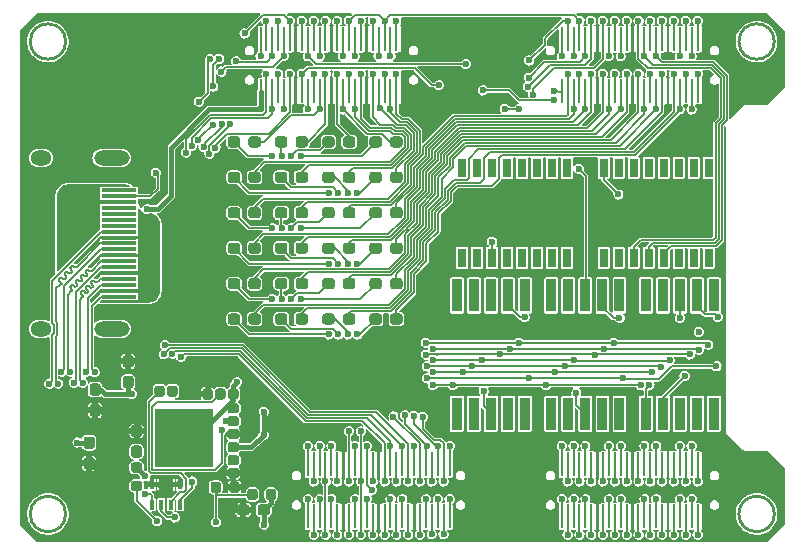
<source format=gbr>
G04 #@! TF.GenerationSoftware,KiCad,Pcbnew,(5.99.0-1662-g9db296991)*
G04 #@! TF.CreationDate,2020-06-19T13:25:47+05:30*
G04 #@! TF.ProjectId,Alchitry_IO_Shield,416c6368-6974-4727-995f-494f5f536869,rev?*
G04 #@! TF.SameCoordinates,Original*
G04 #@! TF.FileFunction,Copper,L1,Top*
G04 #@! TF.FilePolarity,Positive*
%FSLAX46Y46*%
G04 Gerber Fmt 4.6, Leading zero omitted, Abs format (unit mm)*
G04 Created by KiCad (PCBNEW (5.99.0-1662-g9db296991)) date 2020-06-19 13:25:47*
%MOMM*%
%LPD*%
G01*
G04 APERTURE LIST*
G04 #@! TA.AperFunction,EtchedComponent*
%ADD10C,0.254000*%
G04 #@! TD*
G04 #@! TA.AperFunction,SMDPad,CuDef*
%ADD11R,3.000000X0.300000*%
G04 #@! TD*
G04 #@! TA.AperFunction,ComponentPad*
%ADD12O,3.000000X1.300000*%
G04 #@! TD*
G04 #@! TA.AperFunction,ComponentPad*
%ADD13O,1.800000X1.300000*%
G04 #@! TD*
G04 #@! TA.AperFunction,SMDPad,CuDef*
%ADD14R,0.760000X1.600000*%
G04 #@! TD*
G04 #@! TA.AperFunction,SMDPad,CuDef*
%ADD15R,0.900000X2.800000*%
G04 #@! TD*
G04 #@! TA.AperFunction,SMDPad,CuDef*
%ADD16R,0.250000X2.000000*%
G04 #@! TD*
G04 #@! TA.AperFunction,ComponentPad*
%ADD17C,0.500000*%
G04 #@! TD*
G04 #@! TA.AperFunction,Conductor*
%ADD18R,5.000000X5.000000*%
G04 #@! TD*
G04 #@! TA.AperFunction,SMDPad,CuDef*
%ADD19R,0.400000X0.900000*%
G04 #@! TD*
G04 #@! TA.AperFunction,ViaPad*
%ADD20C,0.600000*%
G04 #@! TD*
G04 #@! TA.AperFunction,Conductor*
%ADD21C,0.127000*%
G04 #@! TD*
G04 #@! TA.AperFunction,Conductor*
%ADD22C,0.152400*%
G04 #@! TD*
G04 #@! TA.AperFunction,Conductor*
%ADD23C,0.381000*%
G04 #@! TD*
G04 APERTURE END LIST*
D10*
X76000000Y-54500000D02*
G75*
G03*
X76000000Y-54500000I-1500000J0D01*
G01*
X76000000Y-14500000D02*
G75*
G03*
X76000000Y-14500000I-1500000J0D01*
G01*
X16000000Y-14500000D02*
G75*
G03*
X16000000Y-14500000I-1500000J0D01*
G01*
X16000000Y-54500000D02*
G75*
G03*
X16000000Y-54500000I-1500000J0D01*
G01*
G04 #@! TA.AperFunction,SMDPad,CuDef*
G36*
G01*
X24387500Y-43843750D02*
X24387500Y-44356250D01*
G75*
G02*
X24168750Y-44575000I-218750J0D01*
G01*
X23731250Y-44575000D01*
G75*
G02*
X23512500Y-44356250I0J218750D01*
G01*
X23512500Y-43843750D01*
G75*
G02*
X23731250Y-43625000I218750J0D01*
G01*
X24168750Y-43625000D01*
G75*
G02*
X24387500Y-43843750I0J-218750D01*
G01*
G37*
G04 #@! TD.AperFunction*
G04 #@! TA.AperFunction,SMDPad,CuDef*
G36*
G01*
X25475000Y-43843750D02*
X25475000Y-44356250D01*
G75*
G02*
X25256250Y-44575000I-218750J0D01*
G01*
X24818750Y-44575000D01*
G75*
G02*
X24600000Y-44356250I0J218750D01*
G01*
X24600000Y-43843750D01*
G75*
G02*
X24818750Y-43625000I218750J0D01*
G01*
X25256250Y-43625000D01*
G75*
G02*
X25475000Y-43843750I0J-218750D01*
G01*
G37*
G04 #@! TD.AperFunction*
G04 #@! TA.AperFunction,SMDPad,CuDef*
G36*
G01*
X30456250Y-50387500D02*
X29943750Y-50387500D01*
G75*
G02*
X29725000Y-50168750I0J218750D01*
G01*
X29725000Y-49731250D01*
G75*
G02*
X29943750Y-49512500I218750J0D01*
G01*
X30456250Y-49512500D01*
G75*
G02*
X30675000Y-49731250I0J-218750D01*
G01*
X30675000Y-50168750D01*
G75*
G02*
X30456250Y-50387500I-218750J0D01*
G01*
G37*
G04 #@! TD.AperFunction*
G04 #@! TA.AperFunction,SMDPad,CuDef*
G36*
G01*
X29943750Y-48412500D02*
X30456250Y-48412500D01*
G75*
G02*
X30675000Y-48631250I0J-218750D01*
G01*
X30675000Y-49068750D01*
G75*
G02*
X30456250Y-49287500I-218750J0D01*
G01*
X29943750Y-49287500D01*
G75*
G02*
X29725000Y-49068750I0J218750D01*
G01*
X29725000Y-48631250D01*
G75*
G02*
X29943750Y-48412500I218750J0D01*
G01*
G37*
G04 #@! TD.AperFunction*
G04 #@! TA.AperFunction,SMDPad,CuDef*
G36*
G01*
X30456250Y-51475000D02*
X29943750Y-51475000D01*
G75*
G02*
X29725000Y-51256250I0J218750D01*
G01*
X29725000Y-50818750D01*
G75*
G02*
X29943750Y-50600000I218750J0D01*
G01*
X30456250Y-50600000D01*
G75*
G02*
X30675000Y-50818750I0J-218750D01*
G01*
X30675000Y-51256250D01*
G75*
G02*
X30456250Y-51475000I-218750J0D01*
G01*
G37*
G04 #@! TD.AperFunction*
G04 #@! TA.AperFunction,SMDPad,CuDef*
G36*
G01*
X30456250Y-47087500D02*
X29943750Y-47087500D01*
G75*
G02*
X29725000Y-46868750I0J218750D01*
G01*
X29725000Y-46431250D01*
G75*
G02*
X29943750Y-46212500I218750J0D01*
G01*
X30456250Y-46212500D01*
G75*
G02*
X30675000Y-46431250I0J-218750D01*
G01*
X30675000Y-46868750D01*
G75*
G02*
X30456250Y-47087500I-218750J0D01*
G01*
G37*
G04 #@! TD.AperFunction*
G04 #@! TA.AperFunction,SMDPad,CuDef*
G36*
G01*
X29943750Y-45112500D02*
X30456250Y-45112500D01*
G75*
G02*
X30675000Y-45331250I0J-218750D01*
G01*
X30675000Y-45768750D01*
G75*
G02*
X30456250Y-45987500I-218750J0D01*
G01*
X29943750Y-45987500D01*
G75*
G02*
X29725000Y-45768750I0J218750D01*
G01*
X29725000Y-45331250D01*
G75*
G02*
X29943750Y-45112500I218750J0D01*
G01*
G37*
G04 #@! TD.AperFunction*
G04 #@! TA.AperFunction,SMDPad,CuDef*
G36*
G01*
X30456250Y-48175000D02*
X29943750Y-48175000D01*
G75*
G02*
X29725000Y-47956250I0J218750D01*
G01*
X29725000Y-47518750D01*
G75*
G02*
X29943750Y-47300000I218750J0D01*
G01*
X30456250Y-47300000D01*
G75*
G02*
X30675000Y-47518750I0J-218750D01*
G01*
X30675000Y-47956250D01*
G75*
G02*
X30456250Y-48175000I-218750J0D01*
G01*
G37*
G04 #@! TD.AperFunction*
G04 #@! TA.AperFunction,SMDPad,CuDef*
G36*
G01*
X28662500Y-44606250D02*
X28662500Y-44093750D01*
G75*
G02*
X28881250Y-43875000I218750J0D01*
G01*
X29318750Y-43875000D01*
G75*
G02*
X29537500Y-44093750I0J-218750D01*
G01*
X29537500Y-44606250D01*
G75*
G02*
X29318750Y-44825000I-218750J0D01*
G01*
X28881250Y-44825000D01*
G75*
G02*
X28662500Y-44606250I0J218750D01*
G01*
G37*
G04 #@! TD.AperFunction*
G04 #@! TA.AperFunction,SMDPad,CuDef*
G36*
G01*
X30637500Y-44093750D02*
X30637500Y-44606250D01*
G75*
G02*
X30418750Y-44825000I-218750J0D01*
G01*
X29981250Y-44825000D01*
G75*
G02*
X29762500Y-44606250I0J218750D01*
G01*
X29762500Y-44093750D01*
G75*
G02*
X29981250Y-43875000I218750J0D01*
G01*
X30418750Y-43875000D01*
G75*
G02*
X30637500Y-44093750I0J-218750D01*
G01*
G37*
G04 #@! TD.AperFunction*
G04 #@! TA.AperFunction,SMDPad,CuDef*
G36*
G01*
X27575000Y-44606250D02*
X27575000Y-44093750D01*
G75*
G02*
X27793750Y-43875000I218750J0D01*
G01*
X28231250Y-43875000D01*
G75*
G02*
X28450000Y-44093750I0J-218750D01*
G01*
X28450000Y-44606250D01*
G75*
G02*
X28231250Y-44825000I-218750J0D01*
G01*
X27793750Y-44825000D01*
G75*
G02*
X27575000Y-44606250I0J218750D01*
G01*
G37*
G04 #@! TD.AperFunction*
D11*
X20500000Y-34600000D03*
X20500000Y-35600000D03*
X20500000Y-36100000D03*
X20500000Y-35100000D03*
X20500000Y-33600000D03*
X20500000Y-34100000D03*
X20500000Y-27100000D03*
D12*
X19900000Y-38850000D03*
D11*
X20500000Y-33100000D03*
X20500000Y-32600000D03*
X20500000Y-29600000D03*
X20500000Y-32100000D03*
X20500000Y-31600000D03*
X20500000Y-31100000D03*
X20500000Y-30100000D03*
X20500000Y-29100000D03*
X20500000Y-28100000D03*
D12*
X19900000Y-24350000D03*
D13*
X13900000Y-24350000D03*
D11*
X20500000Y-27600000D03*
D13*
X13900000Y-38850000D03*
D11*
X20500000Y-28600000D03*
X20500000Y-30600000D03*
D14*
X49555000Y-32810000D03*
X58445000Y-25190000D03*
X50825000Y-32810000D03*
X57175000Y-25190000D03*
X52095000Y-32810000D03*
X55905000Y-25190000D03*
X53365000Y-32810000D03*
X54635000Y-25190000D03*
X54635000Y-32810000D03*
X53365000Y-25190000D03*
X55905000Y-32810000D03*
X52095000Y-25190000D03*
X57175000Y-32810000D03*
X50825000Y-25190000D03*
X58445000Y-32810000D03*
X49555000Y-25190000D03*
D15*
X49120000Y-36000000D03*
X50560000Y-36000000D03*
X52000000Y-36000000D03*
X53440000Y-36000000D03*
X54880000Y-36000000D03*
X54880000Y-46000000D03*
X53440000Y-46000000D03*
X52000000Y-46000000D03*
X50560000Y-46000000D03*
X49120000Y-46000000D03*
X57120000Y-36000000D03*
X58560000Y-36000000D03*
X60000000Y-36000000D03*
X61440000Y-36000000D03*
X62880000Y-36000000D03*
X62880000Y-46000000D03*
X61440000Y-46000000D03*
X60000000Y-46000000D03*
X58560000Y-46000000D03*
X57120000Y-46000000D03*
X65120000Y-36000000D03*
X66560000Y-36000000D03*
X68000000Y-36000000D03*
X69440000Y-36000000D03*
X70880000Y-36000000D03*
X70880000Y-46000000D03*
X69440000Y-46000000D03*
X68000000Y-46000000D03*
X66560000Y-46000000D03*
X65120000Y-46000000D03*
G04 #@! TA.AperFunction,SMDPad,CuDef*
G36*
G01*
X29725000Y-23237500D02*
X29725000Y-22762500D01*
G75*
G02*
X29962500Y-22525000I237500J0D01*
G01*
X30537500Y-22525000D01*
G75*
G02*
X30775000Y-22762500I0J-237500D01*
G01*
X30775000Y-23237500D01*
G75*
G02*
X30537500Y-23475000I-237500J0D01*
G01*
X29962500Y-23475000D01*
G75*
G02*
X29725000Y-23237500I0J237500D01*
G01*
G37*
G04 #@! TD.AperFunction*
G04 #@! TA.AperFunction,SMDPad,CuDef*
G36*
G01*
X31475000Y-23237500D02*
X31475000Y-22762500D01*
G75*
G02*
X31712500Y-22525000I237500J0D01*
G01*
X32287500Y-22525000D01*
G75*
G02*
X32525000Y-22762500I0J-237500D01*
G01*
X32525000Y-23237500D01*
G75*
G02*
X32287500Y-23475000I-237500J0D01*
G01*
X31712500Y-23475000D01*
G75*
G02*
X31475000Y-23237500I0J237500D01*
G01*
G37*
G04 #@! TD.AperFunction*
G04 #@! TA.AperFunction,SMDPad,CuDef*
G36*
G01*
X33725000Y-23237500D02*
X33725000Y-22762500D01*
G75*
G02*
X33962500Y-22525000I237500J0D01*
G01*
X34537500Y-22525000D01*
G75*
G02*
X34775000Y-22762500I0J-237500D01*
G01*
X34775000Y-23237500D01*
G75*
G02*
X34537500Y-23475000I-237500J0D01*
G01*
X33962500Y-23475000D01*
G75*
G02*
X33725000Y-23237500I0J237500D01*
G01*
G37*
G04 #@! TD.AperFunction*
G04 #@! TA.AperFunction,SMDPad,CuDef*
G36*
G01*
X35475000Y-23237500D02*
X35475000Y-22762500D01*
G75*
G02*
X35712500Y-22525000I237500J0D01*
G01*
X36287500Y-22525000D01*
G75*
G02*
X36525000Y-22762500I0J-237500D01*
G01*
X36525000Y-23237500D01*
G75*
G02*
X36287500Y-23475000I-237500J0D01*
G01*
X35712500Y-23475000D01*
G75*
G02*
X35475000Y-23237500I0J237500D01*
G01*
G37*
G04 #@! TD.AperFunction*
G04 #@! TA.AperFunction,SMDPad,CuDef*
G36*
G01*
X37725000Y-23237500D02*
X37725000Y-22762500D01*
G75*
G02*
X37962500Y-22525000I237500J0D01*
G01*
X38537500Y-22525000D01*
G75*
G02*
X38775000Y-22762500I0J-237500D01*
G01*
X38775000Y-23237500D01*
G75*
G02*
X38537500Y-23475000I-237500J0D01*
G01*
X37962500Y-23475000D01*
G75*
G02*
X37725000Y-23237500I0J237500D01*
G01*
G37*
G04 #@! TD.AperFunction*
G04 #@! TA.AperFunction,SMDPad,CuDef*
G36*
G01*
X39475000Y-23237500D02*
X39475000Y-22762500D01*
G75*
G02*
X39712500Y-22525000I237500J0D01*
G01*
X40287500Y-22525000D01*
G75*
G02*
X40525000Y-22762500I0J-237500D01*
G01*
X40525000Y-23237500D01*
G75*
G02*
X40287500Y-23475000I-237500J0D01*
G01*
X39712500Y-23475000D01*
G75*
G02*
X39475000Y-23237500I0J237500D01*
G01*
G37*
G04 #@! TD.AperFunction*
G04 #@! TA.AperFunction,SMDPad,CuDef*
G36*
G01*
X41725000Y-23237500D02*
X41725000Y-22762500D01*
G75*
G02*
X41962500Y-22525000I237500J0D01*
G01*
X42537500Y-22525000D01*
G75*
G02*
X42775000Y-22762500I0J-237500D01*
G01*
X42775000Y-23237500D01*
G75*
G02*
X42537500Y-23475000I-237500J0D01*
G01*
X41962500Y-23475000D01*
G75*
G02*
X41725000Y-23237500I0J237500D01*
G01*
G37*
G04 #@! TD.AperFunction*
G04 #@! TA.AperFunction,SMDPad,CuDef*
G36*
G01*
X43475000Y-23237500D02*
X43475000Y-22762500D01*
G75*
G02*
X43712500Y-22525000I237500J0D01*
G01*
X44287500Y-22525000D01*
G75*
G02*
X44525000Y-22762500I0J-237500D01*
G01*
X44525000Y-23237500D01*
G75*
G02*
X44287500Y-23475000I-237500J0D01*
G01*
X43712500Y-23475000D01*
G75*
G02*
X43475000Y-23237500I0J237500D01*
G01*
G37*
G04 #@! TD.AperFunction*
G04 #@! TA.AperFunction,SMDPad,CuDef*
G36*
G01*
X29725000Y-26237500D02*
X29725000Y-25762500D01*
G75*
G02*
X29962500Y-25525000I237500J0D01*
G01*
X30537500Y-25525000D01*
G75*
G02*
X30775000Y-25762500I0J-237500D01*
G01*
X30775000Y-26237500D01*
G75*
G02*
X30537500Y-26475000I-237500J0D01*
G01*
X29962500Y-26475000D01*
G75*
G02*
X29725000Y-26237500I0J237500D01*
G01*
G37*
G04 #@! TD.AperFunction*
G04 #@! TA.AperFunction,SMDPad,CuDef*
G36*
G01*
X31475000Y-26237500D02*
X31475000Y-25762500D01*
G75*
G02*
X31712500Y-25525000I237500J0D01*
G01*
X32287500Y-25525000D01*
G75*
G02*
X32525000Y-25762500I0J-237500D01*
G01*
X32525000Y-26237500D01*
G75*
G02*
X32287500Y-26475000I-237500J0D01*
G01*
X31712500Y-26475000D01*
G75*
G02*
X31475000Y-26237500I0J237500D01*
G01*
G37*
G04 #@! TD.AperFunction*
G04 #@! TA.AperFunction,SMDPad,CuDef*
G36*
G01*
X33725000Y-26237500D02*
X33725000Y-25762500D01*
G75*
G02*
X33962500Y-25525000I237500J0D01*
G01*
X34537500Y-25525000D01*
G75*
G02*
X34775000Y-25762500I0J-237500D01*
G01*
X34775000Y-26237500D01*
G75*
G02*
X34537500Y-26475000I-237500J0D01*
G01*
X33962500Y-26475000D01*
G75*
G02*
X33725000Y-26237500I0J237500D01*
G01*
G37*
G04 #@! TD.AperFunction*
G04 #@! TA.AperFunction,SMDPad,CuDef*
G36*
G01*
X35475000Y-26237500D02*
X35475000Y-25762500D01*
G75*
G02*
X35712500Y-25525000I237500J0D01*
G01*
X36287500Y-25525000D01*
G75*
G02*
X36525000Y-25762500I0J-237500D01*
G01*
X36525000Y-26237500D01*
G75*
G02*
X36287500Y-26475000I-237500J0D01*
G01*
X35712500Y-26475000D01*
G75*
G02*
X35475000Y-26237500I0J237500D01*
G01*
G37*
G04 #@! TD.AperFunction*
G04 #@! TA.AperFunction,SMDPad,CuDef*
G36*
G01*
X37725000Y-26237500D02*
X37725000Y-25762500D01*
G75*
G02*
X37962500Y-25525000I237500J0D01*
G01*
X38537500Y-25525000D01*
G75*
G02*
X38775000Y-25762500I0J-237500D01*
G01*
X38775000Y-26237500D01*
G75*
G02*
X38537500Y-26475000I-237500J0D01*
G01*
X37962500Y-26475000D01*
G75*
G02*
X37725000Y-26237500I0J237500D01*
G01*
G37*
G04 #@! TD.AperFunction*
G04 #@! TA.AperFunction,SMDPad,CuDef*
G36*
G01*
X39475000Y-26237500D02*
X39475000Y-25762500D01*
G75*
G02*
X39712500Y-25525000I237500J0D01*
G01*
X40287500Y-25525000D01*
G75*
G02*
X40525000Y-25762500I0J-237500D01*
G01*
X40525000Y-26237500D01*
G75*
G02*
X40287500Y-26475000I-237500J0D01*
G01*
X39712500Y-26475000D01*
G75*
G02*
X39475000Y-26237500I0J237500D01*
G01*
G37*
G04 #@! TD.AperFunction*
G04 #@! TA.AperFunction,SMDPad,CuDef*
G36*
G01*
X41725000Y-26237500D02*
X41725000Y-25762500D01*
G75*
G02*
X41962500Y-25525000I237500J0D01*
G01*
X42537500Y-25525000D01*
G75*
G02*
X42775000Y-25762500I0J-237500D01*
G01*
X42775000Y-26237500D01*
G75*
G02*
X42537500Y-26475000I-237500J0D01*
G01*
X41962500Y-26475000D01*
G75*
G02*
X41725000Y-26237500I0J237500D01*
G01*
G37*
G04 #@! TD.AperFunction*
G04 #@! TA.AperFunction,SMDPad,CuDef*
G36*
G01*
X43475000Y-26237500D02*
X43475000Y-25762500D01*
G75*
G02*
X43712500Y-25525000I237500J0D01*
G01*
X44287500Y-25525000D01*
G75*
G02*
X44525000Y-25762500I0J-237500D01*
G01*
X44525000Y-26237500D01*
G75*
G02*
X44287500Y-26475000I-237500J0D01*
G01*
X43712500Y-26475000D01*
G75*
G02*
X43475000Y-26237500I0J237500D01*
G01*
G37*
G04 #@! TD.AperFunction*
G04 #@! TA.AperFunction,SMDPad,CuDef*
G36*
G01*
X29725000Y-29237500D02*
X29725000Y-28762500D01*
G75*
G02*
X29962500Y-28525000I237500J0D01*
G01*
X30537500Y-28525000D01*
G75*
G02*
X30775000Y-28762500I0J-237500D01*
G01*
X30775000Y-29237500D01*
G75*
G02*
X30537500Y-29475000I-237500J0D01*
G01*
X29962500Y-29475000D01*
G75*
G02*
X29725000Y-29237500I0J237500D01*
G01*
G37*
G04 #@! TD.AperFunction*
G04 #@! TA.AperFunction,SMDPad,CuDef*
G36*
G01*
X31475000Y-29237500D02*
X31475000Y-28762500D01*
G75*
G02*
X31712500Y-28525000I237500J0D01*
G01*
X32287500Y-28525000D01*
G75*
G02*
X32525000Y-28762500I0J-237500D01*
G01*
X32525000Y-29237500D01*
G75*
G02*
X32287500Y-29475000I-237500J0D01*
G01*
X31712500Y-29475000D01*
G75*
G02*
X31475000Y-29237500I0J237500D01*
G01*
G37*
G04 #@! TD.AperFunction*
G04 #@! TA.AperFunction,SMDPad,CuDef*
G36*
G01*
X33725000Y-29237500D02*
X33725000Y-28762500D01*
G75*
G02*
X33962500Y-28525000I237500J0D01*
G01*
X34537500Y-28525000D01*
G75*
G02*
X34775000Y-28762500I0J-237500D01*
G01*
X34775000Y-29237500D01*
G75*
G02*
X34537500Y-29475000I-237500J0D01*
G01*
X33962500Y-29475000D01*
G75*
G02*
X33725000Y-29237500I0J237500D01*
G01*
G37*
G04 #@! TD.AperFunction*
G04 #@! TA.AperFunction,SMDPad,CuDef*
G36*
G01*
X35475000Y-29237500D02*
X35475000Y-28762500D01*
G75*
G02*
X35712500Y-28525000I237500J0D01*
G01*
X36287500Y-28525000D01*
G75*
G02*
X36525000Y-28762500I0J-237500D01*
G01*
X36525000Y-29237500D01*
G75*
G02*
X36287500Y-29475000I-237500J0D01*
G01*
X35712500Y-29475000D01*
G75*
G02*
X35475000Y-29237500I0J237500D01*
G01*
G37*
G04 #@! TD.AperFunction*
G04 #@! TA.AperFunction,SMDPad,CuDef*
G36*
G01*
X37725000Y-29237500D02*
X37725000Y-28762500D01*
G75*
G02*
X37962500Y-28525000I237500J0D01*
G01*
X38537500Y-28525000D01*
G75*
G02*
X38775000Y-28762500I0J-237500D01*
G01*
X38775000Y-29237500D01*
G75*
G02*
X38537500Y-29475000I-237500J0D01*
G01*
X37962500Y-29475000D01*
G75*
G02*
X37725000Y-29237500I0J237500D01*
G01*
G37*
G04 #@! TD.AperFunction*
G04 #@! TA.AperFunction,SMDPad,CuDef*
G36*
G01*
X39475000Y-29237500D02*
X39475000Y-28762500D01*
G75*
G02*
X39712500Y-28525000I237500J0D01*
G01*
X40287500Y-28525000D01*
G75*
G02*
X40525000Y-28762500I0J-237500D01*
G01*
X40525000Y-29237500D01*
G75*
G02*
X40287500Y-29475000I-237500J0D01*
G01*
X39712500Y-29475000D01*
G75*
G02*
X39475000Y-29237500I0J237500D01*
G01*
G37*
G04 #@! TD.AperFunction*
G04 #@! TA.AperFunction,SMDPad,CuDef*
G36*
G01*
X41725000Y-29237500D02*
X41725000Y-28762500D01*
G75*
G02*
X41962500Y-28525000I237500J0D01*
G01*
X42537500Y-28525000D01*
G75*
G02*
X42775000Y-28762500I0J-237500D01*
G01*
X42775000Y-29237500D01*
G75*
G02*
X42537500Y-29475000I-237500J0D01*
G01*
X41962500Y-29475000D01*
G75*
G02*
X41725000Y-29237500I0J237500D01*
G01*
G37*
G04 #@! TD.AperFunction*
G04 #@! TA.AperFunction,SMDPad,CuDef*
G36*
G01*
X43475000Y-29237500D02*
X43475000Y-28762500D01*
G75*
G02*
X43712500Y-28525000I237500J0D01*
G01*
X44287500Y-28525000D01*
G75*
G02*
X44525000Y-28762500I0J-237500D01*
G01*
X44525000Y-29237500D01*
G75*
G02*
X44287500Y-29475000I-237500J0D01*
G01*
X43712500Y-29475000D01*
G75*
G02*
X43475000Y-29237500I0J237500D01*
G01*
G37*
G04 #@! TD.AperFunction*
G04 #@! TA.AperFunction,SMDPad,CuDef*
G36*
G01*
X29725000Y-32237500D02*
X29725000Y-31762500D01*
G75*
G02*
X29962500Y-31525000I237500J0D01*
G01*
X30537500Y-31525000D01*
G75*
G02*
X30775000Y-31762500I0J-237500D01*
G01*
X30775000Y-32237500D01*
G75*
G02*
X30537500Y-32475000I-237500J0D01*
G01*
X29962500Y-32475000D01*
G75*
G02*
X29725000Y-32237500I0J237500D01*
G01*
G37*
G04 #@! TD.AperFunction*
G04 #@! TA.AperFunction,SMDPad,CuDef*
G36*
G01*
X31475000Y-32237500D02*
X31475000Y-31762500D01*
G75*
G02*
X31712500Y-31525000I237500J0D01*
G01*
X32287500Y-31525000D01*
G75*
G02*
X32525000Y-31762500I0J-237500D01*
G01*
X32525000Y-32237500D01*
G75*
G02*
X32287500Y-32475000I-237500J0D01*
G01*
X31712500Y-32475000D01*
G75*
G02*
X31475000Y-32237500I0J237500D01*
G01*
G37*
G04 #@! TD.AperFunction*
G04 #@! TA.AperFunction,SMDPad,CuDef*
G36*
G01*
X33725000Y-32237500D02*
X33725000Y-31762500D01*
G75*
G02*
X33962500Y-31525000I237500J0D01*
G01*
X34537500Y-31525000D01*
G75*
G02*
X34775000Y-31762500I0J-237500D01*
G01*
X34775000Y-32237500D01*
G75*
G02*
X34537500Y-32475000I-237500J0D01*
G01*
X33962500Y-32475000D01*
G75*
G02*
X33725000Y-32237500I0J237500D01*
G01*
G37*
G04 #@! TD.AperFunction*
G04 #@! TA.AperFunction,SMDPad,CuDef*
G36*
G01*
X35475000Y-32237500D02*
X35475000Y-31762500D01*
G75*
G02*
X35712500Y-31525000I237500J0D01*
G01*
X36287500Y-31525000D01*
G75*
G02*
X36525000Y-31762500I0J-237500D01*
G01*
X36525000Y-32237500D01*
G75*
G02*
X36287500Y-32475000I-237500J0D01*
G01*
X35712500Y-32475000D01*
G75*
G02*
X35475000Y-32237500I0J237500D01*
G01*
G37*
G04 #@! TD.AperFunction*
G04 #@! TA.AperFunction,SMDPad,CuDef*
G36*
G01*
X37725000Y-32237500D02*
X37725000Y-31762500D01*
G75*
G02*
X37962500Y-31525000I237500J0D01*
G01*
X38537500Y-31525000D01*
G75*
G02*
X38775000Y-31762500I0J-237500D01*
G01*
X38775000Y-32237500D01*
G75*
G02*
X38537500Y-32475000I-237500J0D01*
G01*
X37962500Y-32475000D01*
G75*
G02*
X37725000Y-32237500I0J237500D01*
G01*
G37*
G04 #@! TD.AperFunction*
G04 #@! TA.AperFunction,SMDPad,CuDef*
G36*
G01*
X39475000Y-32237500D02*
X39475000Y-31762500D01*
G75*
G02*
X39712500Y-31525000I237500J0D01*
G01*
X40287500Y-31525000D01*
G75*
G02*
X40525000Y-31762500I0J-237500D01*
G01*
X40525000Y-32237500D01*
G75*
G02*
X40287500Y-32475000I-237500J0D01*
G01*
X39712500Y-32475000D01*
G75*
G02*
X39475000Y-32237500I0J237500D01*
G01*
G37*
G04 #@! TD.AperFunction*
G04 #@! TA.AperFunction,SMDPad,CuDef*
G36*
G01*
X41725000Y-32237500D02*
X41725000Y-31762500D01*
G75*
G02*
X41962500Y-31525000I237500J0D01*
G01*
X42537500Y-31525000D01*
G75*
G02*
X42775000Y-31762500I0J-237500D01*
G01*
X42775000Y-32237500D01*
G75*
G02*
X42537500Y-32475000I-237500J0D01*
G01*
X41962500Y-32475000D01*
G75*
G02*
X41725000Y-32237500I0J237500D01*
G01*
G37*
G04 #@! TD.AperFunction*
G04 #@! TA.AperFunction,SMDPad,CuDef*
G36*
G01*
X43475000Y-32237500D02*
X43475000Y-31762500D01*
G75*
G02*
X43712500Y-31525000I237500J0D01*
G01*
X44287500Y-31525000D01*
G75*
G02*
X44525000Y-31762500I0J-237500D01*
G01*
X44525000Y-32237500D01*
G75*
G02*
X44287500Y-32475000I-237500J0D01*
G01*
X43712500Y-32475000D01*
G75*
G02*
X43475000Y-32237500I0J237500D01*
G01*
G37*
G04 #@! TD.AperFunction*
G04 #@! TA.AperFunction,SMDPad,CuDef*
G36*
G01*
X29725000Y-35237500D02*
X29725000Y-34762500D01*
G75*
G02*
X29962500Y-34525000I237500J0D01*
G01*
X30537500Y-34525000D01*
G75*
G02*
X30775000Y-34762500I0J-237500D01*
G01*
X30775000Y-35237500D01*
G75*
G02*
X30537500Y-35475000I-237500J0D01*
G01*
X29962500Y-35475000D01*
G75*
G02*
X29725000Y-35237500I0J237500D01*
G01*
G37*
G04 #@! TD.AperFunction*
G04 #@! TA.AperFunction,SMDPad,CuDef*
G36*
G01*
X31475000Y-35237500D02*
X31475000Y-34762500D01*
G75*
G02*
X31712500Y-34525000I237500J0D01*
G01*
X32287500Y-34525000D01*
G75*
G02*
X32525000Y-34762500I0J-237500D01*
G01*
X32525000Y-35237500D01*
G75*
G02*
X32287500Y-35475000I-237500J0D01*
G01*
X31712500Y-35475000D01*
G75*
G02*
X31475000Y-35237500I0J237500D01*
G01*
G37*
G04 #@! TD.AperFunction*
G04 #@! TA.AperFunction,SMDPad,CuDef*
G36*
G01*
X33725000Y-35237500D02*
X33725000Y-34762500D01*
G75*
G02*
X33962500Y-34525000I237500J0D01*
G01*
X34537500Y-34525000D01*
G75*
G02*
X34775000Y-34762500I0J-237500D01*
G01*
X34775000Y-35237500D01*
G75*
G02*
X34537500Y-35475000I-237500J0D01*
G01*
X33962500Y-35475000D01*
G75*
G02*
X33725000Y-35237500I0J237500D01*
G01*
G37*
G04 #@! TD.AperFunction*
G04 #@! TA.AperFunction,SMDPad,CuDef*
G36*
G01*
X35475000Y-35237500D02*
X35475000Y-34762500D01*
G75*
G02*
X35712500Y-34525000I237500J0D01*
G01*
X36287500Y-34525000D01*
G75*
G02*
X36525000Y-34762500I0J-237500D01*
G01*
X36525000Y-35237500D01*
G75*
G02*
X36287500Y-35475000I-237500J0D01*
G01*
X35712500Y-35475000D01*
G75*
G02*
X35475000Y-35237500I0J237500D01*
G01*
G37*
G04 #@! TD.AperFunction*
G04 #@! TA.AperFunction,SMDPad,CuDef*
G36*
G01*
X37725000Y-35237500D02*
X37725000Y-34762500D01*
G75*
G02*
X37962500Y-34525000I237500J0D01*
G01*
X38537500Y-34525000D01*
G75*
G02*
X38775000Y-34762500I0J-237500D01*
G01*
X38775000Y-35237500D01*
G75*
G02*
X38537500Y-35475000I-237500J0D01*
G01*
X37962500Y-35475000D01*
G75*
G02*
X37725000Y-35237500I0J237500D01*
G01*
G37*
G04 #@! TD.AperFunction*
G04 #@! TA.AperFunction,SMDPad,CuDef*
G36*
G01*
X39475000Y-35237500D02*
X39475000Y-34762500D01*
G75*
G02*
X39712500Y-34525000I237500J0D01*
G01*
X40287500Y-34525000D01*
G75*
G02*
X40525000Y-34762500I0J-237500D01*
G01*
X40525000Y-35237500D01*
G75*
G02*
X40287500Y-35475000I-237500J0D01*
G01*
X39712500Y-35475000D01*
G75*
G02*
X39475000Y-35237500I0J237500D01*
G01*
G37*
G04 #@! TD.AperFunction*
G04 #@! TA.AperFunction,SMDPad,CuDef*
G36*
G01*
X41725000Y-35237500D02*
X41725000Y-34762500D01*
G75*
G02*
X41962500Y-34525000I237500J0D01*
G01*
X42537500Y-34525000D01*
G75*
G02*
X42775000Y-34762500I0J-237500D01*
G01*
X42775000Y-35237500D01*
G75*
G02*
X42537500Y-35475000I-237500J0D01*
G01*
X41962500Y-35475000D01*
G75*
G02*
X41725000Y-35237500I0J237500D01*
G01*
G37*
G04 #@! TD.AperFunction*
G04 #@! TA.AperFunction,SMDPad,CuDef*
G36*
G01*
X43475000Y-35237500D02*
X43475000Y-34762500D01*
G75*
G02*
X43712500Y-34525000I237500J0D01*
G01*
X44287500Y-34525000D01*
G75*
G02*
X44525000Y-34762500I0J-237500D01*
G01*
X44525000Y-35237500D01*
G75*
G02*
X44287500Y-35475000I-237500J0D01*
G01*
X43712500Y-35475000D01*
G75*
G02*
X43475000Y-35237500I0J237500D01*
G01*
G37*
G04 #@! TD.AperFunction*
G04 #@! TA.AperFunction,SMDPad,CuDef*
G36*
G01*
X29725000Y-38237500D02*
X29725000Y-37762500D01*
G75*
G02*
X29962500Y-37525000I237500J0D01*
G01*
X30537500Y-37525000D01*
G75*
G02*
X30775000Y-37762500I0J-237500D01*
G01*
X30775000Y-38237500D01*
G75*
G02*
X30537500Y-38475000I-237500J0D01*
G01*
X29962500Y-38475000D01*
G75*
G02*
X29725000Y-38237500I0J237500D01*
G01*
G37*
G04 #@! TD.AperFunction*
G04 #@! TA.AperFunction,SMDPad,CuDef*
G36*
G01*
X31475000Y-38237500D02*
X31475000Y-37762500D01*
G75*
G02*
X31712500Y-37525000I237500J0D01*
G01*
X32287500Y-37525000D01*
G75*
G02*
X32525000Y-37762500I0J-237500D01*
G01*
X32525000Y-38237500D01*
G75*
G02*
X32287500Y-38475000I-237500J0D01*
G01*
X31712500Y-38475000D01*
G75*
G02*
X31475000Y-38237500I0J237500D01*
G01*
G37*
G04 #@! TD.AperFunction*
G04 #@! TA.AperFunction,SMDPad,CuDef*
G36*
G01*
X33725000Y-38237500D02*
X33725000Y-37762500D01*
G75*
G02*
X33962500Y-37525000I237500J0D01*
G01*
X34537500Y-37525000D01*
G75*
G02*
X34775000Y-37762500I0J-237500D01*
G01*
X34775000Y-38237500D01*
G75*
G02*
X34537500Y-38475000I-237500J0D01*
G01*
X33962500Y-38475000D01*
G75*
G02*
X33725000Y-38237500I0J237500D01*
G01*
G37*
G04 #@! TD.AperFunction*
G04 #@! TA.AperFunction,SMDPad,CuDef*
G36*
G01*
X35475000Y-38237500D02*
X35475000Y-37762500D01*
G75*
G02*
X35712500Y-37525000I237500J0D01*
G01*
X36287500Y-37525000D01*
G75*
G02*
X36525000Y-37762500I0J-237500D01*
G01*
X36525000Y-38237500D01*
G75*
G02*
X36287500Y-38475000I-237500J0D01*
G01*
X35712500Y-38475000D01*
G75*
G02*
X35475000Y-38237500I0J237500D01*
G01*
G37*
G04 #@! TD.AperFunction*
G04 #@! TA.AperFunction,SMDPad,CuDef*
G36*
G01*
X37725000Y-38237500D02*
X37725000Y-37762500D01*
G75*
G02*
X37962500Y-37525000I237500J0D01*
G01*
X38537500Y-37525000D01*
G75*
G02*
X38775000Y-37762500I0J-237500D01*
G01*
X38775000Y-38237500D01*
G75*
G02*
X38537500Y-38475000I-237500J0D01*
G01*
X37962500Y-38475000D01*
G75*
G02*
X37725000Y-38237500I0J237500D01*
G01*
G37*
G04 #@! TD.AperFunction*
G04 #@! TA.AperFunction,SMDPad,CuDef*
G36*
G01*
X39475000Y-38237500D02*
X39475000Y-37762500D01*
G75*
G02*
X39712500Y-37525000I237500J0D01*
G01*
X40287500Y-37525000D01*
G75*
G02*
X40525000Y-37762500I0J-237500D01*
G01*
X40525000Y-38237500D01*
G75*
G02*
X40287500Y-38475000I-237500J0D01*
G01*
X39712500Y-38475000D01*
G75*
G02*
X39475000Y-38237500I0J237500D01*
G01*
G37*
G04 #@! TD.AperFunction*
G04 #@! TA.AperFunction,SMDPad,CuDef*
G36*
G01*
X41725000Y-38237500D02*
X41725000Y-37762500D01*
G75*
G02*
X41962500Y-37525000I237500J0D01*
G01*
X42537500Y-37525000D01*
G75*
G02*
X42775000Y-37762500I0J-237500D01*
G01*
X42775000Y-38237500D01*
G75*
G02*
X42537500Y-38475000I-237500J0D01*
G01*
X41962500Y-38475000D01*
G75*
G02*
X41725000Y-38237500I0J237500D01*
G01*
G37*
G04 #@! TD.AperFunction*
G04 #@! TA.AperFunction,SMDPad,CuDef*
G36*
G01*
X43475000Y-38237500D02*
X43475000Y-37762500D01*
G75*
G02*
X43712500Y-37525000I237500J0D01*
G01*
X44287500Y-37525000D01*
G75*
G02*
X44525000Y-37762500I0J-237500D01*
G01*
X44525000Y-38237500D01*
G75*
G02*
X44287500Y-38475000I-237500J0D01*
G01*
X43712500Y-38475000D01*
G75*
G02*
X43475000Y-38237500I0J237500D01*
G01*
G37*
G04 #@! TD.AperFunction*
D16*
X41500000Y-50300000D03*
X42500000Y-50300000D03*
X45500000Y-54700000D03*
X39500000Y-54700000D03*
X46000000Y-54700000D03*
X47500000Y-54700000D03*
X42000000Y-54700000D03*
X42000000Y-50300000D03*
X46500000Y-54700000D03*
X38500000Y-54700000D03*
X45000000Y-54700000D03*
X47000000Y-54700000D03*
X37500000Y-54700000D03*
X48000000Y-54700000D03*
X48500000Y-54700000D03*
X41000000Y-54700000D03*
X40500000Y-54700000D03*
X41000000Y-50300000D03*
X40000000Y-54700000D03*
X37000000Y-54700000D03*
X38000000Y-54700000D03*
X41500000Y-54700000D03*
X39000000Y-54700000D03*
X36500000Y-54700000D03*
X58500000Y-18700000D03*
X65000000Y-14300000D03*
X58000000Y-14300000D03*
X69000000Y-18700000D03*
X39000000Y-50300000D03*
X36500000Y-50300000D03*
X63000000Y-14300000D03*
X64500000Y-14300000D03*
X40000000Y-50300000D03*
X63500000Y-18700000D03*
X44500000Y-50300000D03*
X46500000Y-50300000D03*
X67500000Y-18700000D03*
X60500000Y-18700000D03*
X39500000Y-50300000D03*
X64500000Y-18700000D03*
X45500000Y-50300000D03*
X61000000Y-18700000D03*
X65000000Y-18700000D03*
X65500000Y-18700000D03*
X63000000Y-18700000D03*
X62000000Y-14300000D03*
X59500000Y-14300000D03*
X47500000Y-50300000D03*
X48000000Y-50300000D03*
X64000000Y-18700000D03*
X66000000Y-18700000D03*
X66500000Y-18700000D03*
X61000000Y-14300000D03*
X65500000Y-14300000D03*
X58500000Y-14300000D03*
X67000000Y-18700000D03*
X68000000Y-18700000D03*
X38500000Y-50300000D03*
X46000000Y-50300000D03*
X47000000Y-50300000D03*
X45000000Y-50300000D03*
X59000000Y-14300000D03*
X60000000Y-18700000D03*
X37500000Y-50300000D03*
X58000000Y-18700000D03*
X40500000Y-50300000D03*
X70000000Y-18700000D03*
X38000000Y-50300000D03*
X59500000Y-18700000D03*
X37000000Y-50300000D03*
X60000000Y-14300000D03*
X62500000Y-14300000D03*
X43000000Y-50300000D03*
X48500000Y-50300000D03*
X68500000Y-18700000D03*
X61500000Y-18700000D03*
X43500000Y-50300000D03*
X44000000Y-50300000D03*
X63500000Y-14300000D03*
X64000000Y-14300000D03*
X69500000Y-18700000D03*
X60500000Y-14300000D03*
X62000000Y-18700000D03*
X61500000Y-14300000D03*
X59000000Y-18700000D03*
X62500000Y-18700000D03*
X41000000Y-14300000D03*
X34500000Y-18700000D03*
X40500000Y-14300000D03*
X41500000Y-18700000D03*
X36000000Y-18700000D03*
X35500000Y-18700000D03*
X43000000Y-18700000D03*
X38000000Y-18700000D03*
X66000000Y-14300000D03*
X35000000Y-18700000D03*
X40000000Y-14300000D03*
X34000000Y-18700000D03*
X42500000Y-18700000D03*
X36500000Y-18700000D03*
X39000000Y-14300000D03*
X66500000Y-14300000D03*
X33000000Y-14300000D03*
X67000000Y-14300000D03*
X40000000Y-18700000D03*
X33500000Y-18700000D03*
X33500000Y-14300000D03*
X41500000Y-14300000D03*
X42500000Y-14300000D03*
X44500000Y-14300000D03*
X67500000Y-14300000D03*
X68000000Y-14300000D03*
X44000000Y-18700000D03*
X68500000Y-14300000D03*
X38500000Y-18700000D03*
X35500000Y-14300000D03*
X39500000Y-14300000D03*
X37500000Y-14300000D03*
X69500000Y-14300000D03*
X34000000Y-14300000D03*
X69000000Y-14300000D03*
X70000000Y-14300000D03*
X40500000Y-18700000D03*
X42000000Y-14300000D03*
X37500000Y-18700000D03*
X43500000Y-18700000D03*
X33000000Y-18700000D03*
X37000000Y-14300000D03*
X41000000Y-18700000D03*
X39000000Y-18700000D03*
X39500000Y-18700000D03*
X42000000Y-18700000D03*
X38000000Y-14300000D03*
X32500000Y-18700000D03*
X35000000Y-14300000D03*
X44500000Y-18700000D03*
X38500000Y-14300000D03*
X36500000Y-14300000D03*
X34500000Y-14300000D03*
X32500000Y-14300000D03*
X43000000Y-14300000D03*
X44000000Y-14300000D03*
X36000000Y-14300000D03*
X43500000Y-14300000D03*
X37000000Y-18700000D03*
X69500000Y-54700000D03*
X60500000Y-54700000D03*
X67500000Y-54700000D03*
X67500000Y-50300000D03*
X68000000Y-54700000D03*
X63000000Y-54700000D03*
X64500000Y-54700000D03*
X58500000Y-54700000D03*
X63500000Y-50300000D03*
X65000000Y-50300000D03*
X61000000Y-50300000D03*
X44500000Y-54700000D03*
X65000000Y-54700000D03*
X58000000Y-50300000D03*
X66500000Y-54700000D03*
X65500000Y-54700000D03*
X59000000Y-50300000D03*
X66000000Y-54700000D03*
X68500000Y-54700000D03*
X69000000Y-54700000D03*
X68000000Y-50300000D03*
X62500000Y-54700000D03*
X70000000Y-54700000D03*
X63500000Y-54700000D03*
X62000000Y-50300000D03*
X61000000Y-54700000D03*
X69000000Y-50300000D03*
X69500000Y-50300000D03*
X70000000Y-50300000D03*
X64500000Y-50300000D03*
X43000000Y-54700000D03*
X66000000Y-50300000D03*
X58000000Y-54700000D03*
X68500000Y-50300000D03*
X61500000Y-54700000D03*
X65500000Y-50300000D03*
X64000000Y-50300000D03*
X59500000Y-50300000D03*
X66500000Y-50300000D03*
X62500000Y-50300000D03*
X67000000Y-50300000D03*
X43500000Y-54700000D03*
X63000000Y-50300000D03*
X60500000Y-50300000D03*
X62000000Y-54700000D03*
X60000000Y-54700000D03*
X59000000Y-54700000D03*
X60000000Y-50300000D03*
X58500000Y-50300000D03*
X42500000Y-54700000D03*
X44000000Y-54700000D03*
X61500000Y-50300000D03*
X59500000Y-54700000D03*
X64000000Y-54700000D03*
X67000000Y-54700000D03*
D14*
X61555000Y-32810000D03*
X70445000Y-25190000D03*
X62825000Y-32810000D03*
X69175000Y-25190000D03*
X64095000Y-32810000D03*
X67905000Y-25190000D03*
X65365000Y-32810000D03*
X66635000Y-25190000D03*
X66635000Y-32810000D03*
X65365000Y-25190000D03*
X67905000Y-32810000D03*
X64095000Y-25190000D03*
X69175000Y-32810000D03*
X62825000Y-25190000D03*
X70445000Y-32810000D03*
X61555000Y-25190000D03*
D17*
X24000000Y-47100000D03*
X24000000Y-48100000D03*
X24000000Y-50100000D03*
X24000000Y-49100000D03*
X24000000Y-46100000D03*
X25000000Y-47100000D03*
X25000000Y-48100000D03*
X25000000Y-50100000D03*
X25000000Y-49100000D03*
X25000000Y-46100000D03*
X26000000Y-47100000D03*
X26000000Y-48100000D03*
X26000000Y-50100000D03*
X26000000Y-49100000D03*
X26000000Y-46100000D03*
X27000000Y-47100000D03*
X27000000Y-48100000D03*
X27000000Y-50100000D03*
X27000000Y-49100000D03*
X27000000Y-46100000D03*
X28000000Y-46100000D03*
X28000000Y-47100000D03*
X28000000Y-48100000D03*
X28000000Y-49100000D03*
X28000000Y-50100000D03*
D18*
X26000000Y-48100000D03*
D19*
X24900000Y-52000000D03*
X24100000Y-52000000D03*
X25700000Y-52000000D03*
X23300000Y-52000000D03*
X25700000Y-53700000D03*
X24900000Y-53700000D03*
X24100000Y-53700000D03*
X23300000Y-53700000D03*
G04 #@! TA.AperFunction,SMDPad,CuDef*
G36*
G01*
X31375000Y-53106250D02*
X31375000Y-52593750D01*
G75*
G02*
X31593750Y-52375000I218750J0D01*
G01*
X32031250Y-52375000D01*
G75*
G02*
X32250000Y-52593750I0J-218750D01*
G01*
X32250000Y-53106250D01*
G75*
G02*
X32031250Y-53325000I-218750J0D01*
G01*
X31593750Y-53325000D01*
G75*
G02*
X31375000Y-53106250I0J218750D01*
G01*
G37*
G04 #@! TD.AperFunction*
G04 #@! TA.AperFunction,SMDPad,CuDef*
G36*
G01*
X32950000Y-53106250D02*
X32950000Y-52593750D01*
G75*
G02*
X33168750Y-52375000I218750J0D01*
G01*
X33606250Y-52375000D01*
G75*
G02*
X33825000Y-52593750I0J-218750D01*
G01*
X33825000Y-53106250D01*
G75*
G02*
X33606250Y-53325000I-218750J0D01*
G01*
X33168750Y-53325000D01*
G75*
G02*
X32950000Y-53106250I0J218750D01*
G01*
G37*
G04 #@! TD.AperFunction*
G04 #@! TA.AperFunction,SMDPad,CuDef*
G36*
G01*
X28275000Y-52506250D02*
X28275000Y-51993750D01*
G75*
G02*
X28493750Y-51775000I218750J0D01*
G01*
X28931250Y-51775000D01*
G75*
G02*
X29150000Y-51993750I0J-218750D01*
G01*
X29150000Y-52506250D01*
G75*
G02*
X28931250Y-52725000I-218750J0D01*
G01*
X28493750Y-52725000D01*
G75*
G02*
X28275000Y-52506250I0J218750D01*
G01*
G37*
G04 #@! TD.AperFunction*
G04 #@! TA.AperFunction,SMDPad,CuDef*
G36*
G01*
X29850000Y-52506250D02*
X29850000Y-51993750D01*
G75*
G02*
X30068750Y-51775000I218750J0D01*
G01*
X30506250Y-51775000D01*
G75*
G02*
X30725000Y-51993750I0J-218750D01*
G01*
X30725000Y-52506250D01*
G75*
G02*
X30506250Y-52725000I-218750J0D01*
G01*
X30068750Y-52725000D01*
G75*
G02*
X29850000Y-52506250I0J218750D01*
G01*
G37*
G04 #@! TD.AperFunction*
G04 #@! TA.AperFunction,SMDPad,CuDef*
G36*
G01*
X22256250Y-52575000D02*
X21743750Y-52575000D01*
G75*
G02*
X21525000Y-52356250I0J218750D01*
G01*
X21525000Y-51918750D01*
G75*
G02*
X21743750Y-51700000I218750J0D01*
G01*
X22256250Y-51700000D01*
G75*
G02*
X22475000Y-51918750I0J-218750D01*
G01*
X22475000Y-52356250D01*
G75*
G02*
X22256250Y-52575000I-218750J0D01*
G01*
G37*
G04 #@! TD.AperFunction*
G04 #@! TA.AperFunction,SMDPad,CuDef*
G36*
G01*
X22256250Y-51000000D02*
X21743750Y-51000000D01*
G75*
G02*
X21525000Y-50781250I0J218750D01*
G01*
X21525000Y-50343750D01*
G75*
G02*
X21743750Y-50125000I218750J0D01*
G01*
X22256250Y-50125000D01*
G75*
G02*
X22475000Y-50343750I0J-218750D01*
G01*
X22475000Y-50781250D01*
G75*
G02*
X22256250Y-51000000I-218750J0D01*
G01*
G37*
G04 #@! TD.AperFunction*
G04 #@! TA.AperFunction,SMDPad,CuDef*
G36*
G01*
X21762500Y-46950000D02*
X22237500Y-46950000D01*
G75*
G02*
X22475000Y-47187500I0J-237500D01*
G01*
X22475000Y-47762500D01*
G75*
G02*
X22237500Y-48000000I-237500J0D01*
G01*
X21762500Y-48000000D01*
G75*
G02*
X21525000Y-47762500I0J237500D01*
G01*
X21525000Y-47187500D01*
G75*
G02*
X21762500Y-46950000I237500J0D01*
G01*
G37*
G04 #@! TD.AperFunction*
G04 #@! TA.AperFunction,SMDPad,CuDef*
G36*
G01*
X21762500Y-48700000D02*
X22237500Y-48700000D01*
G75*
G02*
X22475000Y-48937500I0J-237500D01*
G01*
X22475000Y-49512500D01*
G75*
G02*
X22237500Y-49750000I-237500J0D01*
G01*
X21762500Y-49750000D01*
G75*
G02*
X21525000Y-49512500I0J237500D01*
G01*
X21525000Y-48937500D01*
G75*
G02*
X21762500Y-48700000I237500J0D01*
G01*
G37*
G04 #@! TD.AperFunction*
G04 #@! TA.AperFunction,SMDPad,CuDef*
G36*
G01*
X30500000Y-54387500D02*
X30500000Y-53912500D01*
G75*
G02*
X30737500Y-53675000I237500J0D01*
G01*
X31312500Y-53675000D01*
G75*
G02*
X31550000Y-53912500I0J-237500D01*
G01*
X31550000Y-54387500D01*
G75*
G02*
X31312500Y-54625000I-237500J0D01*
G01*
X30737500Y-54625000D01*
G75*
G02*
X30500000Y-54387500I0J237500D01*
G01*
G37*
G04 #@! TD.AperFunction*
G04 #@! TA.AperFunction,SMDPad,CuDef*
G36*
G01*
X32250000Y-54387500D02*
X32250000Y-53912500D01*
G75*
G02*
X32487500Y-53675000I237500J0D01*
G01*
X33062500Y-53675000D01*
G75*
G02*
X33300000Y-53912500I0J-237500D01*
G01*
X33300000Y-54387500D01*
G75*
G02*
X33062500Y-54625000I-237500J0D01*
G01*
X32487500Y-54625000D01*
G75*
G02*
X32250000Y-54387500I0J237500D01*
G01*
G37*
G04 #@! TD.AperFunction*
G04 #@! TA.AperFunction,SMDPad,CuDef*
G36*
G01*
X21062500Y-41050000D02*
X21537500Y-41050000D01*
G75*
G02*
X21775000Y-41287500I0J-237500D01*
G01*
X21775000Y-41862500D01*
G75*
G02*
X21537500Y-42100000I-237500J0D01*
G01*
X21062500Y-42100000D01*
G75*
G02*
X20825000Y-41862500I0J237500D01*
G01*
X20825000Y-41287500D01*
G75*
G02*
X21062500Y-41050000I237500J0D01*
G01*
G37*
G04 #@! TD.AperFunction*
G04 #@! TA.AperFunction,SMDPad,CuDef*
G36*
G01*
X21062500Y-42800000D02*
X21537500Y-42800000D01*
G75*
G02*
X21775000Y-43037500I0J-237500D01*
G01*
X21775000Y-43612500D01*
G75*
G02*
X21537500Y-43850000I-237500J0D01*
G01*
X21062500Y-43850000D01*
G75*
G02*
X20825000Y-43612500I0J237500D01*
G01*
X20825000Y-43037500D01*
G75*
G02*
X21062500Y-42800000I237500J0D01*
G01*
G37*
G04 #@! TD.AperFunction*
G04 #@! TA.AperFunction,SMDPad,CuDef*
G36*
G01*
X18737500Y-46250000D02*
X18262500Y-46250000D01*
G75*
G02*
X18025000Y-46012500I0J237500D01*
G01*
X18025000Y-45437500D01*
G75*
G02*
X18262500Y-45200000I237500J0D01*
G01*
X18737500Y-45200000D01*
G75*
G02*
X18975000Y-45437500I0J-237500D01*
G01*
X18975000Y-46012500D01*
G75*
G02*
X18737500Y-46250000I-237500J0D01*
G01*
G37*
G04 #@! TD.AperFunction*
G04 #@! TA.AperFunction,SMDPad,CuDef*
G36*
G01*
X18737500Y-44500000D02*
X18262500Y-44500000D01*
G75*
G02*
X18025000Y-44262500I0J237500D01*
G01*
X18025000Y-43687500D01*
G75*
G02*
X18262500Y-43450000I237500J0D01*
G01*
X18737500Y-43450000D01*
G75*
G02*
X18975000Y-43687500I0J-237500D01*
G01*
X18975000Y-44262500D01*
G75*
G02*
X18737500Y-44500000I-237500J0D01*
G01*
G37*
G04 #@! TD.AperFunction*
G04 #@! TA.AperFunction,SMDPad,CuDef*
G36*
G01*
X18237500Y-49000000D02*
X17762500Y-49000000D01*
G75*
G02*
X17525000Y-48762500I0J237500D01*
G01*
X17525000Y-48187500D01*
G75*
G02*
X17762500Y-47950000I237500J0D01*
G01*
X18237500Y-47950000D01*
G75*
G02*
X18475000Y-48187500I0J-237500D01*
G01*
X18475000Y-48762500D01*
G75*
G02*
X18237500Y-49000000I-237500J0D01*
G01*
G37*
G04 #@! TD.AperFunction*
G04 #@! TA.AperFunction,SMDPad,CuDef*
G36*
G01*
X18237500Y-50750000D02*
X17762500Y-50750000D01*
G75*
G02*
X17525000Y-50512500I0J237500D01*
G01*
X17525000Y-49937500D01*
G75*
G02*
X17762500Y-49700000I237500J0D01*
G01*
X18237500Y-49700000D01*
G75*
G02*
X18475000Y-49937500I0J-237500D01*
G01*
X18475000Y-50512500D01*
G75*
G02*
X18237500Y-50750000I-237500J0D01*
G01*
G37*
G04 #@! TD.AperFunction*
D20*
X41000000Y-47509426D03*
X27300000Y-19600000D03*
X28500000Y-18300000D03*
X53200000Y-20200000D03*
X47600000Y-18200000D03*
X23650000Y-25610000D03*
X51330000Y-18640000D03*
X52120000Y-31460000D03*
X68510000Y-51750000D03*
X30500000Y-43340000D03*
X57340000Y-18700000D03*
X49890000Y-16410000D03*
X57320000Y-19470000D03*
X62800000Y-27450000D03*
X54397521Y-20222479D03*
X59439988Y-25264945D03*
X28250000Y-15970000D03*
X31150000Y-13820000D03*
X29000000Y-15960000D03*
X50398922Y-18193054D03*
X54060000Y-16590000D03*
X50530000Y-14500000D03*
X28681086Y-23490559D03*
X30430000Y-16169500D03*
X28172448Y-24010000D03*
X29924747Y-21494510D03*
X29190000Y-17040000D03*
X27681948Y-23436801D03*
X29197744Y-21494510D03*
X27191448Y-22831448D03*
X28472866Y-21550031D03*
X46571619Y-41999344D03*
X26690500Y-23360902D03*
X26200000Y-23900000D03*
X32498157Y-20248157D03*
X22900000Y-28700000D03*
X46500000Y-40000000D03*
X47100000Y-40500000D03*
X46500000Y-41000000D03*
X49600000Y-42481012D03*
X47100000Y-41500000D03*
X46585925Y-43014075D03*
X47100000Y-42500000D03*
X47100000Y-43600000D03*
X70400000Y-25200000D03*
X64100000Y-25200000D03*
X55900000Y-25200000D03*
X57150000Y-25200000D03*
X50800000Y-25250000D03*
X53350000Y-25200000D03*
X66600000Y-25200000D03*
X69150000Y-25200000D03*
X65350000Y-25200000D03*
X58450000Y-25200000D03*
X67900000Y-25200000D03*
X49550000Y-25200000D03*
X54650000Y-25200000D03*
X22000000Y-49225000D03*
X67900000Y-32800000D03*
X64100000Y-32800000D03*
X62800000Y-32750000D03*
X53400000Y-32800000D03*
X69150000Y-32850000D03*
X66650000Y-32850000D03*
X50850000Y-32800000D03*
X49550000Y-32800000D03*
X55900000Y-32850000D03*
X52100000Y-25200000D03*
X57200000Y-32800000D03*
X65400000Y-32850000D03*
X54600000Y-32800000D03*
X61550000Y-32800000D03*
X58450000Y-32800000D03*
X52000000Y-36000000D03*
X68000000Y-46000000D03*
X68000000Y-36000000D03*
X68850009Y-40994158D03*
X69440000Y-46000000D03*
X69600000Y-39100000D03*
X60000000Y-45950000D03*
X60050000Y-36000000D03*
X52000000Y-46000000D03*
X49120000Y-46000000D03*
X60850009Y-41050000D03*
X61440000Y-46000000D03*
X54880000Y-46000000D03*
X52778374Y-40990510D03*
X57120000Y-46000000D03*
X24100000Y-52050000D03*
X30200000Y-49950000D03*
X23300000Y-51950000D03*
X25700000Y-51950000D03*
X24900000Y-52050000D03*
X53440000Y-46000000D03*
X62800000Y-29900000D03*
X51600000Y-29900000D03*
X63600000Y-29900000D03*
X69600000Y-40600000D03*
X57120000Y-36000000D03*
X50560000Y-36000000D03*
X22900000Y-26512500D03*
X58560000Y-36000000D03*
X50800000Y-29900000D03*
X53600000Y-40500000D03*
X65120000Y-36000000D03*
X70880000Y-36000000D03*
X54880000Y-36000000D03*
X52400000Y-29900000D03*
X54800000Y-29900000D03*
X56400000Y-29900000D03*
X57200000Y-29900000D03*
X61600000Y-40500000D03*
X66560000Y-36000000D03*
X62880000Y-36000000D03*
X49120000Y-36000000D03*
X53200000Y-29900000D03*
X55600000Y-29900000D03*
X66800000Y-29900000D03*
X67600000Y-29900000D03*
X64400000Y-29900000D03*
X62918686Y-25031314D03*
X23950000Y-44100000D03*
X68400000Y-29900000D03*
X69200000Y-29900000D03*
X22000000Y-47475000D03*
X65200000Y-29900000D03*
X25037500Y-44100000D03*
X21300000Y-41575000D03*
X62880000Y-46000000D03*
X70880000Y-46000000D03*
X50560000Y-46000000D03*
X58560000Y-46000000D03*
X55253164Y-16103164D03*
X59238468Y-44239261D03*
X55585989Y-18999999D03*
X51400000Y-44100000D03*
X55220841Y-17551613D03*
X50393439Y-41990510D03*
X64700000Y-43600000D03*
X65427011Y-43600473D03*
X48800000Y-43600000D03*
X56700000Y-43600000D03*
X55200000Y-43000000D03*
X71100000Y-42000000D03*
X63200000Y-43000000D03*
X70400000Y-40181011D03*
X68400000Y-42800000D03*
X68000000Y-37900000D03*
X71200000Y-37827040D03*
X25040665Y-40946694D03*
X25767674Y-41198532D03*
X43750000Y-46250000D03*
X67156764Y-41490707D03*
X65606006Y-42481020D03*
X57450000Y-42481011D03*
X51250000Y-41500000D03*
X58250000Y-41990510D03*
X59050000Y-41481020D03*
X66400000Y-42050000D03*
X62400000Y-40000000D03*
X54400000Y-40000000D03*
X62890510Y-37900000D03*
X54900000Y-37850000D03*
X23000000Y-36000000D03*
X23000000Y-35000000D03*
X23000000Y-34000000D03*
X23000000Y-33000000D03*
X23000000Y-32000000D03*
X23000000Y-31000000D03*
X23000000Y-30000000D03*
X16000000Y-32000000D03*
X17000000Y-31000000D03*
X16000000Y-31000000D03*
X18000000Y-30000000D03*
X17000000Y-30000000D03*
X16000000Y-30000000D03*
X18000000Y-29000000D03*
X17000000Y-29000000D03*
X16000000Y-29000000D03*
X18000000Y-28000000D03*
X17000000Y-28000000D03*
X16000000Y-28000000D03*
X18000000Y-27000000D03*
X17000000Y-27000000D03*
X16000000Y-27000000D03*
X32800000Y-55400000D03*
X22700000Y-51300000D03*
X17000000Y-48450000D03*
X32800000Y-45850000D03*
X32751936Y-47801936D03*
X29239090Y-47352154D03*
X44738342Y-46156914D03*
X55135800Y-18330326D03*
X65500000Y-51750000D03*
X62500000Y-51750000D03*
X59500000Y-51750000D03*
X44000000Y-56250000D03*
X41000000Y-56250000D03*
X38000000Y-56250000D03*
X47000000Y-51750000D03*
X44000000Y-51750000D03*
X41000000Y-51750000D03*
X38000000Y-51750000D03*
X59500000Y-17250000D03*
X62500000Y-17250000D03*
X65500000Y-17250000D03*
X68500000Y-17250000D03*
X68500000Y-12750000D03*
X65500000Y-12750000D03*
X62500000Y-12750000D03*
X59500000Y-12750000D03*
X34000000Y-12750000D03*
X37000000Y-12750000D03*
X40000000Y-12750000D03*
X43000000Y-12750000D03*
X43000000Y-17250000D03*
X40000000Y-17250000D03*
X37000000Y-17250000D03*
X59500000Y-56250000D03*
X62500000Y-56250000D03*
X65500000Y-56250000D03*
X68500000Y-56250000D03*
X34000000Y-17250000D03*
X47000000Y-56217768D03*
X21600000Y-44350000D03*
X14613661Y-43469702D03*
X15366061Y-43469702D03*
X15645461Y-42451451D03*
X16397861Y-42451451D03*
X16677261Y-43376184D03*
X17429661Y-43376184D03*
X17723800Y-42500000D03*
X18476200Y-42500000D03*
X35500000Y-20250000D03*
X38500000Y-20250000D03*
X41500000Y-20250000D03*
X44500000Y-15750000D03*
X41500000Y-15750000D03*
X38500000Y-15750000D03*
X35500000Y-15750000D03*
X61000000Y-15750000D03*
X64000000Y-15750000D03*
X67000000Y-15750000D03*
X70000000Y-15750000D03*
X70000000Y-20250000D03*
X67000000Y-20250000D03*
X64000000Y-20250000D03*
X61000000Y-20250000D03*
X45500000Y-53250000D03*
X42500000Y-53250000D03*
X39500000Y-53250000D03*
X42500000Y-48750000D03*
X39500000Y-48750000D03*
X70000000Y-48750000D03*
X67000000Y-48750000D03*
X64000000Y-48750000D03*
X61000000Y-48750000D03*
X61000000Y-53250000D03*
X64000000Y-53250000D03*
X67000000Y-53250000D03*
X70000000Y-53250000D03*
X44500000Y-20250000D03*
X21600000Y-45850000D03*
X21400000Y-51350000D03*
X30350000Y-53750000D03*
X32500000Y-15750000D03*
X29590500Y-46650000D03*
X23750000Y-55100000D03*
X28750000Y-55200000D03*
X48000000Y-56217764D03*
X47500000Y-53250000D03*
X46500000Y-53250000D03*
X46000000Y-56250000D03*
X40000000Y-51750000D03*
X40000000Y-47509425D03*
X40500000Y-48749992D03*
X41500000Y-48749994D03*
X41946979Y-52496694D03*
X42000000Y-51750000D03*
X47994844Y-51744844D03*
X46242998Y-46274404D03*
X47500000Y-48749988D03*
X45482485Y-46207564D03*
X46600000Y-48749992D03*
X46000000Y-51750000D03*
X45000000Y-51750008D03*
X24400000Y-40200000D03*
X44500000Y-48749994D03*
X24312442Y-40981231D03*
X43500000Y-48750000D03*
X43000000Y-51750000D03*
X68000000Y-20250000D03*
X67500000Y-17250000D03*
X66500000Y-17250000D03*
X66000000Y-20250000D03*
X65000000Y-20250000D03*
X64500000Y-17250000D03*
X63500000Y-17250000D03*
X63000000Y-20250000D03*
X62000000Y-20250000D03*
X61500000Y-17250000D03*
X60500000Y-17250000D03*
X60000000Y-20250000D03*
X59000000Y-20250000D03*
X58500000Y-17250000D03*
X44000000Y-17250000D03*
X43500000Y-20250000D03*
X42621843Y-20128157D03*
X42000000Y-17250000D03*
X41000000Y-17250000D03*
X40500000Y-20250000D03*
X39500000Y-20250000D03*
X39000000Y-17250000D03*
X38000000Y-17250000D03*
X37500000Y-20250000D03*
X25249999Y-54794602D03*
X26727570Y-51758437D03*
X67500000Y-12750000D03*
X66500000Y-12750000D03*
X66000000Y-15750000D03*
X65000000Y-15750000D03*
X64500000Y-12750000D03*
X63500000Y-12750000D03*
X63000000Y-15750000D03*
X62000000Y-15750000D03*
X61500000Y-12750000D03*
X60500000Y-12750000D03*
X60000000Y-15750000D03*
X59000000Y-15750000D03*
X58500000Y-12750000D03*
X44000000Y-12750000D03*
X43500000Y-15750000D03*
X42500000Y-15750000D03*
X42000000Y-12750000D03*
X41000000Y-12750000D03*
X40500000Y-15750000D03*
X39500000Y-15750000D03*
X39000000Y-12750000D03*
X38000000Y-12750000D03*
X37500000Y-15750000D03*
X58000000Y-53250000D03*
X59000000Y-53250000D03*
X64500000Y-56250000D03*
X60000000Y-53250000D03*
X58500000Y-56250000D03*
X61500000Y-56250000D03*
X62000000Y-53250000D03*
X63000000Y-53250000D03*
X60500000Y-56250000D03*
X60000000Y-48750000D03*
X61500000Y-51750000D03*
X59000000Y-48750000D03*
X63500000Y-56250000D03*
X60500000Y-51750000D03*
X58500000Y-51749996D03*
X58000000Y-48750000D03*
X63000000Y-48750000D03*
X62000000Y-48750000D03*
X34500000Y-15750000D03*
X36500000Y-20250000D03*
X33000000Y-12750000D03*
X33500000Y-15750000D03*
X36500000Y-15750000D03*
X68000000Y-48750000D03*
X33500000Y-20250000D03*
X35000000Y-12750000D03*
X64500000Y-51750000D03*
X66500000Y-51750000D03*
X65000000Y-48750000D03*
X35000000Y-17250000D03*
X36000000Y-12750000D03*
X33000000Y-17250000D03*
X66000000Y-48750000D03*
X67500000Y-51750000D03*
X34500000Y-20250000D03*
X36000000Y-17250000D03*
X69500000Y-17250000D03*
X69000000Y-20250000D03*
X58000000Y-15750000D03*
X69000000Y-15750000D03*
X69500000Y-12750000D03*
X69000000Y-48750000D03*
X63500000Y-51750000D03*
X69500000Y-51750000D03*
X48500000Y-53253210D03*
X43500000Y-53250000D03*
X43000000Y-56250000D03*
X69000000Y-53250000D03*
X66000000Y-53250000D03*
X66500000Y-56250000D03*
X65000000Y-53250000D03*
X44500000Y-53250000D03*
X68000000Y-53250000D03*
X67500000Y-56250000D03*
X69500000Y-56250000D03*
X38500000Y-53250004D03*
X39000000Y-56250000D03*
X37000000Y-51750000D03*
X48550000Y-48750000D03*
X37000000Y-56249994D03*
X38500000Y-48750008D03*
X45000000Y-56250000D03*
X40000000Y-56250000D03*
X36500000Y-53250000D03*
X37500000Y-53250000D03*
X40500000Y-53250000D03*
X39000000Y-51750000D03*
X37500000Y-48750008D03*
X36500000Y-48750000D03*
X45500000Y-48750000D03*
X42000000Y-56250000D03*
X41500000Y-53250000D03*
X22749999Y-52805398D03*
X70450000Y-32850000D03*
X40700000Y-39300000D03*
X39900000Y-39300000D03*
X39100000Y-39300000D03*
X38300000Y-39300000D03*
X35900000Y-36300000D03*
X35100000Y-36300000D03*
X34300000Y-36300000D03*
X33500000Y-36300000D03*
X40700000Y-33300000D03*
X39900000Y-33300000D03*
X39100000Y-33300000D03*
X38300000Y-33300000D03*
X35900000Y-30300000D03*
X35100000Y-30300000D03*
X34300000Y-30300000D03*
X33500000Y-30300000D03*
X40700000Y-27300000D03*
X39900000Y-27300000D03*
X39100000Y-27300000D03*
X38300000Y-27300000D03*
X35900000Y-24200000D03*
X35100000Y-24200000D03*
X34300000Y-24200000D03*
X33500000Y-24200000D03*
X68000000Y-15750000D03*
D21*
X28009499Y-18890501D02*
X28009499Y-16210501D01*
X27300000Y-19600000D02*
X28009499Y-18890501D01*
X28009499Y-16210501D02*
X28250000Y-15970000D01*
X41000000Y-50300000D02*
X41000000Y-47509426D01*
X28500000Y-18300000D02*
X28500000Y-16460000D01*
X28500000Y-16460000D02*
X29000000Y-15960000D01*
X54397521Y-20222479D02*
X53222479Y-20222479D01*
X53222479Y-20222479D02*
X53200000Y-20200000D01*
X31300000Y-22300000D02*
X33175942Y-22300000D01*
X33175942Y-22300000D02*
X35000000Y-20475942D01*
X35000000Y-20475942D02*
X35000000Y-18700000D01*
X28681086Y-23318914D02*
X29700000Y-22300000D01*
X28681086Y-23490559D02*
X28681086Y-23318914D01*
X29700000Y-22300000D02*
X31500000Y-22300000D01*
X47000000Y-18200000D02*
X47600000Y-18200000D01*
X45559499Y-16759499D02*
X36490501Y-16759499D01*
X47000000Y-18200000D02*
X45559499Y-16759499D01*
X36490501Y-16759499D02*
X36000000Y-17250000D01*
D22*
X67000000Y-54700000D02*
X67000000Y-53250000D01*
X64000000Y-54700000D02*
X64000000Y-53250000D01*
X42500000Y-54700000D02*
X42500000Y-53250000D01*
X60000000Y-54700000D02*
X60000000Y-53250000D01*
X60500000Y-50300000D02*
X60500000Y-51750000D01*
X43500000Y-54700000D02*
X43500000Y-53250000D01*
X62500000Y-50300000D02*
X62500000Y-51750000D01*
X66500000Y-50300000D02*
X66500000Y-51750000D01*
X59500000Y-50300000D02*
X59500000Y-51750000D01*
X65500000Y-50300000D02*
X65500000Y-51750000D01*
X61500000Y-54700000D02*
X61500000Y-56250000D01*
D21*
X68510000Y-50310000D02*
X68500000Y-50300000D01*
X68510000Y-51750000D02*
X68510000Y-50310000D01*
D22*
X69500000Y-50300000D02*
X69500000Y-51750000D01*
X61000000Y-54700000D02*
X61000000Y-53250000D01*
X62000000Y-50300000D02*
X62000000Y-48750000D01*
X70000000Y-54700000D02*
X70000000Y-53250000D01*
X68000000Y-50300000D02*
X68000000Y-48750000D01*
X59000000Y-50300000D02*
X59000000Y-48750000D01*
X66500000Y-54700000D02*
X66500000Y-56250000D01*
X65000000Y-54700000D02*
X65000000Y-53250000D01*
X65000000Y-50300000D02*
X65000000Y-48750000D01*
X63500000Y-50300000D02*
X63500000Y-51750000D01*
X58500000Y-54700000D02*
X58500000Y-56250000D01*
X63000000Y-54700000D02*
X63000000Y-53250000D01*
X68000000Y-54700000D02*
X68000000Y-53250000D01*
X69500000Y-54700000D02*
X69500000Y-56250000D01*
X37000000Y-18700000D02*
X37000000Y-17250000D01*
X43500000Y-14300000D02*
X43500000Y-15750000D01*
X36000000Y-14300000D02*
X36000000Y-12750000D01*
X34500000Y-14300000D02*
X34500000Y-15750000D01*
X38500000Y-14300000D02*
X38500000Y-15750000D01*
D21*
X40000000Y-25525000D02*
X40000000Y-26000000D01*
X40326477Y-25198523D02*
X40000000Y-25525000D01*
X43650227Y-25198523D02*
X40326477Y-25198523D01*
X45223532Y-23625218D02*
X43650227Y-25198523D01*
X45223532Y-22374782D02*
X45223532Y-23625218D01*
X44675218Y-21826468D02*
X45223532Y-22374782D01*
X43960929Y-21826468D02*
X44675218Y-21826468D01*
X43676441Y-21541979D02*
X43960929Y-21826468D01*
X42641978Y-21541978D02*
X43676441Y-21541979D01*
X42000000Y-20900000D02*
X42641978Y-21541978D01*
X42000000Y-18700000D02*
X42000000Y-20900000D01*
D22*
X39500000Y-18700000D02*
X39500000Y-20250000D01*
D21*
X39000000Y-21525000D02*
X39000000Y-18700000D01*
X40000000Y-22525000D02*
X39000000Y-21525000D01*
X40000000Y-23000000D02*
X40000000Y-22525000D01*
X36000000Y-25525000D02*
X36000000Y-26000000D01*
X36580488Y-24944512D02*
X36000000Y-25525000D01*
X43545013Y-24944512D02*
X36580488Y-24944512D01*
X44969521Y-23520004D02*
X43545013Y-24944512D01*
X44969521Y-22479996D02*
X44969521Y-23520004D01*
X44570004Y-22080479D02*
X44969521Y-22479996D01*
X43855715Y-22080479D02*
X44570004Y-22080479D01*
X43571226Y-21795989D02*
X43855715Y-22080479D01*
X41765989Y-21795989D02*
X43571226Y-21795989D01*
X41000000Y-21030000D02*
X41765989Y-21795989D01*
X41000000Y-18700000D02*
X41000000Y-21030000D01*
D22*
X33000000Y-18700000D02*
X33000000Y-17250000D01*
D21*
X33000000Y-20440000D02*
X33000000Y-18700000D01*
X32701342Y-20738658D02*
X33000000Y-20440000D01*
X28231342Y-20738658D02*
X32701342Y-20738658D01*
X26200000Y-22770000D02*
X28231342Y-20738658D01*
D22*
X42000000Y-14300000D02*
X42000000Y-12750000D01*
X70000000Y-14300000D02*
X70000000Y-15750000D01*
X69500000Y-14300000D02*
X69500000Y-12750000D01*
X37500000Y-14300000D02*
X37500000Y-15750000D01*
X35500000Y-14300000D02*
X35500000Y-15750000D01*
D21*
X36000000Y-28525000D02*
X36000000Y-29000000D01*
X36455002Y-28069998D02*
X36000000Y-28525000D01*
X43419527Y-28069998D02*
X36455002Y-28069998D01*
X44969521Y-26520004D02*
X43419527Y-28069998D01*
X44969521Y-24956902D02*
X44969521Y-26520004D01*
X45985561Y-23940862D02*
X44969521Y-24956902D01*
X45985563Y-22059141D02*
X45985561Y-23940862D01*
X44990860Y-21064435D02*
X45985563Y-22059141D01*
X44444435Y-21064435D02*
X44990860Y-21064435D01*
X44000000Y-20620000D02*
X44444435Y-21064435D01*
X44000000Y-18700000D02*
X44000000Y-20620000D01*
D22*
X67500000Y-14300000D02*
X67500000Y-12750000D01*
X44500000Y-14300000D02*
X44500000Y-15750000D01*
X41500000Y-14300000D02*
X41500000Y-15750000D01*
X33500000Y-18700000D02*
X33500000Y-20250000D01*
X40000000Y-18700000D02*
X40000000Y-17250000D01*
X67000000Y-14300000D02*
X67000000Y-15750000D01*
X33000000Y-14300000D02*
X33000000Y-12750000D01*
X39000000Y-14300000D02*
X39000000Y-12750000D01*
X36500000Y-18700000D02*
X36500000Y-20250000D01*
X42500000Y-20006314D02*
X42621843Y-20128157D01*
X42500000Y-18700000D02*
X42500000Y-20006314D01*
X34000000Y-18700000D02*
X34000000Y-17250000D01*
X35000000Y-18700000D02*
X35000000Y-17250000D01*
X66000000Y-14300000D02*
X66000000Y-15750000D01*
X38000000Y-18700000D02*
X38000000Y-17250000D01*
D21*
X38000000Y-21525000D02*
X38000000Y-18700000D01*
X36525000Y-23000000D02*
X38000000Y-21525000D01*
D22*
X43000000Y-18700000D02*
X43000000Y-17250000D01*
X40500000Y-14300000D02*
X40500000Y-15750000D01*
X62500000Y-18700000D02*
X62500000Y-17250000D01*
X69500000Y-18700000D02*
X69500000Y-17250000D01*
X64000000Y-14300000D02*
X64000000Y-15750000D01*
X44000000Y-50300000D02*
X44000000Y-51750000D01*
X43500000Y-50300000D02*
X43500000Y-48750000D01*
X61500000Y-18700000D02*
X61500000Y-17250000D01*
D21*
X61500000Y-20490000D02*
X61500000Y-18700000D01*
X60172033Y-21817967D02*
X61500000Y-20490000D01*
X47255613Y-23831282D02*
X49268928Y-21817967D01*
X47255611Y-24466928D02*
X47255613Y-23831282D01*
X46239576Y-25482964D02*
X47255611Y-24466928D01*
X45223532Y-28062118D02*
X46239576Y-27046074D01*
X45223532Y-29625218D02*
X45223532Y-28062118D01*
X44675218Y-30173532D02*
X45223532Y-29625218D01*
X43542253Y-31298523D02*
X44667243Y-30173532D01*
X40226477Y-31298523D02*
X43542253Y-31298523D01*
X40000000Y-31525000D02*
X40226477Y-31298523D01*
D22*
X68500000Y-18700000D02*
X68500000Y-17250000D01*
D21*
X26004174Y-40962032D02*
X25767674Y-41198532D01*
X30684360Y-40962032D02*
X26004174Y-40962032D01*
X41087975Y-46612033D02*
X36334361Y-46612033D01*
X43000000Y-48524058D02*
X41087975Y-46612033D01*
X43000000Y-50300000D02*
X43000000Y-48524058D01*
D22*
X40500000Y-50300000D02*
X40500000Y-48749992D01*
X60000000Y-18700000D02*
X60000000Y-20250000D01*
X45000000Y-50300000D02*
X45000000Y-51750008D01*
D21*
X31000000Y-40200000D02*
X24400000Y-40200000D01*
X36650000Y-45850000D02*
X31000000Y-40200000D01*
X42300000Y-45850000D02*
X36650000Y-45850000D01*
D22*
X47000000Y-50300000D02*
X47000000Y-51750000D01*
D21*
X46000000Y-50300000D02*
X46000000Y-48509216D01*
D22*
X68000000Y-18700000D02*
X68000000Y-20250000D01*
X61000000Y-14300000D02*
X61000000Y-15750000D01*
D21*
X36000000Y-37525000D02*
X36000000Y-38000000D01*
X43439525Y-37050000D02*
X36475000Y-37050000D01*
X46242998Y-47315900D02*
X46242998Y-46274404D01*
D22*
X44000000Y-18700000D02*
X44000000Y-17250000D01*
D21*
X51091913Y-26445989D02*
X49044786Y-26445989D01*
X64095000Y-32810000D02*
X64095000Y-31883000D01*
X58500000Y-20680000D02*
X58500000Y-18700000D01*
X36000000Y-23000000D02*
X36525000Y-23000000D01*
X45223532Y-26625218D02*
X45223532Y-25062114D01*
X26200000Y-23900000D02*
X26200000Y-22770000D01*
X43524741Y-28324009D02*
X45223532Y-26625218D01*
X61500000Y-14300000D02*
X61500000Y-15994940D01*
X41946979Y-52496694D02*
X41500000Y-52049715D01*
D22*
X41000000Y-18700000D02*
X41000000Y-17250000D01*
X63000000Y-18700000D02*
X63000000Y-20250000D01*
D21*
X48291978Y-24898798D02*
X48291978Y-24231813D01*
X63369954Y-23605988D02*
X50944012Y-23605988D01*
X47041978Y-28839572D02*
X47041978Y-30389573D01*
X50125501Y-26081049D02*
X50014572Y-26191978D01*
X67500000Y-20475942D02*
X64115943Y-23859999D01*
D22*
X58500000Y-18700000D02*
X58500000Y-17250000D01*
D21*
X46295989Y-31494786D02*
X46295989Y-33004011D01*
D22*
X46500000Y-48849992D02*
X46600000Y-48749992D01*
D21*
X44991978Y-30939573D02*
X45991978Y-29939574D01*
D22*
X39000000Y-50300000D02*
X39000000Y-51750000D01*
D21*
X48028022Y-24803529D02*
X48028022Y-24136546D01*
X71041980Y-31089572D02*
X71041981Y-21389571D01*
X47735441Y-48259487D02*
X47186585Y-48259487D01*
X45991978Y-28389572D02*
X47041978Y-27339574D01*
X40000000Y-28525000D02*
X40200991Y-28324009D01*
X48000000Y-48524046D02*
X47735441Y-48259487D01*
X40200991Y-28324009D02*
X43524741Y-28324009D01*
X47041978Y-25789572D02*
X48028022Y-24803529D01*
D22*
X64500000Y-14300000D02*
X64500000Y-12750000D01*
D21*
X51395501Y-24366597D02*
X51395501Y-26142401D01*
X43445013Y-34044512D02*
X44991978Y-32497547D01*
X36480488Y-34044512D02*
X43445013Y-34044512D01*
X64115943Y-23859999D02*
X51902099Y-23859999D01*
X46239572Y-24046074D02*
X46239572Y-23410423D01*
X71491980Y-17610428D02*
X70630073Y-16748521D01*
X44991978Y-32497547D02*
X44991978Y-30939573D01*
X46295989Y-33004011D02*
X45223531Y-34076468D01*
X48848072Y-20801923D02*
X58378077Y-20801923D01*
D22*
X46500000Y-50300000D02*
X46500000Y-48849992D01*
D21*
X63500000Y-20475942D02*
X63500000Y-18700000D01*
X64500000Y-15975942D02*
X64500000Y-14300000D01*
X48028022Y-24136546D02*
X49574624Y-22589942D01*
X48345989Y-27144786D02*
X48345989Y-27894786D01*
X36000000Y-35000000D02*
X36000000Y-34525000D01*
X51395501Y-26142401D02*
X51091913Y-26445989D01*
X46245989Y-30044787D02*
X46245989Y-28494786D01*
X49574624Y-22589942D02*
X61386000Y-22589942D01*
D22*
X63000000Y-14300000D02*
X63000000Y-15750000D01*
D21*
X65272579Y-16748521D02*
X64500000Y-15975942D01*
X71041981Y-21389571D02*
X71491980Y-20939572D01*
X67500000Y-18700000D02*
X67500000Y-20475942D01*
X36000000Y-34525000D02*
X36480488Y-34044512D01*
X40000000Y-50300000D02*
X40000000Y-47509425D01*
X48345989Y-27894786D02*
X47295989Y-28944786D01*
X47295989Y-30494787D02*
X46295989Y-31494786D01*
X58378077Y-20801923D02*
X58500000Y-20680000D01*
D22*
X48000000Y-50300000D02*
X48000000Y-51739688D01*
D21*
X45223531Y-34076468D02*
X45223531Y-35635693D01*
X45223532Y-25062114D02*
X46239572Y-24046074D01*
X61386000Y-22589942D02*
X63500000Y-20475942D01*
X47295989Y-28944786D02*
X47295989Y-30494787D01*
X45991978Y-29939574D02*
X45991978Y-28389572D01*
X49044786Y-26445989D02*
X48345989Y-27144786D01*
X71031552Y-31100000D02*
X71041980Y-31089572D01*
X51902099Y-23859999D02*
X51395501Y-24366597D01*
D22*
X45500000Y-54700000D02*
X45500000Y-53250000D01*
D21*
X41000000Y-54700000D02*
X41000000Y-51750000D01*
X64686020Y-31291980D02*
X70808020Y-31291980D01*
D22*
X48500000Y-54700000D02*
X48500000Y-53253210D01*
D21*
X46239572Y-23410423D02*
X48848072Y-20801923D01*
D22*
X39500000Y-54700000D02*
X39500000Y-53250000D01*
D21*
X70630073Y-16748521D02*
X65272579Y-16748521D01*
X47041978Y-27339574D02*
X47041978Y-25789572D01*
X46041978Y-31389572D02*
X46041978Y-32898797D01*
X67500000Y-18700000D02*
X67500000Y-17250000D01*
X40190510Y-37334490D02*
X40000000Y-37525000D01*
X36480488Y-31044512D02*
X43437039Y-31044512D01*
D22*
X37500000Y-54700000D02*
X37500000Y-53250000D01*
D21*
X45000000Y-48550000D02*
X42300000Y-45850000D01*
X64500000Y-20475942D02*
X64500000Y-18700000D01*
D22*
X37500000Y-50300000D02*
X37500000Y-48750008D01*
D21*
X45000000Y-50300000D02*
X45000000Y-48550000D01*
X40000000Y-29000000D02*
X40000000Y-28525000D01*
X59979952Y-16495990D02*
X60500000Y-15975942D01*
X47295989Y-27444787D02*
X47295989Y-25894786D01*
X71000000Y-31100000D02*
X71031552Y-31100000D01*
X66500000Y-18700000D02*
X66500000Y-20475942D01*
D22*
X48000000Y-54700000D02*
X48000000Y-56217764D01*
D21*
X36000000Y-31525000D02*
X36480488Y-31044512D01*
D22*
X42000000Y-50300000D02*
X42000000Y-51750000D01*
D21*
X36000000Y-32000000D02*
X36000000Y-31525000D01*
X44667243Y-30173532D02*
X44675218Y-30173532D01*
X38000000Y-54700000D02*
X38000000Y-51750000D01*
X49679838Y-22843953D02*
X62131989Y-22843953D01*
X64095000Y-31883000D02*
X64686020Y-31291980D01*
X66500000Y-17250000D02*
X66500000Y-18700000D01*
X43750000Y-46259216D02*
X43750000Y-46250000D01*
D22*
X38000000Y-50300000D02*
X38000000Y-51750000D01*
X48000000Y-51739688D02*
X47994844Y-51744844D01*
X40500000Y-54700000D02*
X40500000Y-53250000D01*
X41000000Y-50300000D02*
X41000000Y-51750000D01*
X36500000Y-54700000D02*
X36500000Y-53250000D01*
D21*
X45985565Y-26940860D02*
X45985565Y-25377752D01*
D22*
X42000000Y-54700000D02*
X42000000Y-56250000D01*
X39000000Y-54700000D02*
X39000000Y-56250000D01*
D21*
X48000000Y-50300000D02*
X48000000Y-48524046D01*
X70808020Y-31291980D02*
X71000000Y-31100000D01*
D22*
X45000000Y-54700000D02*
X45000000Y-56250000D01*
D21*
X71491980Y-20939572D02*
X71491980Y-17610428D01*
D22*
X46500000Y-54700000D02*
X46500000Y-53250000D01*
D21*
X41500000Y-52049715D02*
X41500000Y-50300000D01*
X48898797Y-26191978D02*
X48091978Y-26998797D01*
X60500000Y-20475942D02*
X60500000Y-18700000D01*
D22*
X64500000Y-18700000D02*
X64500000Y-17250000D01*
D21*
X47295989Y-25894786D02*
X48291978Y-24898798D01*
X50944012Y-23605988D02*
X50125501Y-24424499D01*
X50125501Y-24424499D02*
X50125501Y-26081049D01*
X55135800Y-18330326D02*
X56970136Y-16495990D01*
X43524734Y-37334490D02*
X40190510Y-37334490D01*
X47001601Y-24361715D02*
X47001603Y-23726067D01*
X48091978Y-27789572D02*
X47041978Y-28839572D01*
X45245989Y-31044787D02*
X46245989Y-30044787D01*
X48291978Y-24231813D02*
X49679838Y-22843953D01*
X62131989Y-22843953D02*
X64500000Y-20475942D01*
X44969521Y-29520004D02*
X44969521Y-27956904D01*
X44969521Y-27956904D02*
X45985565Y-26940860D01*
X48091978Y-26998797D02*
X48091978Y-27789572D01*
X45245989Y-32602761D02*
X45245989Y-31044787D01*
X47001603Y-23726067D02*
X49163714Y-21563956D01*
X66500000Y-20475942D02*
X63369954Y-23605988D01*
X56970136Y-16495990D02*
X59979952Y-16495990D01*
D22*
X65500000Y-18700000D02*
X65500000Y-17250000D01*
D21*
X47041978Y-30389573D02*
X46041978Y-31389572D01*
X66000000Y-18700000D02*
X66000000Y-20250000D01*
X47186585Y-48259487D02*
X46242998Y-47315900D01*
X43437039Y-31044512D02*
X44562029Y-29919521D01*
X45223531Y-35635693D02*
X43524734Y-37334490D01*
X46000000Y-48509216D02*
X43750000Y-46259216D01*
X40000000Y-37525000D02*
X40000000Y-38000000D01*
X45985565Y-25377752D02*
X47001601Y-24361715D01*
X46041978Y-32898797D02*
X44969520Y-33971254D01*
X46239576Y-27046074D02*
X46239576Y-25482964D01*
X44969520Y-33971254D02*
X44969520Y-35520005D01*
X46245989Y-28494786D02*
X47295989Y-27444787D01*
X50014572Y-26191978D02*
X48898797Y-26191978D01*
X49163714Y-21563956D02*
X59411986Y-21563956D01*
X40000000Y-34525000D02*
X40226477Y-34298523D01*
X59411986Y-21563956D02*
X60500000Y-20475942D01*
X44570004Y-29919521D02*
X44969521Y-29520004D01*
X40226477Y-34298523D02*
X43550227Y-34298523D01*
X43550227Y-34298523D02*
X45245989Y-32602761D01*
X44562029Y-29919521D02*
X44570004Y-29919521D01*
X44969520Y-35520005D02*
X43439525Y-37050000D01*
X60744940Y-16750000D02*
X57361058Y-16750000D01*
D22*
X60000000Y-14300000D02*
X60000000Y-15750000D01*
D21*
X60500000Y-15975942D02*
X60500000Y-14300000D01*
X55585989Y-18525069D02*
X55585989Y-18999999D01*
X36475000Y-37050000D02*
X36000000Y-37525000D01*
D22*
X59500000Y-18700000D02*
X59500000Y-17250000D01*
X61500000Y-14300000D02*
X61500000Y-12750000D01*
D21*
X57361058Y-16750000D02*
X55585989Y-18525069D01*
X36334361Y-46612033D02*
X30684360Y-40962032D01*
X49268928Y-21817967D02*
X60172033Y-21817967D01*
D22*
X58500000Y-14300000D02*
X58500000Y-12750000D01*
D21*
X61500000Y-15994940D02*
X60744940Y-16750000D01*
X40000000Y-32000000D02*
X40000000Y-31525000D01*
X40000000Y-35000000D02*
X40000000Y-34525000D01*
X23810000Y-25770000D02*
X23830000Y-26950000D01*
X23180000Y-27600000D02*
X20500000Y-27600000D01*
X23650000Y-25610000D02*
X23810000Y-25770000D01*
X23830000Y-26950000D02*
X23180000Y-27600000D01*
X43000000Y-12750000D02*
X42509499Y-12259499D01*
X40490501Y-12259499D02*
X40000000Y-12750000D01*
X42509499Y-12259499D02*
X40490501Y-12259499D01*
X43000000Y-12750000D02*
X43490501Y-12259499D01*
X59009499Y-12259499D02*
X59500000Y-12750000D01*
X43490501Y-12259499D02*
X59009499Y-12259499D01*
X53545442Y-18640000D02*
X54395942Y-19490500D01*
X57299500Y-19490500D02*
X57320000Y-19470000D01*
X51330000Y-18640000D02*
X53545442Y-18640000D01*
X54395942Y-19490500D02*
X57299500Y-19490500D01*
X52120000Y-31460000D02*
X52095000Y-32805000D01*
X52095000Y-32805000D02*
X52095000Y-32810000D01*
X35500000Y-20250000D02*
X35500000Y-15750000D01*
D23*
X30200000Y-43640000D02*
X30500000Y-43340000D01*
X30200000Y-44825000D02*
X30200000Y-43640000D01*
D22*
X57340000Y-18700000D02*
X58000000Y-18750000D01*
D21*
X49890000Y-16410000D02*
X37160000Y-16410000D01*
X37160000Y-16410000D02*
X36500000Y-15750000D01*
X61555000Y-26205000D02*
X62800000Y-27450000D01*
X60050000Y-36000000D02*
X60050000Y-25874957D01*
X60050000Y-25874957D02*
X59439988Y-25264945D01*
X31150000Y-13820000D02*
X32710501Y-12259499D01*
X32710501Y-12259499D02*
X34509499Y-12259499D01*
X34509499Y-12259499D02*
X35000000Y-12750000D01*
X32835166Y-23000000D02*
X35094665Y-20740501D01*
X35094665Y-20740501D02*
X37009499Y-20740501D01*
X32000000Y-23000000D02*
X32835166Y-23000000D01*
X37009499Y-20740501D02*
X37500000Y-20250000D01*
X26690500Y-22638724D02*
X28325214Y-21004010D01*
X26690500Y-23360902D02*
X26690500Y-22638724D01*
X33500000Y-20674264D02*
X33500000Y-20250000D01*
X28325214Y-21004010D02*
X33170254Y-21004010D01*
X33170254Y-21004010D02*
X33500000Y-20674264D01*
X27681948Y-23218052D02*
X29197744Y-21702256D01*
X27681948Y-23436801D02*
X27681948Y-23218052D01*
X29197744Y-21702256D02*
X29197744Y-21494510D01*
X33009499Y-16240501D02*
X33500000Y-15750000D01*
X30430000Y-16169500D02*
X30501001Y-16240501D01*
X30501001Y-16240501D02*
X33009499Y-16240501D01*
X29570000Y-16660000D02*
X33590000Y-16660000D01*
X29190000Y-17040000D02*
X29570000Y-16660000D01*
X33590000Y-16660000D02*
X34500000Y-15750000D01*
X29924747Y-21553226D02*
X29924747Y-21494510D01*
X28172448Y-23305525D02*
X29924747Y-21553226D01*
X28172448Y-24010000D02*
X28172448Y-23305525D01*
X27491448Y-22531449D02*
X28472866Y-21550031D01*
X27191448Y-22831448D02*
X27491448Y-22531449D01*
X46580453Y-41990510D02*
X46571619Y-41999344D01*
X50393439Y-41990510D02*
X46580453Y-41990510D01*
D23*
X23787276Y-28700000D02*
X24950000Y-27537276D01*
X28174941Y-20248157D02*
X32498157Y-20248157D01*
X22900000Y-28700000D02*
X23787276Y-28700000D01*
X24950000Y-27537276D02*
X24950000Y-23473098D01*
X32500000Y-20246314D02*
X32498157Y-20248157D01*
X24950000Y-23473098D02*
X28174941Y-20248157D01*
X32500000Y-18750000D02*
X32500000Y-20246314D01*
D21*
X47500000Y-40000000D02*
X46500000Y-40000000D01*
X47300000Y-40500000D02*
X47100000Y-40500000D01*
X47509490Y-40990510D02*
X46509490Y-40990510D01*
X46509490Y-40990510D02*
X46500000Y-41000000D01*
X47409490Y-40990510D02*
X47509490Y-40990510D01*
X47509490Y-40990510D02*
X52778374Y-40990510D01*
X57450000Y-42481011D02*
X57025735Y-42481012D01*
X57025735Y-42481012D02*
X49600000Y-42481012D01*
X47100000Y-42500000D02*
X49581012Y-42500000D01*
X49581012Y-42500000D02*
X49600000Y-42481012D01*
X50393439Y-41990510D02*
X50393431Y-41990502D01*
X47300000Y-41500000D02*
X47100000Y-41500000D01*
X46600000Y-43000000D02*
X46585925Y-43014075D01*
X55200000Y-43000000D02*
X46600000Y-43000000D01*
D22*
X18693154Y-34856847D02*
X18799218Y-34750782D01*
D21*
X60914069Y-22335931D02*
X62700001Y-20549999D01*
X58940055Y-21309945D02*
X59700001Y-20549999D01*
X40500000Y-20674264D02*
X40500000Y-20250000D01*
X26727570Y-52322430D02*
X26727570Y-52182701D01*
D22*
X48550000Y-49174264D02*
X48550000Y-48750000D01*
D21*
X23300000Y-53123000D02*
X23300000Y-53700000D01*
D22*
X16991080Y-33558921D02*
X17097144Y-33452856D01*
X16489319Y-34060682D02*
X16489318Y-34060682D01*
X17344867Y-34770662D02*
X17344866Y-34770662D01*
X16913816Y-35201713D02*
X16913815Y-35201713D01*
X17775918Y-34339611D02*
X17775917Y-34339611D01*
X18262103Y-35287898D02*
X18262102Y-35287898D01*
X17831052Y-35718949D02*
X17831051Y-35718949D01*
D23*
X31025000Y-54150000D02*
X31000000Y-54150000D01*
D21*
X28712500Y-52725000D02*
X28712500Y-52250000D01*
X44780432Y-30427543D02*
X44978988Y-30228988D01*
X64095000Y-32810000D02*
X64095000Y-32805000D01*
X51250000Y-41500000D02*
X47300000Y-41500000D01*
X54400000Y-40000000D02*
X47500000Y-40000000D01*
X48800000Y-43600000D02*
X47100000Y-43600000D01*
X53600000Y-40500000D02*
X47300000Y-40500000D01*
D22*
X18799218Y-34750782D02*
X18950000Y-34600000D01*
D21*
X62700001Y-20549999D02*
X63000000Y-20250000D01*
X59700001Y-20549999D02*
X60000000Y-20250000D01*
X40500000Y-20890000D02*
X40500000Y-20674264D01*
X26727570Y-52182701D02*
X26727570Y-51758437D01*
D22*
X48550000Y-50150000D02*
X48550000Y-49174264D01*
D21*
X23300000Y-52931135D02*
X23300000Y-53123000D01*
X69440000Y-36000000D02*
X69440000Y-36950000D01*
X32000000Y-35000000D02*
X32000000Y-34525000D01*
D23*
X24900000Y-52000000D02*
X24900000Y-52050000D01*
X25700000Y-52000000D02*
X25700000Y-51950000D01*
X23300000Y-52000000D02*
X23300000Y-51950000D01*
X24100000Y-52000000D02*
X24100000Y-52050000D01*
X18000000Y-50225000D02*
X18075000Y-50225000D01*
D21*
X31812500Y-52850000D02*
X31375000Y-52850000D01*
X32000000Y-37525000D02*
X32000000Y-38000000D01*
D22*
X20500000Y-36100000D02*
X19000000Y-36100000D01*
X48500000Y-50200000D02*
X48550000Y-50150000D01*
D21*
X32000000Y-32000000D02*
X32000000Y-31525000D01*
X32000000Y-28525000D02*
X32000000Y-29000000D01*
X44000000Y-25525000D02*
X44000000Y-26000000D01*
X44000000Y-23000000D02*
X43475000Y-23000000D01*
X32000000Y-26000000D02*
X32000000Y-25525000D01*
X66635000Y-25190000D02*
X66610000Y-25190000D01*
X66610000Y-25190000D02*
X66600000Y-25200000D01*
X25700000Y-53700000D02*
X25700000Y-53350000D01*
X67905000Y-25190000D02*
X67905000Y-25195000D01*
X67905000Y-25195000D02*
X67900000Y-25200000D01*
X57160000Y-25190000D02*
X57150000Y-25200000D01*
X69175000Y-25190000D02*
X69160000Y-25190000D01*
X54640000Y-25190000D02*
X54650000Y-25200000D01*
X55905000Y-25190000D02*
X55905000Y-25195000D01*
X58445000Y-25195000D02*
X58450000Y-25200000D01*
X70445000Y-25190000D02*
X70410000Y-25190000D01*
X65360000Y-25190000D02*
X65350000Y-25200000D01*
X65365000Y-25190000D02*
X65360000Y-25190000D01*
X69160000Y-25190000D02*
X69150000Y-25200000D01*
X54635000Y-25190000D02*
X54640000Y-25190000D01*
X64095000Y-25195000D02*
X64100000Y-25200000D01*
X70410000Y-25190000D02*
X70400000Y-25200000D01*
X55905000Y-25195000D02*
X55900000Y-25200000D01*
X58445000Y-25190000D02*
X58445000Y-25195000D01*
X64095000Y-25190000D02*
X64095000Y-25195000D01*
X57175000Y-25190000D02*
X57160000Y-25190000D01*
X49555000Y-25190000D02*
X49555000Y-25195000D01*
X52095000Y-25190000D02*
X52095000Y-25195000D01*
X50825000Y-25190000D02*
X50825000Y-25225000D01*
X70445000Y-32810000D02*
X70445000Y-32845000D01*
X49555000Y-25195000D02*
X49550000Y-25200000D01*
X53365000Y-25190000D02*
X53360000Y-25190000D01*
X53360000Y-25190000D02*
X53350000Y-25200000D01*
X50825000Y-25225000D02*
X50800000Y-25250000D01*
X70445000Y-32845000D02*
X70450000Y-32850000D01*
X52095000Y-25195000D02*
X52100000Y-25200000D01*
X67905000Y-32810000D02*
X67905000Y-32805000D01*
X69175000Y-32825000D02*
X69150000Y-32850000D01*
X67905000Y-32805000D02*
X67900000Y-32800000D01*
X66635000Y-32810000D02*
X66635000Y-32835000D01*
X66635000Y-32835000D02*
X66650000Y-32850000D01*
X69175000Y-32810000D02*
X69175000Y-32825000D01*
D22*
X65000000Y-14500000D02*
X65000000Y-14250000D01*
D21*
X65365000Y-32815000D02*
X65400000Y-32850000D01*
X64095000Y-32805000D02*
X64100000Y-32800000D01*
X65365000Y-32810000D02*
X65365000Y-32815000D01*
X66650000Y-32850000D02*
X66650000Y-32425736D01*
X57175000Y-32810000D02*
X57190000Y-32810000D01*
X57190000Y-32810000D02*
X57200000Y-32800000D01*
X58445000Y-32805000D02*
X58450000Y-32800000D01*
X62825000Y-32810000D02*
X62825000Y-32775000D01*
X62825000Y-32775000D02*
X62800000Y-32750000D01*
X58445000Y-32810000D02*
X58445000Y-32805000D01*
X61555000Y-32805000D02*
X61550000Y-32800000D01*
X55905000Y-32845000D02*
X55900000Y-32850000D01*
X54635000Y-32810000D02*
X54610000Y-32810000D01*
X54610000Y-32810000D02*
X54600000Y-32800000D01*
X61555000Y-32810000D02*
X61555000Y-32805000D01*
X55905000Y-32810000D02*
X55905000Y-32845000D01*
X53365000Y-32810000D02*
X53390000Y-32810000D01*
X49555000Y-32810000D02*
X49555000Y-32805000D01*
X50840000Y-32810000D02*
X50850000Y-32800000D01*
D22*
X59000000Y-14500000D02*
X59000000Y-14250000D01*
D21*
X49555000Y-32805000D02*
X49550000Y-32800000D01*
X50825000Y-32810000D02*
X50840000Y-32810000D01*
X53390000Y-32810000D02*
X53400000Y-32800000D01*
D22*
X67500000Y-50500000D02*
X67500000Y-50250000D01*
D21*
X61440000Y-36000000D02*
X61440000Y-36950000D01*
X53440000Y-36814264D02*
X53440000Y-36000000D01*
X49120000Y-36000000D02*
X49000000Y-36000000D01*
D23*
X22000000Y-50562500D02*
X22000000Y-50600000D01*
D21*
X24900000Y-53700000D02*
X24900000Y-53450000D01*
D23*
X26925000Y-48100000D02*
X26000000Y-48100000D01*
D21*
X62825000Y-25190000D02*
X62825000Y-25125000D01*
X62825000Y-25125000D02*
X62918686Y-25031314D01*
D22*
X19015528Y-33100000D02*
X20500000Y-33100000D01*
D21*
X66560000Y-44640000D02*
X66560000Y-46000000D01*
X68850009Y-40994158D02*
X60905851Y-40994158D01*
X69600000Y-40600000D02*
X69500000Y-40500000D01*
X60905851Y-40994158D02*
X60850009Y-41050000D01*
X69500000Y-40500000D02*
X61600000Y-40500000D01*
X60850009Y-41050000D02*
X60790519Y-40990510D01*
X61600000Y-40500000D02*
X53600000Y-40500000D01*
X60790519Y-40990510D02*
X52778374Y-40990510D01*
X55253164Y-16103164D02*
X56600000Y-14756328D01*
X59238468Y-44239261D02*
X59238468Y-45238468D01*
X56600000Y-14756328D02*
X56600000Y-14232098D01*
X47400000Y-41000000D02*
X47409490Y-40990510D01*
X59238468Y-45238468D02*
X60000000Y-46000000D01*
X56600000Y-14232098D02*
X58082098Y-12750000D01*
X51400000Y-44100000D02*
X51400000Y-45400000D01*
X58082098Y-12750000D02*
X58500000Y-12750000D01*
X51400000Y-45400000D02*
X52000000Y-46000000D01*
X55220841Y-17551613D02*
X56530473Y-16241981D01*
X56530473Y-16241981D02*
X59508019Y-16241981D01*
X59508019Y-16241981D02*
X60000000Y-15750000D01*
X58250000Y-41990510D02*
X50393439Y-41990510D01*
X65120000Y-46000000D02*
X65120000Y-43907484D01*
X65120000Y-43907484D02*
X65427011Y-43600473D01*
X56700000Y-43600000D02*
X64700000Y-43600000D01*
X57450000Y-42481011D02*
X65605997Y-42481011D01*
X65605997Y-42481011D02*
X65606006Y-42481020D01*
X56700000Y-43600000D02*
X48800000Y-43600000D01*
X63200000Y-43000000D02*
X55200000Y-43000000D01*
X63300000Y-43100000D02*
X63200000Y-43000000D01*
X71100000Y-42000000D02*
X67300000Y-42000000D01*
X66200000Y-43100000D02*
X63300000Y-43100000D01*
X67300000Y-42000000D02*
X66200000Y-43100000D01*
X70218989Y-40000000D02*
X70400000Y-40181011D01*
X62400000Y-40000000D02*
X70218989Y-40000000D01*
X68400000Y-42800000D02*
X66560000Y-44640000D01*
X68000000Y-36000000D02*
X68000000Y-37900000D01*
X69440000Y-36950000D02*
X70090000Y-37600000D01*
X70090000Y-37600000D02*
X70972960Y-37600000D01*
X70972960Y-37600000D02*
X71200000Y-37827040D01*
X41854017Y-46104011D02*
X36544786Y-46104011D01*
X36544786Y-46104011D02*
X30894787Y-40454011D01*
X30894787Y-40454011D02*
X24839662Y-40454011D01*
X43500000Y-48750000D02*
X43500000Y-48325736D01*
X43500000Y-48325736D02*
X41532286Y-46358022D01*
X44500000Y-48749994D02*
X41854017Y-46104011D01*
X24839662Y-40454011D02*
X24312442Y-40981231D01*
X36439572Y-46358022D02*
X30789574Y-40708022D01*
X25279337Y-40708022D02*
X25040665Y-40946694D01*
X30789574Y-40708022D02*
X25279337Y-40708022D01*
X41532286Y-46358022D02*
X36439572Y-46358022D01*
X59050000Y-41481020D02*
X59109482Y-41540502D01*
X67106969Y-41540502D02*
X67156764Y-41490707D01*
X59109482Y-41540502D02*
X67106969Y-41540502D01*
X58250000Y-41990510D02*
X66340510Y-41990510D01*
X66340510Y-41990510D02*
X66400000Y-42050000D01*
X59050000Y-41481020D02*
X51268980Y-41481020D01*
X51268980Y-41481020D02*
X51250000Y-41500000D01*
X62400000Y-40000000D02*
X54400000Y-40000000D01*
X62390000Y-37900000D02*
X62890510Y-37900000D01*
X61440000Y-36950000D02*
X62390000Y-37900000D01*
X54475736Y-37850000D02*
X53440000Y-36814264D01*
X54900000Y-37850000D02*
X54475736Y-37850000D01*
X61555000Y-25190000D02*
X61555000Y-26205000D01*
D23*
X32775000Y-54150000D02*
X32775000Y-55375000D01*
X32775000Y-55375000D02*
X32800000Y-55400000D01*
X33387500Y-52850000D02*
X33387500Y-53537500D01*
X33387500Y-53537500D02*
X32775000Y-54150000D01*
X22000000Y-50600000D02*
X22700000Y-51300000D01*
X18000000Y-48475000D02*
X17025000Y-48475000D01*
X17025000Y-48475000D02*
X17000000Y-48450000D01*
X21300000Y-43325000D02*
X21300000Y-44050000D01*
X21300000Y-44050000D02*
X21600000Y-44350000D01*
X30200000Y-48850000D02*
X31703872Y-48850000D01*
X31703872Y-48850000D02*
X32751936Y-47801936D01*
X32751936Y-47801936D02*
X32751936Y-45898064D01*
X32751936Y-45898064D02*
X32800000Y-45850000D01*
D21*
X26190501Y-51497599D02*
X25737414Y-51044512D01*
X29100000Y-44350000D02*
X28431011Y-45018989D01*
X29239090Y-50203812D02*
X29239090Y-47352154D01*
X28652401Y-50790501D02*
X29239090Y-50203812D01*
X25737414Y-51044512D02*
X23242385Y-51044512D01*
X23055488Y-50857615D02*
X23055488Y-44994512D01*
X23738109Y-45018989D02*
X23309499Y-45447599D01*
X28431011Y-45018989D02*
X23738109Y-45018989D01*
X23309499Y-50752401D02*
X23347599Y-50790501D01*
X23309499Y-45447599D02*
X23309499Y-50752401D01*
X23347599Y-50790501D02*
X28652401Y-50790501D01*
X25709499Y-52640501D02*
X26050275Y-52640501D01*
X23242385Y-51044512D02*
X23055488Y-50857615D01*
X24900000Y-53450000D02*
X25709499Y-52640501D01*
X23055488Y-44994512D02*
X23950000Y-44100000D01*
X26050275Y-52640501D02*
X26190501Y-52500275D01*
X26190501Y-52500275D02*
X26190501Y-51497599D01*
D23*
X30200000Y-44350000D02*
X30200000Y-44825000D01*
X30200000Y-44825000D02*
X26925000Y-48100000D01*
D21*
X44738342Y-46888334D02*
X44738342Y-46156914D01*
X46600000Y-48749992D02*
X44738342Y-46888334D01*
D22*
X44000000Y-54800000D02*
X44000000Y-56250000D01*
X41000000Y-54800000D02*
X41000000Y-56250000D01*
X38000000Y-54800000D02*
X38000000Y-56250000D01*
X68500000Y-14200000D02*
X68500000Y-12750000D01*
X65500000Y-14200000D02*
X65500000Y-12750000D01*
X62500000Y-14200000D02*
X62500000Y-12750000D01*
X59500000Y-14200000D02*
X59500000Y-12750000D01*
X34000000Y-14200000D02*
X34000000Y-12750000D01*
X37000000Y-14200000D02*
X37000000Y-12750000D01*
X40000000Y-14200000D02*
X40000000Y-12750000D01*
X43000000Y-14200000D02*
X43000000Y-12750000D01*
X59500000Y-56250000D02*
X59500000Y-54750000D01*
X62500000Y-56250000D02*
X62500000Y-54750000D01*
X65500000Y-56250000D02*
X65500000Y-54750000D01*
X68500000Y-56250000D02*
X68500000Y-54500000D01*
X47000000Y-54800000D02*
X47000000Y-56217768D01*
D23*
X18975000Y-43975000D02*
X19350000Y-44350000D01*
X18500000Y-43975000D02*
X18975000Y-43975000D01*
X19350000Y-44350000D02*
X21600000Y-44350000D01*
D22*
X14837461Y-43245902D02*
X14613661Y-43469702D01*
X18984238Y-30600000D02*
X14837461Y-34746777D01*
X15003210Y-39203411D02*
X14837461Y-39369160D01*
X20500000Y-30600000D02*
X18984238Y-30600000D01*
X14837461Y-39369160D02*
X14837461Y-43245902D01*
X14837461Y-34746777D02*
X14837461Y-38330840D01*
X14837461Y-38330840D02*
X15003210Y-38496589D01*
X15003210Y-38496589D02*
X15003210Y-39203411D01*
X18950000Y-31600000D02*
X20500000Y-31600000D01*
X17097144Y-33452856D02*
X18950000Y-31600000D01*
X16960023Y-33583690D02*
X16991080Y-33558921D01*
X16924233Y-33600925D02*
X16960023Y-33583690D01*
X16885503Y-33609766D02*
X16924233Y-33600925D01*
X16845779Y-33609765D02*
X16885503Y-33609766D01*
X16807049Y-33600926D02*
X16845779Y-33609765D01*
X16771259Y-33583689D02*
X16807049Y-33600926D01*
X16740201Y-33558921D02*
X16771259Y-33583689D01*
X16708239Y-33526959D02*
X16740201Y-33558921D01*
X16677181Y-33502191D02*
X16708239Y-33526959D01*
X16641389Y-33484956D02*
X16677181Y-33502191D01*
X16602660Y-33476117D02*
X16641389Y-33484956D01*
X16562936Y-33476116D02*
X16602660Y-33476117D01*
X16524207Y-33484955D02*
X16562936Y-33476116D01*
X16488415Y-33502192D02*
X16524207Y-33484955D01*
X16457357Y-33526959D02*
X16488415Y-33502192D01*
X15803527Y-34604448D02*
X15842257Y-34613287D01*
X15736679Y-34562443D02*
X15767737Y-34587211D01*
X15930828Y-34059778D02*
X15955596Y-34028720D01*
X15704717Y-34530481D02*
X15736679Y-34562443D01*
X15913592Y-34212752D02*
X15904751Y-34174024D01*
X15637867Y-34488478D02*
X15673659Y-34505713D01*
X15599138Y-34479639D02*
X15637867Y-34488478D01*
X16540162Y-33955104D02*
X16540161Y-33915380D01*
X15559414Y-34479638D02*
X15599138Y-34479639D01*
X15520685Y-34488477D02*
X15559414Y-34479638D01*
X15484893Y-34505714D02*
X15520685Y-34488477D01*
X16029561Y-34378412D02*
X16012326Y-34342620D01*
X15453835Y-34530481D02*
X15484893Y-34505714D01*
X15402990Y-34675785D02*
X15402991Y-34636059D01*
X16531322Y-33876651D02*
X16514087Y-33840859D01*
X15411829Y-34714514D02*
X15402990Y-34675785D01*
X15429066Y-34750304D02*
X15411829Y-34714514D01*
X15453835Y-34781363D02*
X15429066Y-34750304D01*
X16406512Y-33672263D02*
X16406513Y-33632537D01*
X15646590Y-34974118D02*
X15453835Y-34781363D01*
X15653571Y-34982872D02*
X15646590Y-34974118D01*
X16206478Y-34028720D02*
X16238440Y-34060682D01*
X15658429Y-34992959D02*
X15653571Y-34982872D01*
X16432589Y-33558017D02*
X16457357Y-33526959D01*
X15767737Y-34587211D02*
X15803527Y-34604448D01*
X15660921Y-35003875D02*
X15658429Y-34992959D01*
X15660921Y-35015072D02*
X15660921Y-35003875D01*
X16100899Y-33977878D02*
X16139628Y-33986717D01*
X15658429Y-35025987D02*
X15660921Y-35015072D01*
X16422472Y-34102686D02*
X16458262Y-34085451D01*
X15402991Y-34636059D02*
X15411830Y-34597330D01*
X16012325Y-34531386D02*
X16029562Y-34495594D01*
X15354757Y-35210669D02*
X15365953Y-35210669D01*
X16305288Y-34102687D02*
X16344018Y-34111526D01*
X15404463Y-35231980D02*
X15414551Y-35236838D01*
X16531323Y-33993833D02*
X16540162Y-33955104D01*
X15333753Y-35218019D02*
X15343841Y-35213161D01*
X15142261Y-38204601D02*
X15142261Y-35407739D01*
X15366061Y-43469702D02*
X15142261Y-43245902D01*
X16139628Y-33986717D02*
X16175420Y-34003952D01*
X15673659Y-34505713D02*
X15704717Y-34530481D01*
X16415353Y-33710991D02*
X16406512Y-33672263D01*
X15414551Y-35236838D02*
X15425467Y-35239330D01*
X15142261Y-35407739D02*
X15325000Y-35225000D01*
X15142261Y-43245902D02*
X15142261Y-39495399D01*
X16415352Y-33593809D02*
X16432589Y-33558017D01*
X15457666Y-35231980D02*
X15466420Y-35225000D01*
X15987556Y-34311563D02*
X15955595Y-34279602D01*
X15142261Y-39495399D02*
X15308001Y-39329659D01*
X15956501Y-34587212D02*
X15987559Y-34562444D01*
X15343841Y-35213161D02*
X15354757Y-35210669D01*
X16514087Y-33840859D02*
X16489317Y-33809802D01*
X15308001Y-38370341D02*
X15142261Y-38204601D01*
X15436663Y-35239330D02*
X15447579Y-35236838D01*
X16383742Y-34111527D02*
X16422472Y-34102686D01*
X15325000Y-35225000D02*
X15333753Y-35218019D01*
X15386956Y-35218019D02*
X15404463Y-35231980D01*
X16489318Y-34060682D02*
X16514086Y-34029625D01*
X15308001Y-39329659D02*
X15308001Y-38370341D01*
X15986654Y-34003953D02*
X16022446Y-33986716D01*
X15376869Y-35213161D02*
X15386956Y-35218019D01*
X15904752Y-34134298D02*
X15913591Y-34095570D01*
X15653571Y-35036075D02*
X15658429Y-35025987D01*
X15365953Y-35210669D02*
X15376869Y-35213161D01*
X16061175Y-33977877D02*
X16100899Y-33977878D01*
X16344018Y-34111526D02*
X16383742Y-34111527D01*
X15429065Y-34561540D02*
X15453835Y-34530481D01*
X16489317Y-33809802D02*
X16457356Y-33777841D01*
X15425467Y-35239330D02*
X15436663Y-35239330D01*
X15447579Y-35236838D02*
X15457666Y-35231980D01*
X15955595Y-34279602D02*
X15930827Y-34248544D01*
X16012326Y-34342620D02*
X15987556Y-34311563D01*
X15411830Y-34597330D02*
X15429065Y-34561540D01*
X15466420Y-35225000D02*
X15646590Y-35044829D01*
X15646590Y-35044829D02*
X15653571Y-35036075D01*
X15842257Y-34613287D02*
X15881981Y-34613288D01*
X16175420Y-34003952D02*
X16206478Y-34028720D01*
X15881981Y-34613288D02*
X15920711Y-34604447D01*
X15920711Y-34604447D02*
X15956501Y-34587212D01*
X15987559Y-34562444D02*
X15987557Y-34562443D01*
X15987557Y-34562443D02*
X16012325Y-34531386D01*
X16029562Y-34495594D02*
X16038401Y-34456865D01*
X16038401Y-34456865D02*
X16038400Y-34417141D01*
X16038400Y-34417141D02*
X16029561Y-34378412D01*
X15930827Y-34248544D02*
X15913592Y-34212752D01*
X15904751Y-34174024D02*
X15904752Y-34134298D01*
X15913591Y-34095570D02*
X15930828Y-34059778D01*
X15955596Y-34028720D02*
X15986654Y-34003953D01*
X16022446Y-33986716D02*
X16061175Y-33977877D01*
X16238440Y-34060682D02*
X16269498Y-34085450D01*
X16269498Y-34085450D02*
X16305288Y-34102687D01*
X16458262Y-34085451D02*
X16489319Y-34060682D01*
X16514086Y-34029625D02*
X16531323Y-33993833D01*
X16540161Y-33915380D02*
X16531322Y-33876651D01*
X16457356Y-33777841D02*
X16432588Y-33746783D01*
X16432588Y-33746783D02*
X16415353Y-33710991D01*
X16406513Y-33632537D02*
X16415352Y-33593809D01*
X15869261Y-35214977D02*
X15869261Y-42227651D01*
X20500000Y-32100000D02*
X18984238Y-32100000D01*
X15869261Y-42227651D02*
X15645461Y-42451451D01*
X18984238Y-32100000D02*
X15869261Y-35214977D01*
X18206969Y-33908560D02*
X19015528Y-33100000D01*
X18149542Y-33944644D02*
X18180289Y-33929837D01*
X18082144Y-33952238D02*
X18116270Y-33952239D01*
X17903372Y-33841832D02*
X17934119Y-33856639D01*
X17835974Y-33834238D02*
X17870100Y-33834239D01*
X17745274Y-33877916D02*
X17771955Y-33856640D01*
X17723996Y-33904599D02*
X17745274Y-33877916D01*
X17709189Y-33935346D02*
X17723996Y-33904599D01*
X17701596Y-33968616D02*
X17709189Y-33935346D01*
X17701595Y-34002744D02*
X17701596Y-33968616D01*
X17709190Y-34036014D02*
X17701595Y-34002744D01*
X17723997Y-34066761D02*
X17709190Y-34036014D01*
X17745274Y-34093442D02*
X17723997Y-34066761D01*
X17775917Y-34124085D02*
X17745274Y-34093442D01*
X17797195Y-34150767D02*
X17775917Y-34124085D01*
X17870100Y-33834239D02*
X17903372Y-33841832D01*
X17812002Y-34181514D02*
X17797195Y-34150767D01*
X17819595Y-34214786D02*
X17812002Y-34181514D01*
X17819596Y-34248912D02*
X17819595Y-34214786D01*
X17812001Y-34282184D02*
X17819596Y-34248912D01*
X17797194Y-34312931D02*
X17812001Y-34282184D01*
X16839494Y-34830718D02*
X16847087Y-34797448D01*
X16839493Y-34864846D02*
X16839494Y-34830718D01*
X16847088Y-34898116D02*
X16839493Y-34864846D01*
X16861895Y-34928863D02*
X16847088Y-34898116D01*
X16883172Y-34955544D02*
X16861895Y-34928863D01*
X16913815Y-34986187D02*
X16883172Y-34955544D01*
X16935093Y-35012869D02*
X16913815Y-34986187D01*
X16949900Y-35043616D02*
X16935093Y-35012869D01*
X16957493Y-35076888D02*
X16949900Y-35043616D01*
X18116270Y-33952239D02*
X18149542Y-33944644D01*
X17318187Y-34791939D02*
X17344867Y-34770662D01*
X16957494Y-35111014D02*
X16957493Y-35076888D01*
X16949899Y-35144286D02*
X16957494Y-35111014D01*
X16935092Y-35175033D02*
X16949899Y-35144286D01*
X17439049Y-34265290D02*
X17472321Y-34272883D01*
X16913815Y-35201713D02*
X16935092Y-35175033D01*
X18048872Y-33944645D02*
X18082144Y-33952238D01*
X17340904Y-34287691D02*
X17371651Y-34272884D01*
X16887136Y-35222990D02*
X16913816Y-35201713D01*
X16823117Y-35245392D02*
X16856389Y-35237797D01*
X16788991Y-35245391D02*
X16823117Y-35245392D01*
X16755719Y-35237798D02*
X16788991Y-35245391D01*
X16724972Y-35222991D02*
X16755719Y-35237798D01*
X16698291Y-35201714D02*
X16724972Y-35222991D01*
X17292945Y-34335650D02*
X17314223Y-34308967D01*
X16667647Y-35171070D02*
X16698291Y-35201714D01*
X16504042Y-35443920D02*
X16482764Y-35417238D01*
X17651093Y-34383289D02*
X17685219Y-34383290D01*
X16526442Y-35507939D02*
X16518849Y-35474667D01*
X17388544Y-34645837D02*
X17380951Y-34612565D01*
X16518849Y-35474667D02*
X16504042Y-35443920D01*
X17292946Y-34497812D02*
X17278139Y-34467065D01*
X17771955Y-33856640D02*
X17802702Y-33841833D01*
X16397861Y-42451451D02*
X16174061Y-42227651D01*
X16526443Y-35542065D02*
X16526442Y-35507939D01*
X16482764Y-35417238D02*
X16452121Y-35386595D01*
X16518848Y-35575337D02*
X16526443Y-35542065D01*
X17278138Y-34366397D02*
X17292945Y-34335650D01*
X16174061Y-42227651D02*
X16174061Y-35941467D01*
X16610219Y-35134985D02*
X16640966Y-35149792D01*
X16408443Y-35261769D02*
X16416036Y-35228499D01*
X17991444Y-33908561D02*
X18018125Y-33929838D01*
X17220042Y-34814340D02*
X17254168Y-34814341D01*
X16174061Y-35941467D02*
X16482764Y-35632764D01*
X17344866Y-34770662D02*
X17366143Y-34743982D01*
X16430843Y-35197752D02*
X16452121Y-35171069D01*
X16482764Y-35632764D02*
X16504041Y-35606084D01*
X17270545Y-34399667D02*
X17278138Y-34366397D01*
X16504041Y-35606084D02*
X16518848Y-35575337D01*
X16452121Y-35386595D02*
X16430844Y-35359914D01*
X16478802Y-35149793D02*
X16509549Y-35134986D01*
X16856389Y-35237797D02*
X16887136Y-35222990D01*
X16430844Y-35359914D02*
X16416037Y-35329167D01*
X16576947Y-35127392D02*
X16610219Y-35134985D01*
X16416037Y-35329167D02*
X16408442Y-35295897D01*
X16408442Y-35295897D02*
X16408443Y-35261769D01*
X16416036Y-35228499D02*
X16430843Y-35197752D01*
X17314223Y-34308967D02*
X17340904Y-34287691D01*
X16640966Y-35149792D02*
X16667647Y-35171070D01*
X16452121Y-35171069D02*
X16478802Y-35149793D01*
X17934119Y-33856639D02*
X17960800Y-33877917D01*
X17366144Y-34581818D02*
X17344866Y-34555136D01*
X16542821Y-35127391D02*
X16576947Y-35127392D01*
X16509549Y-35134986D02*
X16542821Y-35127391D01*
X16847087Y-34797448D02*
X16861894Y-34766701D01*
X16861894Y-34766701D02*
X16883172Y-34740018D01*
X16883172Y-34740018D02*
X16909853Y-34718742D01*
X16909853Y-34718742D02*
X16940600Y-34703935D01*
X17366143Y-34743982D02*
X17380950Y-34713235D01*
X16940600Y-34703935D02*
X16973872Y-34696340D01*
X16973872Y-34696340D02*
X17007998Y-34696341D01*
X17007998Y-34696341D02*
X17041270Y-34703934D01*
X17041270Y-34703934D02*
X17072017Y-34718741D01*
X17287440Y-34806746D02*
X17318187Y-34791939D01*
X17072017Y-34718741D02*
X17098698Y-34740019D01*
X17098698Y-34740019D02*
X17129342Y-34770663D01*
X17129342Y-34770663D02*
X17156023Y-34791940D01*
X17156023Y-34791940D02*
X17186770Y-34806747D01*
X17186770Y-34806747D02*
X17220042Y-34814340D01*
X18180289Y-33929837D02*
X18206969Y-33908560D01*
X17254168Y-34814341D02*
X17287440Y-34806746D01*
X17380950Y-34713235D02*
X17388545Y-34679963D01*
X17388545Y-34679963D02*
X17388544Y-34645837D01*
X17380951Y-34612565D02*
X17366144Y-34581818D01*
X17344866Y-34555136D02*
X17314223Y-34524493D01*
X17314223Y-34524493D02*
X17292946Y-34497812D01*
X17278139Y-34467065D02*
X17270544Y-34433795D01*
X17270544Y-34433795D02*
X17270545Y-34399667D01*
X17371651Y-34272884D02*
X17404923Y-34265289D01*
X17404923Y-34265289D02*
X17439049Y-34265290D01*
X17472321Y-34272883D02*
X17503068Y-34287690D01*
X17503068Y-34287690D02*
X17529749Y-34308968D01*
X17960800Y-33877917D02*
X17991444Y-33908561D01*
X17529749Y-34308968D02*
X17560393Y-34339612D01*
X17560393Y-34339612D02*
X17587074Y-34360889D01*
X17587074Y-34360889D02*
X17617821Y-34375696D01*
X17617821Y-34375696D02*
X17651093Y-34383289D01*
X17685219Y-34383290D02*
X17718491Y-34375695D01*
X17718491Y-34375695D02*
X17749238Y-34360888D01*
X17802702Y-33841833D02*
X17835974Y-33834238D01*
X17749238Y-34360888D02*
X17775918Y-34339611D01*
X18018125Y-33929838D02*
X18048872Y-33944645D01*
X17775917Y-34339611D02*
X17797194Y-34312931D01*
X18984238Y-33600000D02*
X16900000Y-35684238D01*
X16901061Y-43152384D02*
X16677261Y-43376184D01*
X20500000Y-33600000D02*
X18984238Y-33600000D01*
X16900000Y-35684238D02*
X16900000Y-35800000D01*
X16900000Y-35800000D02*
X16901061Y-35801061D01*
X16901061Y-35801061D02*
X16901061Y-43152384D01*
X18950000Y-34600000D02*
X20500000Y-34600000D01*
X17720056Y-35311280D02*
X17727649Y-35278010D01*
X17720055Y-35345408D02*
X17720056Y-35311280D01*
X17831051Y-35503423D02*
X17763735Y-35436107D01*
X17852329Y-35530105D02*
X17831051Y-35503423D01*
X17867135Y-35661522D02*
X17874730Y-35628250D01*
X17852328Y-35692269D02*
X17867135Y-35661522D01*
X17400000Y-35934474D02*
X17332684Y-35867158D01*
X17874729Y-35594124D02*
X17867136Y-35560852D01*
X18235424Y-35309176D02*
X18262103Y-35287898D01*
X17436085Y-35991903D02*
X17421278Y-35961156D01*
X17672956Y-35755035D02*
X17706228Y-35762628D01*
X18104007Y-35323984D02*
X18137279Y-35331577D01*
X17874730Y-35628250D02*
X17874729Y-35594124D01*
X17831051Y-35718949D02*
X17852328Y-35692269D01*
X17443678Y-36025175D02*
X17436085Y-35991903D01*
X17443679Y-36059301D02*
X17443678Y-36025175D01*
X17615527Y-35718950D02*
X17642209Y-35740227D01*
X18283380Y-35099054D02*
X18262102Y-35072372D01*
X17429661Y-43376184D02*
X17205861Y-43152384D01*
X17421277Y-36123320D02*
X17436084Y-36092573D01*
X17740354Y-35762629D02*
X17773626Y-35755034D01*
X18298187Y-35129801D02*
X18283380Y-35099054D01*
X17421278Y-35961156D02*
X17400000Y-35934474D01*
X17706228Y-35762628D02*
X17740354Y-35762629D01*
X17804373Y-35740227D02*
X17831052Y-35718949D01*
X17205861Y-36344139D02*
X17400000Y-36150000D01*
X17790416Y-35199305D02*
X17821163Y-35184498D01*
X17332684Y-35651632D02*
X17359365Y-35630356D01*
X17867136Y-35560852D02*
X17852329Y-35530105D01*
X17400000Y-36150000D02*
X17421277Y-36123320D01*
X17548210Y-35651633D02*
X17615527Y-35718950D01*
X17921833Y-35184497D02*
X17952580Y-35199304D01*
X17296599Y-35809729D02*
X17289004Y-35776459D01*
X18262102Y-35287898D02*
X18283379Y-35261218D01*
X17359365Y-35630356D02*
X17390112Y-35615549D01*
X17289004Y-35776459D02*
X17289005Y-35742331D01*
X18221467Y-34768254D02*
X18252214Y-34753447D01*
X17727650Y-35378678D02*
X17720055Y-35345408D01*
X17296598Y-35709061D02*
X17311405Y-35678314D01*
X17205861Y-43152384D02*
X17205861Y-36344139D01*
X17311405Y-35840478D02*
X17296599Y-35809729D01*
X18073260Y-35309176D02*
X18104007Y-35323984D01*
X18173507Y-34978376D02*
X18158701Y-34947627D01*
X17436084Y-36092573D02*
X17443679Y-36059301D01*
X18283379Y-35261218D02*
X18298186Y-35230471D01*
X17742456Y-35409427D02*
X17727650Y-35378678D01*
X17390112Y-35615549D02*
X17423384Y-35607954D01*
X17763735Y-35436107D02*
X17742456Y-35409427D01*
X17490782Y-35615548D02*
X17521529Y-35630355D01*
X17727649Y-35278010D02*
X17742456Y-35247263D01*
X17742456Y-35247263D02*
X17763735Y-35220581D01*
X17763735Y-35220581D02*
X17790416Y-35199305D01*
X17521529Y-35630355D02*
X17548210Y-35651633D01*
X17821163Y-35184498D02*
X17854435Y-35176903D01*
X17854435Y-35176903D02*
X17888561Y-35176904D01*
X17423384Y-35607954D02*
X17457510Y-35607955D01*
X17888561Y-35176904D02*
X17921833Y-35184497D01*
X17952580Y-35199304D02*
X17979261Y-35220582D01*
X17979261Y-35220582D02*
X18046578Y-35287899D01*
X18046578Y-35287899D02*
X18073260Y-35309176D01*
X17457510Y-35607955D02*
X17490782Y-35615548D01*
X18137279Y-35331577D02*
X18171405Y-35331578D01*
X18171405Y-35331578D02*
X18204677Y-35323983D01*
X18204677Y-35323983D02*
X18235424Y-35309176D01*
X17289005Y-35742331D02*
X17296598Y-35709061D01*
X18298186Y-35230471D02*
X18305781Y-35197199D01*
X18305781Y-35197199D02*
X18305780Y-35163073D01*
X17311405Y-35678314D02*
X17332684Y-35651632D01*
X18305780Y-35163073D02*
X18298187Y-35129801D01*
X18262102Y-35072372D02*
X18194786Y-35005056D01*
X17642209Y-35740227D02*
X17672956Y-35755035D01*
X18194786Y-35005056D02*
X18173507Y-34978376D01*
X18158701Y-34947627D02*
X18151106Y-34914357D01*
X17332684Y-35867158D02*
X17311405Y-35840478D01*
X18151106Y-34914357D02*
X18151107Y-34880229D01*
X18151107Y-34880229D02*
X18158700Y-34846959D01*
X18158700Y-34846959D02*
X18173507Y-34816212D01*
X18173507Y-34816212D02*
X18194786Y-34789530D01*
X18194786Y-34789530D02*
X18221467Y-34768254D01*
X18252214Y-34753447D02*
X18285486Y-34745852D01*
X18285486Y-34745852D02*
X18319612Y-34745853D01*
X18319612Y-34745853D02*
X18352884Y-34753446D01*
X18352884Y-34753446D02*
X18383631Y-34768253D01*
X18383631Y-34768253D02*
X18410312Y-34789531D01*
X18410312Y-34789531D02*
X18477629Y-34856848D01*
X18477629Y-34856848D02*
X18504311Y-34878125D01*
X18504311Y-34878125D02*
X18535058Y-34892933D01*
X18535058Y-34892933D02*
X18568330Y-34900526D01*
X18568330Y-34900526D02*
X18602456Y-34900527D01*
X18602456Y-34900527D02*
X18635728Y-34892932D01*
X18635728Y-34892932D02*
X18666475Y-34878125D01*
X17773626Y-35755034D02*
X17804373Y-35740227D01*
X18666475Y-34878125D02*
X18693154Y-34856847D01*
X18984238Y-35100000D02*
X17897600Y-36186638D01*
X20500000Y-35100000D02*
X18984238Y-35100000D01*
X17897600Y-36186638D02*
X17897600Y-38364740D01*
X17897600Y-38364740D02*
X17891999Y-38370341D01*
X17891999Y-42331801D02*
X17723800Y-42500000D01*
X17891999Y-38370341D02*
X17891999Y-42331801D01*
X18196790Y-42220590D02*
X18476200Y-42500000D01*
X19000000Y-36100000D02*
X18202400Y-36897600D01*
X18202400Y-36897600D02*
X18202400Y-38490979D01*
X18202400Y-38490979D02*
X18196790Y-38496589D01*
X18196790Y-38496589D02*
X18196790Y-42220590D01*
X35500000Y-18800000D02*
X35500000Y-20250000D01*
X38500000Y-18800000D02*
X38500000Y-20250000D01*
X41500000Y-18800000D02*
X41500000Y-20250000D01*
X70000000Y-18800000D02*
X70000000Y-20250000D01*
X67000000Y-18800000D02*
X67000000Y-20250000D01*
X64000000Y-18800000D02*
X64000000Y-20250000D01*
X61000000Y-18800000D02*
X61000000Y-20250000D01*
X42500000Y-50200000D02*
X42500000Y-48750000D01*
X39500000Y-50200000D02*
X39500000Y-48750000D01*
X70000000Y-50200000D02*
X70000000Y-48750000D01*
X67000000Y-50200000D02*
X67000000Y-48750000D01*
X64000000Y-50200000D02*
X64000000Y-48750000D01*
X61000000Y-50200000D02*
X61000000Y-48750000D01*
X44500000Y-18800000D02*
X44500000Y-20250000D01*
D23*
X18975000Y-45725000D02*
X19100000Y-45850000D01*
X18500000Y-45725000D02*
X18975000Y-45725000D01*
X19100000Y-45850000D02*
X21600000Y-45850000D01*
X19058728Y-51208728D02*
X19237222Y-51350000D01*
X19237222Y-51350000D02*
X21400000Y-51350000D01*
X18075000Y-50225000D02*
X19058728Y-51208728D01*
X22000000Y-46250000D02*
X21600000Y-45850000D01*
X22000000Y-47475000D02*
X22000000Y-46250000D01*
X31025000Y-54150000D02*
X30750000Y-54150000D01*
X30750000Y-54150000D02*
X30350000Y-53750000D01*
D22*
X32500000Y-15750000D02*
X32500000Y-14250000D01*
D21*
X29590500Y-46650000D02*
X30200000Y-46650000D01*
X23707098Y-55100000D02*
X23750000Y-55100000D01*
X22000000Y-52137500D02*
X22000000Y-53392902D01*
X22000000Y-53392902D02*
X23707098Y-55100000D01*
X28712500Y-52250000D02*
X28712500Y-55162500D01*
X28712500Y-55162500D02*
X28750000Y-55200000D01*
X28903010Y-52915510D02*
X28712500Y-52725000D01*
X31309490Y-52915510D02*
X28903010Y-52915510D01*
X31375000Y-52850000D02*
X31309490Y-52915510D01*
D22*
X47500000Y-53250000D02*
X47500000Y-54750000D01*
X46000000Y-56250000D02*
X46000000Y-54750000D01*
X40000000Y-50500000D02*
X40000000Y-51750000D01*
X41500000Y-50500000D02*
X41500000Y-48749994D01*
X47500000Y-50500000D02*
X47500000Y-48749988D01*
D21*
X47500000Y-48749988D02*
X47317862Y-48749988D01*
X45482485Y-46914611D02*
X45482485Y-46207564D01*
X47317862Y-48749988D02*
X45482485Y-46914611D01*
D22*
X46000000Y-50000000D02*
X46000000Y-51750000D01*
X44500000Y-50500000D02*
X44500000Y-48749994D01*
X43000000Y-50500000D02*
X43000000Y-51750000D01*
D21*
X44000000Y-37218448D02*
X44000000Y-38000000D01*
X45477542Y-35740906D02*
X44000000Y-37218448D01*
X45477542Y-34181682D02*
X45477542Y-35740906D01*
X46550000Y-33109224D02*
X45477542Y-34181682D01*
X46550000Y-31600000D02*
X46550000Y-33109224D01*
X47550000Y-30600000D02*
X46550000Y-31600000D01*
X47550000Y-29050000D02*
X47550000Y-30600000D01*
X48600000Y-28000000D02*
X47550000Y-29050000D01*
X48600000Y-27250000D02*
X48600000Y-28000000D01*
X49150000Y-26700000D02*
X48600000Y-27250000D01*
X52700000Y-26100000D02*
X52100000Y-26700000D01*
X52700000Y-24332098D02*
X52700000Y-26100000D01*
X52918091Y-24114007D02*
X52700000Y-24332098D01*
X64221159Y-24114007D02*
X52918091Y-24114007D01*
X68000000Y-20335166D02*
X64221159Y-24114007D01*
X68000000Y-20250000D02*
X68000000Y-20335166D01*
X52100000Y-26700000D02*
X49150000Y-26700000D01*
X40950000Y-39300000D02*
X40700000Y-39300000D01*
X42250000Y-38000000D02*
X40950000Y-39300000D01*
X39900000Y-39125000D02*
X39900000Y-39300000D01*
X38775000Y-38000000D02*
X39900000Y-39125000D01*
X38250000Y-38000000D02*
X38775000Y-38000000D01*
X38609499Y-38809499D02*
X39100000Y-39300000D01*
X34250000Y-38000000D02*
X35059499Y-38809499D01*
X35059499Y-38809499D02*
X38609499Y-38809499D01*
X32734499Y-36790501D02*
X32000000Y-37525000D01*
X44715509Y-35414791D02*
X43339799Y-36790501D01*
X43339799Y-36790501D02*
X32734499Y-36790501D01*
X49898023Y-23351977D02*
X48799996Y-24450004D01*
X48799996Y-25150004D02*
X47837967Y-26112033D01*
X46787967Y-28734358D02*
X46787967Y-30284358D01*
X47837967Y-27684358D02*
X46787967Y-28734358D01*
X45787967Y-32793583D02*
X44715509Y-33866040D01*
X44715509Y-33866040D02*
X44715509Y-35414791D01*
X48799996Y-24450004D02*
X48799996Y-25150004D01*
X66000000Y-20250000D02*
X62898023Y-23351977D01*
X47837967Y-26112033D02*
X47837967Y-27684358D01*
X62898023Y-23351977D02*
X49898023Y-23351977D01*
X46787967Y-30284358D02*
X45787967Y-31284358D01*
X45787967Y-31284358D02*
X45787967Y-32793583D01*
X31550000Y-39300000D02*
X38300000Y-39300000D01*
X30250000Y-38000000D02*
X31550000Y-39300000D01*
D22*
X65000000Y-20250000D02*
X65000000Y-18750000D01*
D21*
X49785052Y-23097964D02*
X62576300Y-23097964D01*
X48545989Y-24337027D02*
X49785052Y-23097964D01*
X46500000Y-30200000D02*
X46500000Y-28600000D01*
X45500000Y-31200000D02*
X46500000Y-30200000D01*
X44000000Y-34222325D02*
X45500000Y-32722325D01*
X44000000Y-35000000D02*
X44000000Y-34222325D01*
X46500000Y-28600000D02*
X47550000Y-27550000D01*
X62576300Y-23097964D02*
X65000000Y-20674264D01*
X47550000Y-26000000D02*
X48545989Y-25004011D01*
X48545989Y-25004011D02*
X48545989Y-24337027D01*
X65000000Y-20674264D02*
X65000000Y-20250000D01*
X45500000Y-32722325D02*
X45500000Y-31200000D01*
X47550000Y-27550000D02*
X47550000Y-26000000D01*
X40950000Y-36300000D02*
X35900000Y-36300000D01*
X42250000Y-35000000D02*
X40950000Y-36300000D01*
X35590501Y-35809499D02*
X35100000Y-36300000D01*
X38250000Y-35000000D02*
X37440501Y-35809499D01*
X37440501Y-35809499D02*
X35590501Y-35809499D01*
D22*
X63500000Y-17250000D02*
X63500000Y-18750000D01*
D21*
X34250000Y-36250000D02*
X34300000Y-36300000D01*
X34250000Y-35000000D02*
X34250000Y-36250000D01*
X46787967Y-25684358D02*
X47774011Y-24698315D01*
X47774012Y-24031331D02*
X49469410Y-22335931D01*
X46787967Y-27234360D02*
X46787967Y-25684358D01*
X47774011Y-24698315D02*
X47774012Y-24031331D01*
X45737967Y-29834360D02*
X45737968Y-28284357D01*
X32734499Y-33790501D02*
X43339799Y-33790501D01*
X49469410Y-22335931D02*
X60914069Y-22335931D01*
X45737968Y-28284357D02*
X46787967Y-27234360D01*
X44737967Y-30834359D02*
X45737967Y-29834360D01*
X44737967Y-32392333D02*
X44737967Y-30834359D01*
X43339799Y-33790501D02*
X44737967Y-32392333D01*
X32000000Y-34525000D02*
X32734499Y-33790501D01*
X31550000Y-36300000D02*
X33500000Y-36300000D01*
X30250000Y-35000000D02*
X31550000Y-36300000D01*
D22*
X62000000Y-20250000D02*
X62000000Y-18500000D01*
D21*
X62000000Y-20674264D02*
X62000000Y-20250000D01*
X60602286Y-22071978D02*
X62000000Y-20674264D01*
X49374142Y-22071978D02*
X60602286Y-22071978D01*
X47520000Y-23926120D02*
X49374142Y-22071978D01*
X47520000Y-24480000D02*
X47520000Y-23926120D01*
X47509622Y-24490378D02*
X47520000Y-24480000D01*
X47509621Y-24572141D02*
X47509622Y-24490378D01*
X46493587Y-25588176D02*
X47509621Y-24572141D01*
X46493587Y-27151288D02*
X46493587Y-25588176D01*
X46425000Y-27219875D02*
X46493587Y-27151288D01*
X46425000Y-27225000D02*
X46425000Y-27219875D01*
X44000000Y-32000000D02*
X44000000Y-31200000D01*
X44000000Y-31200000D02*
X44772457Y-30427543D01*
X45477543Y-28172457D02*
X46425000Y-27225000D01*
X45477543Y-29730432D02*
X45477543Y-28172457D01*
X44978988Y-30228988D02*
X45477543Y-29730432D01*
X44772457Y-30427543D02*
X44780432Y-30427543D01*
X40950000Y-33300000D02*
X40700000Y-33300000D01*
X42250000Y-32000000D02*
X40950000Y-33300000D01*
X38775000Y-32000000D02*
X39900000Y-33125000D01*
X38250000Y-32000000D02*
X38775000Y-32000000D01*
X39900000Y-33125000D02*
X39900000Y-33300000D01*
D22*
X60500000Y-17250000D02*
X60500000Y-18750000D01*
D21*
X38609499Y-32809499D02*
X39100000Y-33300000D01*
X34250000Y-32000000D02*
X35059499Y-32809499D01*
X35059499Y-32809499D02*
X38609499Y-32809499D01*
X32000000Y-31525000D02*
X32734499Y-30790501D01*
X43331825Y-30790501D02*
X44456815Y-29665510D01*
X44456815Y-29665510D02*
X44464790Y-29665510D01*
X44464790Y-29665510D02*
X44715510Y-29414790D01*
X45731554Y-26835646D02*
X45731554Y-25272540D01*
X46747591Y-24256502D02*
X46747593Y-23620852D01*
X49058500Y-21309945D02*
X58940055Y-21309945D01*
X44715510Y-27851690D02*
X45731554Y-26835646D01*
X44715510Y-29414790D02*
X44715510Y-27851690D01*
X45731554Y-25272540D02*
X46747591Y-24256502D01*
X46747593Y-23620852D02*
X49058500Y-21309945D01*
X32734499Y-30790501D02*
X43331825Y-30790501D01*
X31550000Y-33300000D02*
X38300000Y-33300000D01*
X30250000Y-32000000D02*
X31550000Y-33300000D01*
D22*
X59000000Y-20250000D02*
X59000000Y-18750000D01*
D21*
X59000000Y-20674264D02*
X59000000Y-20250000D01*
X58618330Y-21055934D02*
X59000000Y-20674264D01*
X44000000Y-29000000D02*
X44000000Y-28207975D01*
X48953286Y-21055934D02*
X58618330Y-21055934D01*
X46493583Y-23515637D02*
X48953286Y-21055934D01*
X46493581Y-24151289D02*
X46493583Y-23515637D01*
X45477543Y-25167327D02*
X46493581Y-24151289D01*
X45477543Y-26730432D02*
X45477543Y-25167327D01*
X44000000Y-28207975D02*
X45477543Y-26730432D01*
X40950000Y-30300000D02*
X35900000Y-30300000D01*
X42250000Y-29000000D02*
X40950000Y-30300000D01*
X35590501Y-29809499D02*
X35100000Y-30300000D01*
X38250000Y-29000000D02*
X37440501Y-29809499D01*
X37440501Y-29809499D02*
X35590501Y-29809499D01*
X34250000Y-30250000D02*
X34300000Y-30300000D01*
X34250000Y-29000000D02*
X34250000Y-30250000D01*
D22*
X43500000Y-20250000D02*
X43500000Y-18750000D01*
D21*
X43500000Y-20479225D02*
X44339221Y-21318446D01*
X44715510Y-26414790D02*
X43330300Y-27800000D01*
X44339221Y-21318446D02*
X44885645Y-21318446D01*
X45731552Y-23835647D02*
X44715510Y-24851689D01*
X43500000Y-20250000D02*
X43500000Y-20479225D01*
X32725000Y-27800000D02*
X32000000Y-28525000D01*
X45731553Y-22164354D02*
X45731552Y-23835647D01*
X43330300Y-27800000D02*
X32725000Y-27800000D01*
X44715510Y-24851689D02*
X44715510Y-26414790D01*
X44885645Y-21318446D02*
X45731553Y-22164354D01*
X31550000Y-30300000D02*
X33500000Y-30300000D01*
X30250000Y-29000000D02*
X31550000Y-30300000D01*
X44066143Y-21572457D02*
X44780432Y-21572457D01*
X44000000Y-25207975D02*
X44000000Y-25525000D01*
X44780432Y-21572457D02*
X45477543Y-22269568D01*
X45477543Y-23730432D02*
X44000000Y-25207975D01*
X42621843Y-20128157D02*
X44066143Y-21572457D01*
X45477543Y-22269568D02*
X45477543Y-23730432D01*
X40950000Y-27300000D02*
X40700000Y-27300000D01*
X42250000Y-26000000D02*
X40950000Y-27300000D01*
D22*
X42000000Y-17250000D02*
X42000000Y-18750000D01*
D21*
X39900000Y-27125000D02*
X39900000Y-27300000D01*
X38775000Y-26000000D02*
X39900000Y-27125000D01*
X38250000Y-26000000D02*
X38775000Y-26000000D01*
X38609499Y-26809499D02*
X39100000Y-27300000D01*
X34250000Y-26000000D02*
X35059499Y-26809499D01*
X35059499Y-26809499D02*
X38609499Y-26809499D01*
D22*
X40500000Y-20250000D02*
X40500000Y-18750000D01*
D21*
X43439799Y-24690501D02*
X44715510Y-23414790D01*
X32000000Y-25525000D02*
X32834499Y-24690501D01*
X44715510Y-23414790D02*
X44715510Y-22585210D01*
X44464790Y-22334490D02*
X43750501Y-22334490D01*
X43750501Y-22334490D02*
X43466012Y-22050000D01*
X44715510Y-22585210D02*
X44464790Y-22334490D01*
X32834499Y-24690501D02*
X43439799Y-24690501D01*
X41660000Y-22050000D02*
X40500000Y-20890000D01*
X43466012Y-22050000D02*
X41660000Y-22050000D01*
X31550000Y-27300000D02*
X38300000Y-27300000D01*
X30250000Y-26000000D02*
X31550000Y-27300000D01*
X41554010Y-22304010D02*
X39500000Y-20250000D01*
X43475000Y-23000000D02*
X42779010Y-22304010D01*
X42779010Y-22304010D02*
X41554010Y-22304010D01*
X41050000Y-24200000D02*
X35900000Y-24200000D01*
X42250000Y-23000000D02*
X41050000Y-24200000D01*
D22*
X39000000Y-17250000D02*
X39000000Y-18750000D01*
D21*
X35590501Y-23709499D02*
X35100000Y-24200000D01*
X38250000Y-23000000D02*
X37540501Y-23709499D01*
X37540501Y-23709499D02*
X35590501Y-23709499D01*
X34250000Y-24150000D02*
X34300000Y-24200000D01*
X34250000Y-23000000D02*
X34250000Y-24150000D01*
D22*
X37500000Y-20250000D02*
X37500000Y-18750000D01*
D21*
X31450000Y-24200000D02*
X33500000Y-24200000D01*
X30250000Y-23000000D02*
X31450000Y-24200000D01*
X24617602Y-54794602D02*
X25249999Y-54794602D01*
X24100000Y-53700000D02*
X24100000Y-54277000D01*
X24100000Y-54277000D02*
X24617602Y-54794602D01*
X25700000Y-53350000D02*
X26727570Y-52322430D01*
D22*
X68000000Y-15750000D02*
X68000000Y-14250000D01*
X66500000Y-12750000D02*
X66500000Y-14250000D01*
D21*
X66490501Y-16240501D02*
X66000000Y-15750000D01*
X70840501Y-16240501D02*
X66490501Y-16240501D01*
X72000000Y-17400000D02*
X70840501Y-16240501D01*
X72000000Y-21150000D02*
X72000000Y-17400000D01*
X71550000Y-21600000D02*
X72000000Y-21150000D01*
X66650000Y-32425736D02*
X67275736Y-31800000D01*
X67275736Y-31800000D02*
X71050000Y-31800000D01*
X71550000Y-31300000D02*
X71550000Y-21600000D01*
X71050000Y-31800000D02*
X71550000Y-31300000D01*
D22*
X65000000Y-15750000D02*
X65000000Y-14500000D01*
D21*
X65365000Y-31883000D02*
X65702010Y-31545990D01*
X65365000Y-32810000D02*
X65365000Y-31883000D01*
X65702010Y-31545990D02*
X70944786Y-31545990D01*
X71295990Y-31194786D02*
X71295990Y-21494786D01*
X70944786Y-31545990D02*
X71295990Y-31194786D01*
X71295990Y-21494786D02*
X71745990Y-21044786D01*
X71745990Y-21044786D02*
X71745990Y-17505214D01*
X71745990Y-17505214D02*
X70735287Y-16494511D01*
X65744511Y-16494511D02*
X65000000Y-15750000D01*
X70735287Y-16494511D02*
X65744511Y-16494511D01*
D22*
X63500000Y-12750000D02*
X63500000Y-14250000D01*
X62000000Y-15750000D02*
X62000000Y-14250000D01*
X60500000Y-12750000D02*
X60500000Y-14250000D01*
X59000000Y-15750000D02*
X59000000Y-14500000D01*
X44000000Y-12750000D02*
X44000000Y-14250000D01*
X42500000Y-15750000D02*
X42500000Y-14500000D01*
X41000000Y-12750000D02*
X41000000Y-14500000D01*
X39500000Y-15750000D02*
X39500000Y-14250000D01*
X38000000Y-12750000D02*
X38000000Y-14250000D01*
X58000000Y-53250000D02*
X58000000Y-54750000D01*
X59000000Y-53250000D02*
X59000000Y-54750000D01*
X64500000Y-56250000D02*
X64500000Y-54750000D01*
X62000000Y-53250000D02*
X62000000Y-54750000D01*
X60500000Y-56250000D02*
X60500000Y-54750000D01*
X60000000Y-48750000D02*
X60000000Y-50500000D01*
X61500000Y-51750000D02*
X61500000Y-50250000D01*
X63500000Y-56250000D02*
X63500000Y-54750000D01*
X58500000Y-50250000D02*
X58500000Y-51749996D01*
X58000000Y-48750000D02*
X58000000Y-50500000D01*
X63000000Y-48750000D02*
X63000000Y-50250000D01*
X33500000Y-15750000D02*
X33500000Y-14250000D01*
X36500000Y-15750000D02*
X36500000Y-14250000D01*
X35000000Y-12750000D02*
X35000000Y-14250000D01*
X64500000Y-51750000D02*
X64500000Y-50250000D01*
X66000000Y-48750000D02*
X66000000Y-50250000D01*
X67500000Y-51750000D02*
X67500000Y-50500000D01*
X34500000Y-20250000D02*
X34500000Y-18750000D01*
X36000000Y-17250000D02*
X36000000Y-18750000D01*
X69000000Y-20250000D02*
X69000000Y-18750000D01*
X58000000Y-15750000D02*
X58000000Y-14250000D01*
X69000000Y-15750000D02*
X69000000Y-14250000D01*
X69000000Y-48750000D02*
X69000000Y-50250000D01*
X43000000Y-56250000D02*
X43000000Y-54750000D01*
X69000000Y-53250000D02*
X69000000Y-54750000D01*
X66000000Y-53250000D02*
X66000000Y-54750000D01*
X44500000Y-53250000D02*
X44500000Y-54750000D01*
X67500000Y-56250000D02*
X67500000Y-54750000D01*
X38500000Y-54500000D02*
X38500000Y-53250004D01*
X37000000Y-50500000D02*
X37000000Y-51750000D01*
X37000000Y-54500000D02*
X37000000Y-56249994D01*
X38500000Y-50500000D02*
X38500000Y-48750008D01*
X40000000Y-54500000D02*
X40000000Y-56250000D01*
X36500000Y-48750000D02*
X36500000Y-50250000D01*
X45500000Y-50200000D02*
X45500000Y-48750000D01*
X41500000Y-55000000D02*
X41500000Y-53250000D01*
D21*
X23174263Y-52805398D02*
X23300000Y-52931135D01*
X22749999Y-52805398D02*
X23174263Y-52805398D01*
G36*
X32464070Y-12145306D02*
G01*
X32482376Y-12189500D01*
X32464070Y-12233694D01*
X31315579Y-13382185D01*
X31265286Y-13400193D01*
X31112342Y-13385197D01*
X31112341Y-13385197D01*
X30958340Y-13427906D01*
X30958338Y-13427907D01*
X30830039Y-13523188D01*
X30744639Y-13658278D01*
X30713597Y-13815048D01*
X30741074Y-13972484D01*
X30741075Y-13972487D01*
X30823385Y-14109472D01*
X30949496Y-14207646D01*
X31102490Y-14253837D01*
X31261854Y-14241854D01*
X31261857Y-14241853D01*
X31406220Y-14173303D01*
X31516229Y-14057377D01*
X31577129Y-13909621D01*
X31579053Y-13740091D01*
X31572278Y-13722533D01*
X31586394Y-13655841D01*
X32468652Y-12773584D01*
X32512846Y-12755278D01*
X32557040Y-12773584D01*
X32574415Y-12807033D01*
X32591073Y-12902483D01*
X32591075Y-12902487D01*
X32673385Y-13039473D01*
X32707867Y-13066316D01*
X32731496Y-13107908D01*
X32718793Y-13154026D01*
X32657282Y-13176933D01*
X32625001Y-13170512D01*
X32374999Y-13170512D01*
X32325448Y-13180369D01*
X32325446Y-13180370D01*
X32283438Y-13208438D01*
X32255370Y-13250446D01*
X32255369Y-13250448D01*
X32245512Y-13299999D01*
X32245512Y-15299999D01*
X32255919Y-15352316D01*
X32231884Y-15414686D01*
X32180037Y-15453191D01*
X32094639Y-15588278D01*
X32063597Y-15745048D01*
X32091074Y-15902484D01*
X32091075Y-15902487D01*
X32121613Y-15953311D01*
X32128683Y-16000621D01*
X32100230Y-16039074D01*
X32068040Y-16048001D01*
X30885879Y-16048001D01*
X30841685Y-16029695D01*
X30827569Y-16008001D01*
X30801519Y-15940491D01*
X30694168Y-15822099D01*
X30694167Y-15822099D01*
X30551393Y-15750292D01*
X30392342Y-15734697D01*
X30392341Y-15734697D01*
X30238340Y-15777406D01*
X30238338Y-15777407D01*
X30110039Y-15872688D01*
X30024639Y-16007778D01*
X29993597Y-16164548D01*
X30021074Y-16321984D01*
X30021075Y-16321987D01*
X30051613Y-16372810D01*
X30058684Y-16420120D01*
X30030230Y-16458573D01*
X29998040Y-16467500D01*
X29540835Y-16467500D01*
X29540819Y-16467501D01*
X29518421Y-16467501D01*
X29518419Y-16467502D01*
X29502825Y-16476505D01*
X29487749Y-16482750D01*
X29470354Y-16487411D01*
X29454519Y-16503246D01*
X29454502Y-16503261D01*
X29355579Y-16602185D01*
X29305286Y-16620193D01*
X29152342Y-16605197D01*
X29152341Y-16605197D01*
X28998340Y-16647906D01*
X28998338Y-16647907D01*
X28870039Y-16743188D01*
X28807829Y-16841595D01*
X28768741Y-16869169D01*
X28721603Y-16861027D01*
X28692500Y-16808198D01*
X28692500Y-16565623D01*
X28710806Y-16521429D01*
X28838406Y-16393829D01*
X28900665Y-16378191D01*
X28952487Y-16393837D01*
X29111854Y-16381854D01*
X29111857Y-16381853D01*
X29256220Y-16313303D01*
X29366229Y-16197377D01*
X29427129Y-16049621D01*
X29429053Y-15880093D01*
X29371519Y-15730991D01*
X29264168Y-15612599D01*
X29121393Y-15540792D01*
X28962342Y-15525197D01*
X28962341Y-15525197D01*
X28808340Y-15567906D01*
X28808338Y-15567907D01*
X28680036Y-15663191D01*
X28670938Y-15677583D01*
X28631849Y-15705157D01*
X28571809Y-15686168D01*
X28514171Y-15622602D01*
X28514167Y-15622599D01*
X28371393Y-15550792D01*
X28212342Y-15535197D01*
X28212341Y-15535197D01*
X28058340Y-15577906D01*
X28058338Y-15577907D01*
X27930039Y-15673188D01*
X27844639Y-15808278D01*
X27813597Y-15965048D01*
X27835830Y-16092438D01*
X27834631Y-16119360D01*
X27832249Y-16128250D01*
X27826005Y-16143326D01*
X27817000Y-16158922D01*
X27817000Y-16185161D01*
X27816999Y-18784876D01*
X27798693Y-18829070D01*
X27465579Y-19162185D01*
X27415286Y-19180193D01*
X27262342Y-19165197D01*
X27262341Y-19165197D01*
X27108340Y-19207906D01*
X27108338Y-19207907D01*
X26980039Y-19303188D01*
X26894639Y-19438278D01*
X26863597Y-19595048D01*
X26891074Y-19752484D01*
X26891075Y-19752487D01*
X26973385Y-19889472D01*
X27099496Y-19987646D01*
X27252490Y-20033837D01*
X27411854Y-20021854D01*
X27411857Y-20021853D01*
X27556220Y-19953303D01*
X27666229Y-19837377D01*
X27727129Y-19689621D01*
X27729053Y-19520093D01*
X27729051Y-19520087D01*
X27722279Y-19502536D01*
X27736394Y-19435842D01*
X28166237Y-19006000D01*
X28166252Y-19005983D01*
X28182088Y-18990147D01*
X28182089Y-18990145D01*
X28186750Y-18972751D01*
X28192993Y-18957677D01*
X28201998Y-18942080D01*
X28201998Y-18919682D01*
X28201999Y-18919666D01*
X28201999Y-18739608D01*
X28220305Y-18695414D01*
X28264499Y-18677108D01*
X28293333Y-18687007D01*
X28294373Y-18684996D01*
X28299494Y-18687645D01*
X28452490Y-18733837D01*
X28611854Y-18721854D01*
X28611857Y-18721853D01*
X28756220Y-18653303D01*
X28866229Y-18537377D01*
X28927129Y-18389621D01*
X28929053Y-18220093D01*
X28871519Y-18070991D01*
X28764168Y-17952599D01*
X28764165Y-17952597D01*
X28726917Y-17933863D01*
X28692500Y-17878028D01*
X28692500Y-17686330D01*
X31148001Y-17686330D01*
X31148001Y-17813670D01*
X31187351Y-17934779D01*
X31187352Y-17934781D01*
X31262200Y-18037800D01*
X31365219Y-18112648D01*
X31365221Y-18112649D01*
X31486330Y-18151999D01*
X31613670Y-18151999D01*
X31734779Y-18112649D01*
X31734781Y-18112648D01*
X31837800Y-18037800D01*
X31912648Y-17934781D01*
X31912649Y-17934779D01*
X31951999Y-17813670D01*
X31951999Y-17686330D01*
X31912649Y-17565221D01*
X31912648Y-17565219D01*
X31837800Y-17462200D01*
X31734781Y-17387352D01*
X31734779Y-17387351D01*
X31613670Y-17348001D01*
X31486330Y-17348001D01*
X31365221Y-17387351D01*
X31365219Y-17387352D01*
X31262200Y-17462200D01*
X31187352Y-17565219D01*
X31187351Y-17565221D01*
X31148001Y-17686330D01*
X28692500Y-17686330D01*
X28692500Y-17270441D01*
X28710806Y-17226247D01*
X28755000Y-17207941D01*
X28808573Y-17238251D01*
X28863385Y-17329472D01*
X28989496Y-17427646D01*
X29142490Y-17473837D01*
X29301854Y-17461854D01*
X29301857Y-17461853D01*
X29446220Y-17393303D01*
X29556229Y-17277377D01*
X29617129Y-17129621D01*
X29619053Y-16960093D01*
X29619052Y-16960089D01*
X29612279Y-16942536D01*
X29626395Y-16875843D01*
X29631432Y-16870806D01*
X29675626Y-16852500D01*
X32630239Y-16852500D01*
X32674433Y-16870806D01*
X32692739Y-16915000D01*
X32683068Y-16948397D01*
X32594639Y-17088278D01*
X32563597Y-17245048D01*
X32591074Y-17402484D01*
X32591075Y-17402487D01*
X32635139Y-17475822D01*
X32642209Y-17523132D01*
X32613756Y-17561585D01*
X32581566Y-17570512D01*
X32374999Y-17570512D01*
X32325448Y-17580369D01*
X32325446Y-17580370D01*
X32283438Y-17608438D01*
X32255370Y-17650446D01*
X32255369Y-17650448D01*
X32245512Y-17699999D01*
X32245512Y-18534732D01*
X32231823Y-18573767D01*
X32204952Y-18607368D01*
X32180501Y-18714127D01*
X32180500Y-18714131D01*
X32180501Y-19866157D01*
X32162195Y-19910351D01*
X32118001Y-19928657D01*
X28240091Y-19928657D01*
X28219382Y-19925126D01*
X28212041Y-19922548D01*
X28160587Y-19928274D01*
X28153675Y-19928657D01*
X28138927Y-19928657D01*
X28138917Y-19928658D01*
X28125023Y-19931827D01*
X28118038Y-19933008D01*
X28067170Y-19938669D01*
X28067162Y-19938672D01*
X28060223Y-19943025D01*
X28040915Y-19951014D01*
X28032825Y-19952860D01*
X27992210Y-19985223D01*
X27986474Y-19989288D01*
X27974387Y-19996870D01*
X27964296Y-20006961D01*
X27959052Y-20011646D01*
X27918825Y-20043701D01*
X27918824Y-20043703D01*
X27915294Y-20051021D01*
X27903194Y-20068063D01*
X24770150Y-23201108D01*
X24753013Y-23213254D01*
X24745993Y-23216625D01*
X24745992Y-23216626D01*
X24713658Y-23257058D01*
X24709039Y-23262219D01*
X24698611Y-23272646D01*
X24691032Y-23284706D01*
X24686926Y-23290485D01*
X24654953Y-23330465D01*
X24653123Y-23338456D01*
X24645116Y-23357762D01*
X24640702Y-23364784D01*
X24640701Y-23364788D01*
X24634869Y-23416377D01*
X24633688Y-23423308D01*
X24630502Y-23437221D01*
X24630501Y-23437228D01*
X24630501Y-23451498D01*
X24630105Y-23458520D01*
X24624327Y-23509625D01*
X24624328Y-23509629D01*
X24627007Y-23517302D01*
X24630501Y-23537907D01*
X24630500Y-27379047D01*
X24612194Y-27423241D01*
X23673242Y-28362194D01*
X23629048Y-28380500D01*
X23217163Y-28380500D01*
X23170863Y-28359983D01*
X23164168Y-28352600D01*
X23164167Y-28352599D01*
X23021393Y-28280792D01*
X22862342Y-28265197D01*
X22862341Y-28265197D01*
X22708340Y-28307906D01*
X22708338Y-28307907D01*
X22580039Y-28403188D01*
X22494639Y-28538278D01*
X22486124Y-28581282D01*
X22459582Y-28621079D01*
X22412674Y-28630452D01*
X22376501Y-28608792D01*
X22278542Y-28489429D01*
X22271735Y-28479241D01*
X22196925Y-28339281D01*
X22192236Y-28327962D01*
X22146162Y-28176078D01*
X22143772Y-28164061D01*
X22129789Y-28022083D01*
X22129488Y-28015957D01*
X22129488Y-27950001D01*
X22128201Y-27943531D01*
X22127000Y-27931337D01*
X22127000Y-27855000D01*
X22145306Y-27810806D01*
X22189500Y-27792500D01*
X23209165Y-27792500D01*
X23209181Y-27792499D01*
X23231579Y-27792499D01*
X23247176Y-27783494D01*
X23262251Y-27777250D01*
X23279647Y-27772589D01*
X23352590Y-27699645D01*
X23924128Y-27128108D01*
X23929986Y-27123533D01*
X23966854Y-27085394D01*
X23967597Y-27084639D01*
X23984042Y-27068194D01*
X23988679Y-27062815D01*
X24004253Y-27046704D01*
X24008085Y-27031369D01*
X24014594Y-27015272D01*
X24022499Y-27001580D01*
X24022499Y-26979148D01*
X24022901Y-26972096D01*
X24022508Y-26948885D01*
X24022499Y-26947827D01*
X24022499Y-26894727D01*
X24021465Y-26887358D01*
X24004477Y-25885065D01*
X24014522Y-25850010D01*
X24016230Y-25847374D01*
X24077129Y-25699621D01*
X24079053Y-25530093D01*
X24021519Y-25380991D01*
X23914168Y-25262599D01*
X23914167Y-25262599D01*
X23771393Y-25190792D01*
X23612342Y-25175197D01*
X23612341Y-25175197D01*
X23458340Y-25217906D01*
X23458338Y-25217907D01*
X23330039Y-25313188D01*
X23244639Y-25448278D01*
X23213597Y-25605048D01*
X23241074Y-25762484D01*
X23241075Y-25762487D01*
X23323385Y-25899472D01*
X23449497Y-25997647D01*
X23449498Y-25997648D01*
X23578561Y-26036614D01*
X23615578Y-26066912D01*
X23622988Y-26095387D01*
X23635696Y-26845112D01*
X23617399Y-26890365D01*
X23118571Y-27389194D01*
X23074377Y-27407500D01*
X22164433Y-27407500D01*
X22120239Y-27389194D01*
X22101933Y-27345000D01*
X22112466Y-27310278D01*
X22119629Y-27299557D01*
X22119631Y-27299552D01*
X22129488Y-27250001D01*
X22129488Y-26949999D01*
X22119631Y-26900448D01*
X22119630Y-26900446D01*
X22091562Y-26858438D01*
X22049554Y-26830370D01*
X22049552Y-26830369D01*
X22000001Y-26820512D01*
X21839354Y-26820512D01*
X21795160Y-26802206D01*
X21787670Y-26794716D01*
X21636147Y-26670364D01*
X21636143Y-26670362D01*
X21615431Y-26656523D01*
X21442550Y-26564116D01*
X21419561Y-26554593D01*
X21419550Y-26554589D01*
X21231954Y-26497683D01*
X21231940Y-26497680D01*
X21207554Y-26492830D01*
X21207529Y-26492826D01*
X21012452Y-26473613D01*
X21012449Y-26473612D01*
X20999989Y-26473000D01*
X16243558Y-26473000D01*
X16231098Y-26473612D01*
X16231095Y-26473613D01*
X16036018Y-26492826D01*
X16035993Y-26492830D01*
X16011607Y-26497680D01*
X16011593Y-26497683D01*
X15823997Y-26554589D01*
X15823986Y-26554593D01*
X15800997Y-26564116D01*
X15628116Y-26656523D01*
X15607404Y-26670362D01*
X15607400Y-26670364D01*
X15455877Y-26794716D01*
X15438263Y-26812330D01*
X15313911Y-26963853D01*
X15313909Y-26963857D01*
X15300070Y-26984569D01*
X15207663Y-27157450D01*
X15198140Y-27180439D01*
X15198136Y-27180450D01*
X15141230Y-27368046D01*
X15141227Y-27368060D01*
X15136377Y-27392446D01*
X15136373Y-27392471D01*
X15117160Y-27587548D01*
X15117159Y-27587551D01*
X15116547Y-27600011D01*
X15116547Y-34151607D01*
X15098241Y-34195801D01*
X14669705Y-34624336D01*
X14669694Y-34624349D01*
X14653484Y-34640559D01*
X14648375Y-34659626D01*
X14642132Y-34674699D01*
X14632262Y-34691794D01*
X14632262Y-34715924D01*
X14632261Y-34715940D01*
X14632262Y-38121737D01*
X14613956Y-38165931D01*
X14569762Y-38184237D01*
X14535905Y-38174272D01*
X14497665Y-38149628D01*
X14333856Y-38090007D01*
X14191234Y-38073000D01*
X13606178Y-38073000D01*
X13476762Y-38087516D01*
X13312149Y-38144841D01*
X13312139Y-38144846D01*
X13164310Y-38237221D01*
X13040628Y-38360042D01*
X13040625Y-38360046D01*
X12947218Y-38507232D01*
X12888742Y-38671449D01*
X12868103Y-38844538D01*
X12886325Y-39017908D01*
X12886327Y-39017916D01*
X12942500Y-39182920D01*
X12942504Y-39182930D01*
X13033840Y-39331393D01*
X13155805Y-39455940D01*
X13302337Y-39550373D01*
X13466144Y-39609993D01*
X13608766Y-39627000D01*
X14193822Y-39627000D01*
X14323238Y-39612484D01*
X14487851Y-39555159D01*
X14487861Y-39555154D01*
X14536641Y-39524672D01*
X14583820Y-39516777D01*
X14622764Y-39544555D01*
X14632261Y-39577675D01*
X14632262Y-42972705D01*
X14613956Y-43016899D01*
X14581227Y-43032146D01*
X14581563Y-43033357D01*
X14422001Y-43077608D01*
X14421999Y-43077609D01*
X14293700Y-43172890D01*
X14208300Y-43307980D01*
X14177258Y-43464750D01*
X14204735Y-43622186D01*
X14204736Y-43622189D01*
X14287046Y-43759174D01*
X14413157Y-43857348D01*
X14566151Y-43903539D01*
X14725515Y-43891556D01*
X14725518Y-43891555D01*
X14869881Y-43823005D01*
X14940613Y-43748470D01*
X14984313Y-43729013D01*
X15034014Y-43756278D01*
X15035618Y-43754856D01*
X15039444Y-43759173D01*
X15165557Y-43857348D01*
X15318551Y-43903539D01*
X15477915Y-43891556D01*
X15477918Y-43891555D01*
X15622281Y-43823005D01*
X15732290Y-43707079D01*
X15793190Y-43559323D01*
X15795114Y-43389795D01*
X15737580Y-43240693D01*
X15630229Y-43122301D01*
X15630228Y-43122301D01*
X15487454Y-43050494D01*
X15403862Y-43042298D01*
X15361665Y-43019767D01*
X15347461Y-42980096D01*
X15347461Y-42891060D01*
X15365767Y-42846866D01*
X15409961Y-42828560D01*
X15438794Y-42838457D01*
X15439834Y-42836447D01*
X15444955Y-42839096D01*
X15597951Y-42885288D01*
X15757315Y-42873305D01*
X15757318Y-42873304D01*
X15901681Y-42804754D01*
X15972413Y-42730219D01*
X16016113Y-42710762D01*
X16065814Y-42738027D01*
X16067418Y-42736605D01*
X16071244Y-42740922D01*
X16197357Y-42839097D01*
X16350351Y-42885288D01*
X16433637Y-42879025D01*
X16479080Y-42893965D01*
X16500648Y-42936662D01*
X16475588Y-42991525D01*
X16357300Y-43079372D01*
X16271900Y-43214462D01*
X16240858Y-43371232D01*
X16268335Y-43528668D01*
X16268336Y-43528671D01*
X16350646Y-43665656D01*
X16476757Y-43763830D01*
X16629751Y-43810021D01*
X16789115Y-43798038D01*
X16789118Y-43798037D01*
X16933481Y-43729487D01*
X17004213Y-43654952D01*
X17047913Y-43635495D01*
X17097614Y-43662760D01*
X17099218Y-43661338D01*
X17103044Y-43665655D01*
X17229157Y-43763830D01*
X17382151Y-43810021D01*
X17541515Y-43798038D01*
X17541518Y-43798037D01*
X17685881Y-43729487D01*
X17792900Y-43616712D01*
X17836600Y-43597255D01*
X17881258Y-43614398D01*
X17899535Y-43671927D01*
X17895512Y-43692152D01*
X17895512Y-44257848D01*
X17923801Y-44400067D01*
X17923803Y-44400071D01*
X18004363Y-44520637D01*
X18124929Y-44601197D01*
X18124933Y-44601199D01*
X18267152Y-44629488D01*
X18732848Y-44629488D01*
X18875067Y-44601199D01*
X18875071Y-44601197D01*
X18996844Y-44519830D01*
X19043760Y-44510498D01*
X19075761Y-44527603D01*
X19078011Y-44529853D01*
X19090157Y-44546990D01*
X19093527Y-44554008D01*
X19093528Y-44554009D01*
X19133960Y-44586343D01*
X19139121Y-44590962D01*
X19149545Y-44601387D01*
X19161611Y-44608971D01*
X19167386Y-44613075D01*
X19207368Y-44645049D01*
X19215358Y-44646879D01*
X19234668Y-44654887D01*
X19241687Y-44659299D01*
X19293270Y-44665130D01*
X19300201Y-44666311D01*
X19314123Y-44669499D01*
X19314129Y-44669500D01*
X19328409Y-44669500D01*
X19335431Y-44669896D01*
X19386528Y-44675673D01*
X19394200Y-44672994D01*
X19414806Y-44669500D01*
X21290497Y-44669500D01*
X21328890Y-44682682D01*
X21399494Y-44737645D01*
X21552490Y-44783837D01*
X21711854Y-44771854D01*
X21711857Y-44771853D01*
X21856220Y-44703303D01*
X21966229Y-44587377D01*
X22027129Y-44439621D01*
X22029053Y-44270093D01*
X21971519Y-44120991D01*
X21864168Y-44002599D01*
X21864167Y-44002599D01*
X21808044Y-43974372D01*
X21776787Y-43938161D01*
X21791935Y-43874339D01*
X21795637Y-43870637D01*
X21876197Y-43750071D01*
X21876199Y-43750067D01*
X21904488Y-43607848D01*
X21904488Y-43042152D01*
X21876199Y-42899933D01*
X21876197Y-42899929D01*
X21795637Y-42779363D01*
X21675071Y-42698803D01*
X21675067Y-42698801D01*
X21532847Y-42670512D01*
X21067153Y-42670512D01*
X20924933Y-42698801D01*
X20924929Y-42698803D01*
X20804363Y-42779363D01*
X20723803Y-42899929D01*
X20723801Y-42899933D01*
X20695512Y-43042152D01*
X20695512Y-43607848D01*
X20723801Y-43750067D01*
X20723803Y-43750071D01*
X20804363Y-43870637D01*
X20872303Y-43916033D01*
X20898879Y-43955807D01*
X20889547Y-44002723D01*
X20837580Y-44030500D01*
X19508229Y-44030500D01*
X19464035Y-44012194D01*
X19246990Y-43795150D01*
X19234842Y-43778008D01*
X19231474Y-43770992D01*
X19191034Y-43738652D01*
X19185875Y-43734035D01*
X19175454Y-43723614D01*
X19175445Y-43723607D01*
X19163391Y-43716031D01*
X19157613Y-43711925D01*
X19116929Y-43679388D01*
X19094666Y-43642771D01*
X19076199Y-43549933D01*
X19076198Y-43549931D01*
X18995637Y-43429363D01*
X18875071Y-43348803D01*
X18875067Y-43348801D01*
X18732847Y-43320512D01*
X18267153Y-43320512D01*
X18124933Y-43348801D01*
X18124929Y-43348803D01*
X18004364Y-43429362D01*
X17971511Y-43478530D01*
X17931737Y-43505105D01*
X17884820Y-43495773D01*
X17857048Y-43443097D01*
X17858714Y-43296277D01*
X17801180Y-43147175D01*
X17801178Y-43147172D01*
X17697999Y-43033381D01*
X17681874Y-42988346D01*
X17702317Y-42945099D01*
X17739613Y-42929075D01*
X17835654Y-42921854D01*
X17835657Y-42921853D01*
X17980020Y-42853303D01*
X18050752Y-42778768D01*
X18094452Y-42759311D01*
X18144153Y-42786576D01*
X18145757Y-42785154D01*
X18149583Y-42789471D01*
X18275696Y-42887646D01*
X18428690Y-42933837D01*
X18588054Y-42921854D01*
X18588057Y-42921853D01*
X18732420Y-42853303D01*
X18842429Y-42737377D01*
X18903329Y-42589621D01*
X18905253Y-42420093D01*
X18847719Y-42270991D01*
X18740368Y-42152599D01*
X18740367Y-42152599D01*
X18597593Y-42080792D01*
X18458391Y-42067143D01*
X18416194Y-42044612D01*
X18401990Y-42004941D01*
X18401990Y-41828999D01*
X20695512Y-41828999D01*
X20695512Y-41857848D01*
X20723801Y-42000067D01*
X20723803Y-42000071D01*
X20804363Y-42120637D01*
X20924929Y-42201197D01*
X20924933Y-42201199D01*
X21046000Y-42225280D01*
X21046000Y-41829000D01*
X21553999Y-41829000D01*
X21553999Y-42225281D01*
X21554000Y-42225281D01*
X21675067Y-42201199D01*
X21675069Y-42201198D01*
X21795637Y-42120637D01*
X21876197Y-42000071D01*
X21876199Y-42000067D01*
X21904488Y-41857848D01*
X21904488Y-41829000D01*
X21553999Y-41829000D01*
X21046000Y-41829000D01*
X21046000Y-41828999D01*
X20695512Y-41828999D01*
X18401990Y-41828999D01*
X18401990Y-41321001D01*
X21554000Y-41321001D01*
X21904488Y-41321001D01*
X21904488Y-41292152D01*
X21876199Y-41149933D01*
X21876197Y-41149929D01*
X21795637Y-41029363D01*
X21716192Y-40976279D01*
X23876039Y-40976279D01*
X23903516Y-41133715D01*
X23903517Y-41133718D01*
X23985827Y-41270703D01*
X24111938Y-41368877D01*
X24264932Y-41415068D01*
X24424296Y-41403085D01*
X24424299Y-41403084D01*
X24568662Y-41334534D01*
X24645110Y-41253975D01*
X24688810Y-41234518D01*
X24728839Y-41247679D01*
X24840161Y-41334340D01*
X24993155Y-41380531D01*
X25152519Y-41368548D01*
X25152522Y-41368547D01*
X25271719Y-41311947D01*
X25319493Y-41309526D01*
X25357089Y-41346569D01*
X25358747Y-41351015D01*
X25441059Y-41488004D01*
X25567170Y-41586178D01*
X25720164Y-41632369D01*
X25879528Y-41620386D01*
X25879531Y-41620385D01*
X26023894Y-41551835D01*
X26133903Y-41435909D01*
X26194804Y-41288154D01*
X26195619Y-41216323D01*
X26214425Y-41172339D01*
X26258115Y-41154532D01*
X30578737Y-41154532D01*
X30622931Y-41172838D01*
X36219717Y-46769626D01*
X36219730Y-46769637D01*
X36234714Y-46784621D01*
X36234718Y-46784623D01*
X36252109Y-46789283D01*
X36267184Y-46795527D01*
X36282781Y-46804532D01*
X36305180Y-46804532D01*
X36305196Y-46804533D01*
X40982352Y-46804533D01*
X41026546Y-46822839D01*
X41194123Y-46990416D01*
X41212429Y-47034610D01*
X41194123Y-47078804D01*
X41149929Y-47097110D01*
X41126978Y-47091664D01*
X41126932Y-47091822D01*
X41123699Y-47090885D01*
X41121847Y-47090446D01*
X41121393Y-47090218D01*
X40962342Y-47074623D01*
X40962341Y-47074623D01*
X40808340Y-47117332D01*
X40808338Y-47117333D01*
X40680039Y-47212614D01*
X40594639Y-47347704D01*
X40563597Y-47504474D01*
X40591074Y-47661910D01*
X40591075Y-47661913D01*
X40673385Y-47798898D01*
X40783394Y-47884538D01*
X40807501Y-47933856D01*
X40807501Y-48322992D01*
X40789195Y-48367186D01*
X40745001Y-48385492D01*
X40716919Y-48378828D01*
X40621393Y-48330784D01*
X40462342Y-48315189D01*
X40308340Y-48357898D01*
X40308338Y-48357898D01*
X40292264Y-48369836D01*
X40245870Y-48381489D01*
X40204824Y-48356924D01*
X40192500Y-48319660D01*
X40192500Y-47932495D01*
X40228192Y-47876036D01*
X40256221Y-47862727D01*
X40366229Y-47746802D01*
X40427129Y-47599046D01*
X40429053Y-47429518D01*
X40371519Y-47280416D01*
X40264168Y-47162024D01*
X40264167Y-47162024D01*
X40121393Y-47090217D01*
X39962342Y-47074622D01*
X39962341Y-47074622D01*
X39808340Y-47117331D01*
X39808338Y-47117332D01*
X39680039Y-47212613D01*
X39594639Y-47347703D01*
X39563597Y-47504473D01*
X39591074Y-47661909D01*
X39591075Y-47661912D01*
X39673385Y-47798897D01*
X39783394Y-47884537D01*
X39807501Y-47933855D01*
X39807500Y-49152272D01*
X39789194Y-49196466D01*
X39745000Y-49214772D01*
X39710277Y-49204239D01*
X39674554Y-49180370D01*
X39674552Y-49180369D01*
X39625000Y-49170512D01*
X39625000Y-51429488D01*
X39628416Y-51432291D01*
X39650965Y-51474478D01*
X39641595Y-51514001D01*
X39594639Y-51588278D01*
X39563597Y-51745048D01*
X39591074Y-51902484D01*
X39591075Y-51902487D01*
X39673385Y-52039472D01*
X39799496Y-52137646D01*
X39952490Y-52183837D01*
X40111854Y-52171854D01*
X40111857Y-52171853D01*
X40256220Y-52103303D01*
X40366229Y-51987377D01*
X40427129Y-51839621D01*
X40429053Y-51670093D01*
X40369442Y-51515609D01*
X40372207Y-51514542D01*
X40366250Y-51477557D01*
X40394265Y-51438784D01*
X40427061Y-51429488D01*
X40581569Y-51429488D01*
X40625763Y-51447794D01*
X40644069Y-51491988D01*
X40634398Y-51525385D01*
X40594639Y-51588278D01*
X40563597Y-51745048D01*
X40591074Y-51902484D01*
X40591075Y-51902487D01*
X40673385Y-52039472D01*
X40783394Y-52125112D01*
X40807501Y-52174430D01*
X40807501Y-52823000D01*
X40789195Y-52867194D01*
X40745001Y-52885500D01*
X40716919Y-52878836D01*
X40621393Y-52830792D01*
X40462342Y-52815197D01*
X40308340Y-52857906D01*
X40308338Y-52857907D01*
X40180039Y-52953188D01*
X40094639Y-53088278D01*
X40063597Y-53245048D01*
X40091074Y-53402484D01*
X40091075Y-53402487D01*
X40135139Y-53475822D01*
X40142209Y-53523132D01*
X40113756Y-53561585D01*
X40081566Y-53570512D01*
X39874999Y-53570512D01*
X39825448Y-53580369D01*
X39825446Y-53580370D01*
X39784723Y-53607580D01*
X39737807Y-53616912D01*
X39715277Y-53607580D01*
X39674554Y-53580370D01*
X39674552Y-53580369D01*
X39625000Y-53570512D01*
X39625000Y-55829488D01*
X39655108Y-55823499D01*
X39702024Y-55832831D01*
X39728600Y-55872605D01*
X39704564Y-55934975D01*
X39680038Y-55953189D01*
X39594639Y-56088278D01*
X39563597Y-56245048D01*
X39591074Y-56402484D01*
X39591075Y-56402487D01*
X39673385Y-56539472D01*
X39799496Y-56637646D01*
X39952490Y-56683837D01*
X40111854Y-56671854D01*
X40111857Y-56671853D01*
X40256220Y-56603303D01*
X40366229Y-56487377D01*
X40427129Y-56339621D01*
X40429053Y-56170093D01*
X40371519Y-56020991D01*
X40286027Y-55926707D01*
X40269902Y-55881671D01*
X40290344Y-55838424D01*
X40344521Y-55823425D01*
X40375001Y-55829488D01*
X40624999Y-55829488D01*
X40655107Y-55823499D01*
X40702024Y-55832831D01*
X40728600Y-55872604D01*
X40704564Y-55934975D01*
X40680038Y-55953189D01*
X40594639Y-56088278D01*
X40563597Y-56245048D01*
X40591074Y-56402484D01*
X40591075Y-56402487D01*
X40673385Y-56539472D01*
X40799496Y-56637646D01*
X40952490Y-56683837D01*
X41111854Y-56671854D01*
X41111857Y-56671853D01*
X41256220Y-56603303D01*
X41366229Y-56487377D01*
X41427129Y-56339621D01*
X41429053Y-56170093D01*
X41371519Y-56020991D01*
X41286027Y-55926707D01*
X41269902Y-55881671D01*
X41290344Y-55838424D01*
X41344521Y-55823425D01*
X41375001Y-55829488D01*
X41624999Y-55829488D01*
X41655107Y-55823499D01*
X41702024Y-55832831D01*
X41728600Y-55872604D01*
X41704564Y-55934975D01*
X41680038Y-55953189D01*
X41594639Y-56088278D01*
X41563597Y-56245048D01*
X41591074Y-56402484D01*
X41591075Y-56402487D01*
X41673385Y-56539472D01*
X41799496Y-56637646D01*
X41952490Y-56683837D01*
X42111854Y-56671854D01*
X42111857Y-56671853D01*
X42256220Y-56603303D01*
X42366229Y-56487377D01*
X42427129Y-56339621D01*
X42428202Y-56245048D01*
X42563597Y-56245048D01*
X42591074Y-56402484D01*
X42591075Y-56402487D01*
X42673385Y-56539472D01*
X42799496Y-56637646D01*
X42952490Y-56683837D01*
X43111854Y-56671854D01*
X43111857Y-56671853D01*
X43256220Y-56603303D01*
X43366229Y-56487377D01*
X43427129Y-56339621D01*
X43429053Y-56170093D01*
X43371519Y-56020991D01*
X43286027Y-55926707D01*
X43269902Y-55881671D01*
X43290344Y-55838424D01*
X43344521Y-55823425D01*
X43375001Y-55829488D01*
X43624999Y-55829488D01*
X43655107Y-55823499D01*
X43702024Y-55832831D01*
X43728600Y-55872604D01*
X43704564Y-55934975D01*
X43680038Y-55953189D01*
X43594639Y-56088278D01*
X43563597Y-56245048D01*
X43591074Y-56402484D01*
X43591075Y-56402487D01*
X43673385Y-56539472D01*
X43799496Y-56637646D01*
X43952490Y-56683837D01*
X44111854Y-56671854D01*
X44111857Y-56671853D01*
X44256220Y-56603303D01*
X44366229Y-56487377D01*
X44427129Y-56339621D01*
X44429053Y-56170093D01*
X44371519Y-56020991D01*
X44286027Y-55926707D01*
X44269902Y-55881671D01*
X44290344Y-55838424D01*
X44344521Y-55823425D01*
X44375001Y-55829488D01*
X44624999Y-55829488D01*
X44655107Y-55823499D01*
X44702024Y-55832831D01*
X44728600Y-55872604D01*
X44704564Y-55934975D01*
X44680038Y-55953189D01*
X44594639Y-56088278D01*
X44563597Y-56245048D01*
X44591074Y-56402484D01*
X44591075Y-56402487D01*
X44673385Y-56539472D01*
X44799496Y-56637646D01*
X44952490Y-56683837D01*
X45111854Y-56671854D01*
X45111857Y-56671853D01*
X45256220Y-56603303D01*
X45366229Y-56487377D01*
X45427129Y-56339621D01*
X45428202Y-56245048D01*
X45563597Y-56245048D01*
X45591074Y-56402484D01*
X45591075Y-56402487D01*
X45673385Y-56539472D01*
X45799496Y-56637646D01*
X45952490Y-56683837D01*
X46111854Y-56671854D01*
X46111857Y-56671853D01*
X46256220Y-56603303D01*
X46366229Y-56487377D01*
X46427129Y-56339621D01*
X46429053Y-56170093D01*
X46371519Y-56020991D01*
X46286027Y-55926707D01*
X46269902Y-55881671D01*
X46290344Y-55838424D01*
X46344521Y-55823425D01*
X46375001Y-55829488D01*
X46624410Y-55829488D01*
X46668604Y-55847794D01*
X46686910Y-55891988D01*
X46677239Y-55925385D01*
X46594639Y-56056046D01*
X46563597Y-56212816D01*
X46591074Y-56370252D01*
X46591075Y-56370255D01*
X46673385Y-56507240D01*
X46799496Y-56605414D01*
X46952490Y-56651605D01*
X47111854Y-56639622D01*
X47111857Y-56639621D01*
X47256220Y-56571071D01*
X47366229Y-56455145D01*
X47427129Y-56307389D01*
X47429053Y-56137861D01*
X47371519Y-55988759D01*
X47321468Y-55933561D01*
X47305343Y-55888525D01*
X47325785Y-55845278D01*
X47371929Y-55830029D01*
X47371929Y-55829488D01*
X47373567Y-55829488D01*
X47373897Y-55829379D01*
X47375003Y-55829488D01*
X47624407Y-55829488D01*
X47668601Y-55847794D01*
X47686907Y-55891988D01*
X47677236Y-55925385D01*
X47594639Y-56056042D01*
X47563597Y-56212812D01*
X47591074Y-56370248D01*
X47591075Y-56370251D01*
X47673385Y-56507236D01*
X47799496Y-56605410D01*
X47952490Y-56651601D01*
X48111854Y-56639618D01*
X48111857Y-56639617D01*
X48256220Y-56571067D01*
X48366229Y-56455141D01*
X48427129Y-56307385D01*
X48429053Y-56137857D01*
X48371519Y-55988755D01*
X48321472Y-55933562D01*
X48305347Y-55888526D01*
X48325789Y-55845279D01*
X48371929Y-55830028D01*
X48371929Y-55829488D01*
X48373562Y-55829488D01*
X48373892Y-55829379D01*
X48375000Y-55829488D01*
X48625001Y-55829488D01*
X48674552Y-55819631D01*
X48674554Y-55819630D01*
X48716562Y-55791562D01*
X48744630Y-55749554D01*
X48744631Y-55749552D01*
X48754488Y-55700001D01*
X48754488Y-53700001D01*
X48751769Y-53686330D01*
X49048001Y-53686330D01*
X49048001Y-53813670D01*
X49087351Y-53934779D01*
X49087352Y-53934781D01*
X49162200Y-54037800D01*
X49265219Y-54112648D01*
X49265221Y-54112649D01*
X49386330Y-54151999D01*
X49513670Y-54151999D01*
X49634779Y-54112649D01*
X49634781Y-54112648D01*
X49737800Y-54037800D01*
X49812648Y-53934781D01*
X49812649Y-53934779D01*
X49851999Y-53813670D01*
X49851999Y-53686330D01*
X56648001Y-53686330D01*
X56648001Y-53813670D01*
X56687351Y-53934779D01*
X56687352Y-53934781D01*
X56762200Y-54037800D01*
X56865219Y-54112648D01*
X56865221Y-54112649D01*
X56986330Y-54151999D01*
X57113670Y-54151999D01*
X57234779Y-54112649D01*
X57234781Y-54112648D01*
X57337800Y-54037800D01*
X57412648Y-53934781D01*
X57412649Y-53934779D01*
X57451999Y-53813670D01*
X57451999Y-53686330D01*
X57412649Y-53565221D01*
X57412648Y-53565219D01*
X57337800Y-53462200D01*
X57234781Y-53387352D01*
X57234779Y-53387351D01*
X57113670Y-53348001D01*
X56986330Y-53348001D01*
X56865221Y-53387351D01*
X56865219Y-53387352D01*
X56762200Y-53462200D01*
X56687352Y-53565219D01*
X56687351Y-53565221D01*
X56648001Y-53686330D01*
X49851999Y-53686330D01*
X49812649Y-53565221D01*
X49812648Y-53565219D01*
X49737800Y-53462200D01*
X49634781Y-53387352D01*
X49634779Y-53387351D01*
X49513670Y-53348001D01*
X49386330Y-53348001D01*
X49265221Y-53387351D01*
X49265219Y-53387352D01*
X49162200Y-53462200D01*
X49087352Y-53565219D01*
X49087351Y-53565221D01*
X49048001Y-53686330D01*
X48751769Y-53686330D01*
X48745728Y-53655964D01*
X48761691Y-53600748D01*
X48866229Y-53490587D01*
X48927129Y-53342831D01*
X48928238Y-53245048D01*
X57563597Y-53245048D01*
X57591074Y-53402484D01*
X57591075Y-53402487D01*
X57673385Y-53539472D01*
X57733061Y-53585929D01*
X57755967Y-53647440D01*
X57745512Y-53699999D01*
X57745512Y-55700001D01*
X57755369Y-55749552D01*
X57755370Y-55749554D01*
X57783438Y-55791562D01*
X57825446Y-55819630D01*
X57825448Y-55819631D01*
X57874999Y-55829488D01*
X58124999Y-55829488D01*
X58155107Y-55823499D01*
X58202024Y-55832831D01*
X58228600Y-55872604D01*
X58204564Y-55934975D01*
X58180038Y-55953189D01*
X58094639Y-56088278D01*
X58063597Y-56245048D01*
X58091074Y-56402484D01*
X58091075Y-56402487D01*
X58173385Y-56539472D01*
X58299496Y-56637646D01*
X58452490Y-56683837D01*
X58611854Y-56671854D01*
X58611857Y-56671853D01*
X58756220Y-56603303D01*
X58866229Y-56487377D01*
X58927129Y-56339621D01*
X58929053Y-56170093D01*
X58871519Y-56020991D01*
X58786027Y-55926707D01*
X58769902Y-55881671D01*
X58790344Y-55838424D01*
X58844521Y-55823425D01*
X58875001Y-55829488D01*
X59125001Y-55829488D01*
X59155109Y-55823499D01*
X59202025Y-55832831D01*
X59228601Y-55872605D01*
X59204565Y-55934975D01*
X59180037Y-55953190D01*
X59094639Y-56088278D01*
X59063597Y-56245048D01*
X59091074Y-56402484D01*
X59091075Y-56402487D01*
X59173385Y-56539472D01*
X59299496Y-56637646D01*
X59452490Y-56683837D01*
X59611854Y-56671854D01*
X59611857Y-56671853D01*
X59756220Y-56603303D01*
X59866229Y-56487377D01*
X59927129Y-56339621D01*
X59929053Y-56170093D01*
X59871519Y-56020991D01*
X59786027Y-55926707D01*
X59769902Y-55881671D01*
X59790344Y-55838424D01*
X59844521Y-55823425D01*
X59875001Y-55829488D01*
X60125001Y-55829488D01*
X60155109Y-55823499D01*
X60202025Y-55832831D01*
X60228601Y-55872605D01*
X60204565Y-55934975D01*
X60180037Y-55953190D01*
X60094639Y-56088278D01*
X60063597Y-56245048D01*
X60091074Y-56402484D01*
X60091075Y-56402487D01*
X60173385Y-56539472D01*
X60299496Y-56637646D01*
X60452490Y-56683837D01*
X60611854Y-56671854D01*
X60611857Y-56671853D01*
X60756220Y-56603303D01*
X60866229Y-56487377D01*
X60927129Y-56339621D01*
X60928202Y-56245048D01*
X61063597Y-56245048D01*
X61091074Y-56402484D01*
X61091075Y-56402487D01*
X61173385Y-56539472D01*
X61299496Y-56637646D01*
X61452490Y-56683837D01*
X61611854Y-56671854D01*
X61611857Y-56671853D01*
X61756220Y-56603303D01*
X61866229Y-56487377D01*
X61927129Y-56339621D01*
X61929053Y-56170093D01*
X61871519Y-56020991D01*
X61786027Y-55926707D01*
X61769902Y-55881671D01*
X61790344Y-55838424D01*
X61844521Y-55823425D01*
X61875001Y-55829488D01*
X62125001Y-55829488D01*
X62155109Y-55823499D01*
X62202025Y-55832831D01*
X62228601Y-55872605D01*
X62204565Y-55934975D01*
X62180037Y-55953190D01*
X62094639Y-56088278D01*
X62063597Y-56245048D01*
X62091074Y-56402484D01*
X62091075Y-56402487D01*
X62173385Y-56539472D01*
X62299496Y-56637646D01*
X62452490Y-56683837D01*
X62611854Y-56671854D01*
X62611857Y-56671853D01*
X62756220Y-56603303D01*
X62866229Y-56487377D01*
X62927129Y-56339621D01*
X62929053Y-56170093D01*
X62871519Y-56020991D01*
X62786027Y-55926707D01*
X62769902Y-55881671D01*
X62790344Y-55838424D01*
X62844521Y-55823425D01*
X62875001Y-55829488D01*
X63125001Y-55829488D01*
X63155109Y-55823499D01*
X63202025Y-55832831D01*
X63228601Y-55872605D01*
X63204565Y-55934975D01*
X63180037Y-55953190D01*
X63094639Y-56088278D01*
X63063597Y-56245048D01*
X63091074Y-56402484D01*
X63091075Y-56402487D01*
X63173385Y-56539472D01*
X63299496Y-56637646D01*
X63452490Y-56683837D01*
X63611854Y-56671854D01*
X63611857Y-56671853D01*
X63756220Y-56603303D01*
X63866229Y-56487377D01*
X63927129Y-56339621D01*
X63928202Y-56245048D01*
X64063597Y-56245048D01*
X64091074Y-56402484D01*
X64091075Y-56402487D01*
X64173385Y-56539472D01*
X64299496Y-56637646D01*
X64452490Y-56683837D01*
X64611854Y-56671854D01*
X64611857Y-56671853D01*
X64756220Y-56603303D01*
X64866229Y-56487377D01*
X64927129Y-56339621D01*
X64929053Y-56170093D01*
X64871519Y-56020991D01*
X64786027Y-55926707D01*
X64769902Y-55881671D01*
X64790344Y-55838424D01*
X64844521Y-55823425D01*
X64875001Y-55829488D01*
X65125001Y-55829488D01*
X65155109Y-55823499D01*
X65202025Y-55832831D01*
X65228601Y-55872605D01*
X65204565Y-55934975D01*
X65180037Y-55953190D01*
X65094639Y-56088278D01*
X65063597Y-56245048D01*
X65091074Y-56402484D01*
X65091075Y-56402487D01*
X65173385Y-56539472D01*
X65299496Y-56637646D01*
X65452490Y-56683837D01*
X65611854Y-56671854D01*
X65611857Y-56671853D01*
X65756220Y-56603303D01*
X65866229Y-56487377D01*
X65927129Y-56339621D01*
X65929053Y-56170093D01*
X65871519Y-56020991D01*
X65786027Y-55926707D01*
X65769902Y-55881671D01*
X65790344Y-55838424D01*
X65844521Y-55823425D01*
X65875001Y-55829488D01*
X66124999Y-55829488D01*
X66155107Y-55823499D01*
X66202024Y-55832831D01*
X66228600Y-55872604D01*
X66204564Y-55934975D01*
X66180038Y-55953189D01*
X66094639Y-56088278D01*
X66063597Y-56245048D01*
X66091074Y-56402484D01*
X66091075Y-56402487D01*
X66173385Y-56539472D01*
X66299496Y-56637646D01*
X66452490Y-56683837D01*
X66611854Y-56671854D01*
X66611857Y-56671853D01*
X66756220Y-56603303D01*
X66866229Y-56487377D01*
X66927129Y-56339621D01*
X66928202Y-56245048D01*
X67063597Y-56245048D01*
X67091074Y-56402484D01*
X67091075Y-56402487D01*
X67173385Y-56539472D01*
X67299496Y-56637646D01*
X67452490Y-56683837D01*
X67611854Y-56671854D01*
X67611857Y-56671853D01*
X67756220Y-56603303D01*
X67866229Y-56487377D01*
X67927129Y-56339621D01*
X67929053Y-56170093D01*
X67871519Y-56020991D01*
X67786027Y-55926707D01*
X67769902Y-55881671D01*
X67790344Y-55838424D01*
X67844521Y-55823425D01*
X67875001Y-55829488D01*
X68125001Y-55829488D01*
X68155109Y-55823499D01*
X68202025Y-55832831D01*
X68228601Y-55872605D01*
X68204565Y-55934975D01*
X68180037Y-55953190D01*
X68094639Y-56088278D01*
X68063597Y-56245048D01*
X68091074Y-56402484D01*
X68091075Y-56402487D01*
X68173385Y-56539472D01*
X68299496Y-56637646D01*
X68452490Y-56683837D01*
X68611854Y-56671854D01*
X68611857Y-56671853D01*
X68756220Y-56603303D01*
X68866229Y-56487377D01*
X68927129Y-56339621D01*
X68929053Y-56170093D01*
X68871519Y-56020991D01*
X68786027Y-55926707D01*
X68769902Y-55881671D01*
X68790344Y-55838424D01*
X68844521Y-55823425D01*
X68875001Y-55829488D01*
X69124999Y-55829488D01*
X69155107Y-55823499D01*
X69202024Y-55832831D01*
X69228600Y-55872604D01*
X69204564Y-55934975D01*
X69180038Y-55953189D01*
X69094639Y-56088278D01*
X69063597Y-56245048D01*
X69091074Y-56402484D01*
X69091075Y-56402487D01*
X69173385Y-56539472D01*
X69299496Y-56637646D01*
X69452490Y-56683837D01*
X69611854Y-56671854D01*
X69611857Y-56671853D01*
X69756220Y-56603303D01*
X69866229Y-56487377D01*
X69927129Y-56339621D01*
X69929053Y-56170093D01*
X69871519Y-56020991D01*
X69786027Y-55926707D01*
X69769902Y-55881671D01*
X69790344Y-55838424D01*
X69844520Y-55823425D01*
X69875000Y-55829488D01*
X69875000Y-54825000D01*
X70125000Y-54825000D01*
X70125000Y-55829488D01*
X70174552Y-55819631D01*
X70174554Y-55819630D01*
X70216562Y-55791562D01*
X70244630Y-55749554D01*
X70244631Y-55749552D01*
X70254488Y-55700001D01*
X70254488Y-54825000D01*
X70125000Y-54825000D01*
X69875000Y-54825000D01*
X69875000Y-54584397D01*
X72743108Y-54584397D01*
X72774878Y-54843142D01*
X72774879Y-54843148D01*
X72844549Y-55094368D01*
X72950587Y-55332532D01*
X73090658Y-55552401D01*
X73090661Y-55552405D01*
X73261697Y-55749159D01*
X73459934Y-55918469D01*
X73459935Y-55918470D01*
X73681027Y-56056624D01*
X73920101Y-56160575D01*
X74171910Y-56228048D01*
X74171927Y-56228051D01*
X74430939Y-56257562D01*
X74430945Y-56257562D01*
X74691493Y-56248464D01*
X74691488Y-56248464D01*
X74947815Y-56200957D01*
X74947825Y-56200955D01*
X75194321Y-56116079D01*
X75194324Y-56116077D01*
X75425566Y-55995700D01*
X75425572Y-55995696D01*
X75636478Y-55842463D01*
X75636484Y-55842459D01*
X75822425Y-55659735D01*
X75979317Y-55451532D01*
X76103715Y-55222420D01*
X76192881Y-54977438D01*
X76244854Y-54721978D01*
X76244854Y-54721977D01*
X76254081Y-54369649D01*
X76215546Y-54111809D01*
X76139326Y-53862503D01*
X76027089Y-53627193D01*
X75881303Y-53411058D01*
X75705183Y-53218858D01*
X75502575Y-53054789D01*
X75502572Y-53054786D01*
X75277952Y-52922475D01*
X75036236Y-52824816D01*
X75036226Y-52824812D01*
X74782730Y-52763954D01*
X74523030Y-52741234D01*
X74523010Y-52741233D01*
X74262815Y-52757147D01*
X74262810Y-52757148D01*
X74007810Y-52811350D01*
X74007803Y-52811351D01*
X73763617Y-52902649D01*
X73763609Y-52902653D01*
X73535600Y-53029040D01*
X73328767Y-53187749D01*
X73147668Y-53375281D01*
X72996280Y-53587519D01*
X72877927Y-53819801D01*
X72877924Y-53819807D01*
X72795203Y-54067033D01*
X72795202Y-54067039D01*
X72749932Y-54323780D01*
X72746175Y-54467252D01*
X72743108Y-54584397D01*
X69875000Y-54584397D01*
X69875000Y-54575000D01*
X70125000Y-54575000D01*
X70254488Y-54575000D01*
X70254488Y-53699999D01*
X70251769Y-53686330D01*
X70548001Y-53686330D01*
X70548001Y-53813670D01*
X70587351Y-53934779D01*
X70587352Y-53934781D01*
X70662200Y-54037800D01*
X70765219Y-54112648D01*
X70765221Y-54112649D01*
X70886330Y-54151999D01*
X71013670Y-54151999D01*
X71134779Y-54112649D01*
X71134781Y-54112648D01*
X71237800Y-54037800D01*
X71312648Y-53934781D01*
X71312649Y-53934779D01*
X71351999Y-53813670D01*
X71351999Y-53686330D01*
X71312649Y-53565221D01*
X71312648Y-53565219D01*
X71237800Y-53462200D01*
X71134781Y-53387352D01*
X71134779Y-53387351D01*
X71013670Y-53348001D01*
X70886330Y-53348001D01*
X70765221Y-53387351D01*
X70765219Y-53387352D01*
X70662200Y-53462200D01*
X70587352Y-53565219D01*
X70587351Y-53565221D01*
X70548001Y-53686330D01*
X70251769Y-53686330D01*
X70244631Y-53650448D01*
X70244630Y-53650446D01*
X70216562Y-53608438D01*
X70174554Y-53580370D01*
X70174552Y-53580369D01*
X70125000Y-53570512D01*
X70125000Y-54575000D01*
X69875000Y-54575000D01*
X69875000Y-53570512D01*
X69825448Y-53580369D01*
X69825446Y-53580370D01*
X69784723Y-53607580D01*
X69737807Y-53616912D01*
X69715277Y-53607580D01*
X69674554Y-53580370D01*
X69674552Y-53580369D01*
X69625001Y-53570512D01*
X69425325Y-53570512D01*
X69381131Y-53552206D01*
X69367541Y-53484195D01*
X69427129Y-53339621D01*
X69429053Y-53170093D01*
X69371519Y-53020991D01*
X69264168Y-52902599D01*
X69264167Y-52902599D01*
X69121393Y-52830792D01*
X68962342Y-52815197D01*
X68962341Y-52815197D01*
X68808340Y-52857906D01*
X68808338Y-52857907D01*
X68680039Y-52953188D01*
X68594639Y-53088278D01*
X68563597Y-53245048D01*
X68591074Y-53402484D01*
X68591075Y-53402487D01*
X68635139Y-53475822D01*
X68642209Y-53523132D01*
X68613756Y-53561585D01*
X68581566Y-53570512D01*
X68425325Y-53570512D01*
X68381131Y-53552206D01*
X68367541Y-53484195D01*
X68427129Y-53339621D01*
X68429053Y-53170093D01*
X68371519Y-53020991D01*
X68264168Y-52902599D01*
X68121393Y-52830792D01*
X67962342Y-52815197D01*
X67962341Y-52815197D01*
X67808340Y-52857906D01*
X67808338Y-52857907D01*
X67680039Y-52953188D01*
X67594639Y-53088278D01*
X67563597Y-53245048D01*
X67591074Y-53402484D01*
X67591075Y-53402487D01*
X67635139Y-53475822D01*
X67642209Y-53523132D01*
X67613756Y-53561585D01*
X67581566Y-53570512D01*
X67374999Y-53570512D01*
X67325448Y-53580369D01*
X67325446Y-53580370D01*
X67284723Y-53607580D01*
X67237807Y-53616912D01*
X67215277Y-53607580D01*
X67174554Y-53580370D01*
X67174552Y-53580369D01*
X67125000Y-53570512D01*
X67125000Y-55829488D01*
X67155109Y-55823499D01*
X67202025Y-55832831D01*
X67228601Y-55872605D01*
X67204565Y-55934975D01*
X67180037Y-55953190D01*
X67094639Y-56088278D01*
X67063597Y-56245048D01*
X66928202Y-56245048D01*
X66929053Y-56170093D01*
X66871519Y-56020991D01*
X66786027Y-55926707D01*
X66769902Y-55881671D01*
X66790344Y-55838424D01*
X66844520Y-55823425D01*
X66875000Y-55829488D01*
X66875000Y-53570512D01*
X66825448Y-53580369D01*
X66825446Y-53580370D01*
X66784723Y-53607580D01*
X66737807Y-53616912D01*
X66715277Y-53607580D01*
X66674554Y-53580370D01*
X66674552Y-53580369D01*
X66625001Y-53570512D01*
X66425325Y-53570512D01*
X66381131Y-53552206D01*
X66367541Y-53484195D01*
X66427129Y-53339621D01*
X66429053Y-53170093D01*
X66371519Y-53020991D01*
X66264168Y-52902599D01*
X66121393Y-52830792D01*
X65962342Y-52815197D01*
X65962341Y-52815197D01*
X65808340Y-52857906D01*
X65808338Y-52857907D01*
X65680039Y-52953188D01*
X65594639Y-53088278D01*
X65563597Y-53245048D01*
X65591074Y-53402484D01*
X65591075Y-53402487D01*
X65635139Y-53475822D01*
X65642209Y-53523132D01*
X65613756Y-53561585D01*
X65581566Y-53570512D01*
X65425325Y-53570512D01*
X65381131Y-53552206D01*
X65367541Y-53484195D01*
X65427129Y-53339621D01*
X65429053Y-53170093D01*
X65371519Y-53020991D01*
X65264168Y-52902599D01*
X65121393Y-52830792D01*
X64962342Y-52815197D01*
X64808340Y-52857906D01*
X64808338Y-52857907D01*
X64680039Y-52953188D01*
X64594639Y-53088278D01*
X64563597Y-53245048D01*
X64591074Y-53402484D01*
X64591075Y-53402487D01*
X64635139Y-53475822D01*
X64642209Y-53523132D01*
X64613756Y-53561585D01*
X64581566Y-53570512D01*
X64374999Y-53570512D01*
X64325448Y-53580369D01*
X64325446Y-53580370D01*
X64284723Y-53607580D01*
X64237807Y-53616912D01*
X64215277Y-53607580D01*
X64174554Y-53580370D01*
X64174552Y-53580369D01*
X64125000Y-53570512D01*
X64125000Y-55829488D01*
X64155109Y-55823499D01*
X64202025Y-55832831D01*
X64228601Y-55872605D01*
X64204565Y-55934975D01*
X64180037Y-55953190D01*
X64094639Y-56088278D01*
X64063597Y-56245048D01*
X63928202Y-56245048D01*
X63929053Y-56170093D01*
X63871519Y-56020991D01*
X63786027Y-55926707D01*
X63769902Y-55881671D01*
X63790344Y-55838424D01*
X63844520Y-55823425D01*
X63875000Y-55829488D01*
X63875000Y-53570512D01*
X63825448Y-53580369D01*
X63825446Y-53580370D01*
X63784723Y-53607580D01*
X63737807Y-53616912D01*
X63715277Y-53607580D01*
X63674554Y-53580370D01*
X63674552Y-53580369D01*
X63625001Y-53570512D01*
X63425325Y-53570512D01*
X63381131Y-53552206D01*
X63367541Y-53484195D01*
X63427129Y-53339621D01*
X63429053Y-53170093D01*
X63371519Y-53020991D01*
X63264168Y-52902599D01*
X63121393Y-52830792D01*
X62962342Y-52815197D01*
X62962341Y-52815197D01*
X62808340Y-52857906D01*
X62808338Y-52857907D01*
X62680039Y-52953188D01*
X62594639Y-53088278D01*
X62563597Y-53245048D01*
X62591074Y-53402484D01*
X62591075Y-53402487D01*
X62635139Y-53475822D01*
X62642209Y-53523132D01*
X62613756Y-53561585D01*
X62581566Y-53570512D01*
X62425325Y-53570512D01*
X62381131Y-53552206D01*
X62367541Y-53484195D01*
X62427129Y-53339621D01*
X62429053Y-53170093D01*
X62371519Y-53020991D01*
X62264168Y-52902599D01*
X62121393Y-52830792D01*
X61962342Y-52815197D01*
X61808340Y-52857906D01*
X61808338Y-52857907D01*
X61680039Y-52953188D01*
X61594639Y-53088278D01*
X61563597Y-53245048D01*
X61591074Y-53402484D01*
X61591075Y-53402487D01*
X61635139Y-53475822D01*
X61642209Y-53523132D01*
X61613756Y-53561585D01*
X61581566Y-53570512D01*
X61374999Y-53570512D01*
X61325448Y-53580369D01*
X61325446Y-53580370D01*
X61284723Y-53607580D01*
X61237807Y-53616912D01*
X61215277Y-53607580D01*
X61174554Y-53580370D01*
X61174552Y-53580369D01*
X61125000Y-53570512D01*
X61125000Y-55829488D01*
X61155108Y-55823499D01*
X61202024Y-55832831D01*
X61228600Y-55872605D01*
X61204564Y-55934975D01*
X61180038Y-55953189D01*
X61094639Y-56088278D01*
X61063597Y-56245048D01*
X60928202Y-56245048D01*
X60929053Y-56170093D01*
X60871519Y-56020991D01*
X60786027Y-55926707D01*
X60769902Y-55881671D01*
X60790344Y-55838424D01*
X60844520Y-55823425D01*
X60875000Y-55829488D01*
X60875000Y-53570512D01*
X60825448Y-53580369D01*
X60825446Y-53580370D01*
X60784723Y-53607580D01*
X60737807Y-53616912D01*
X60715277Y-53607580D01*
X60674554Y-53580370D01*
X60674552Y-53580369D01*
X60625001Y-53570512D01*
X60425325Y-53570512D01*
X60381131Y-53552206D01*
X60367541Y-53484195D01*
X60427129Y-53339621D01*
X60429053Y-53170093D01*
X60371519Y-53020991D01*
X60264168Y-52902599D01*
X60121393Y-52830792D01*
X59962342Y-52815197D01*
X59808340Y-52857906D01*
X59808338Y-52857907D01*
X59680039Y-52953188D01*
X59594639Y-53088278D01*
X59563597Y-53245048D01*
X59591074Y-53402484D01*
X59591075Y-53402487D01*
X59635139Y-53475822D01*
X59642209Y-53523132D01*
X59613756Y-53561585D01*
X59581566Y-53570512D01*
X59425325Y-53570512D01*
X59381131Y-53552206D01*
X59367541Y-53484195D01*
X59427129Y-53339621D01*
X59429053Y-53170093D01*
X59371519Y-53020991D01*
X59264168Y-52902599D01*
X59121393Y-52830792D01*
X58962342Y-52815197D01*
X58808340Y-52857906D01*
X58808338Y-52857907D01*
X58680039Y-52953188D01*
X58594639Y-53088278D01*
X58563597Y-53245048D01*
X58591074Y-53402484D01*
X58591075Y-53402487D01*
X58635139Y-53475822D01*
X58642209Y-53523132D01*
X58613756Y-53561585D01*
X58581566Y-53570512D01*
X58425325Y-53570512D01*
X58381131Y-53552206D01*
X58367541Y-53484195D01*
X58427129Y-53339621D01*
X58429053Y-53170093D01*
X58371519Y-53020991D01*
X58264168Y-52902599D01*
X58121393Y-52830792D01*
X57962342Y-52815197D01*
X57808340Y-52857906D01*
X57808338Y-52857907D01*
X57680039Y-52953188D01*
X57594639Y-53088278D01*
X57563597Y-53245048D01*
X48928238Y-53245048D01*
X48929053Y-53173303D01*
X48871519Y-53024201D01*
X48764168Y-52905809D01*
X48764167Y-52905809D01*
X48621393Y-52834002D01*
X48462342Y-52818407D01*
X48462341Y-52818407D01*
X48308340Y-52861116D01*
X48308338Y-52861117D01*
X48180039Y-52956398D01*
X48094639Y-53091488D01*
X48063597Y-53248258D01*
X48091074Y-53405694D01*
X48091075Y-53405697D01*
X48133211Y-53475822D01*
X48140282Y-53523132D01*
X48111828Y-53561585D01*
X48079638Y-53570512D01*
X47925325Y-53570512D01*
X47881131Y-53552206D01*
X47867541Y-53484195D01*
X47927129Y-53339621D01*
X47929053Y-53170093D01*
X47871519Y-53020991D01*
X47764168Y-52902599D01*
X47621393Y-52830792D01*
X47462342Y-52815197D01*
X47308340Y-52857906D01*
X47308338Y-52857907D01*
X47180039Y-52953188D01*
X47094639Y-53088278D01*
X47063597Y-53245048D01*
X47091074Y-53402484D01*
X47091075Y-53402487D01*
X47135139Y-53475822D01*
X47142209Y-53523132D01*
X47113756Y-53561585D01*
X47081566Y-53570512D01*
X46925325Y-53570512D01*
X46881131Y-53552206D01*
X46867541Y-53484195D01*
X46927129Y-53339621D01*
X46929053Y-53170093D01*
X46871519Y-53020991D01*
X46764168Y-52902599D01*
X46621393Y-52830792D01*
X46462342Y-52815197D01*
X46308340Y-52857906D01*
X46308338Y-52857907D01*
X46180039Y-52953188D01*
X46094639Y-53088278D01*
X46063597Y-53245048D01*
X46091074Y-53402484D01*
X46091075Y-53402487D01*
X46135139Y-53475822D01*
X46142209Y-53523132D01*
X46113756Y-53561585D01*
X46081566Y-53570512D01*
X45874999Y-53570512D01*
X45825448Y-53580369D01*
X45825446Y-53580370D01*
X45784723Y-53607580D01*
X45737807Y-53616912D01*
X45715277Y-53607580D01*
X45674554Y-53580370D01*
X45674552Y-53580369D01*
X45625000Y-53570512D01*
X45625000Y-55829488D01*
X45655109Y-55823499D01*
X45702025Y-55832831D01*
X45728601Y-55872605D01*
X45704565Y-55934975D01*
X45680037Y-55953190D01*
X45594639Y-56088278D01*
X45563597Y-56245048D01*
X45428202Y-56245048D01*
X45429053Y-56170093D01*
X45371519Y-56020991D01*
X45286027Y-55926707D01*
X45269902Y-55881671D01*
X45290344Y-55838424D01*
X45344520Y-55823425D01*
X45375000Y-55829488D01*
X45375000Y-53570512D01*
X45325448Y-53580369D01*
X45325446Y-53580370D01*
X45284723Y-53607580D01*
X45237807Y-53616912D01*
X45215277Y-53607580D01*
X45174554Y-53580370D01*
X45174552Y-53580369D01*
X45125001Y-53570512D01*
X44925325Y-53570512D01*
X44881131Y-53552206D01*
X44867541Y-53484195D01*
X44927129Y-53339621D01*
X44929053Y-53170093D01*
X44871519Y-53020991D01*
X44764168Y-52902599D01*
X44621393Y-52830792D01*
X44462342Y-52815197D01*
X44308340Y-52857906D01*
X44308338Y-52857907D01*
X44180039Y-52953188D01*
X44094639Y-53088278D01*
X44063597Y-53245048D01*
X44091074Y-53402484D01*
X44091075Y-53402487D01*
X44135139Y-53475822D01*
X44142209Y-53523132D01*
X44113756Y-53561585D01*
X44081566Y-53570512D01*
X43925325Y-53570512D01*
X43881131Y-53552206D01*
X43867541Y-53484195D01*
X43927129Y-53339621D01*
X43929053Y-53170093D01*
X43871519Y-53020991D01*
X43764168Y-52902599D01*
X43764167Y-52902599D01*
X43621393Y-52830792D01*
X43462342Y-52815197D01*
X43308340Y-52857906D01*
X43308338Y-52857907D01*
X43180039Y-52953188D01*
X43094639Y-53088278D01*
X43063597Y-53245048D01*
X43091074Y-53402484D01*
X43091075Y-53402487D01*
X43135139Y-53475822D01*
X43142209Y-53523132D01*
X43113756Y-53561585D01*
X43081566Y-53570512D01*
X42874999Y-53570512D01*
X42825448Y-53580369D01*
X42825446Y-53580370D01*
X42784723Y-53607580D01*
X42737807Y-53616912D01*
X42715277Y-53607580D01*
X42674554Y-53580370D01*
X42674552Y-53580369D01*
X42625000Y-53570512D01*
X42625000Y-55829488D01*
X42655109Y-55823499D01*
X42702025Y-55832831D01*
X42728601Y-55872605D01*
X42704565Y-55934975D01*
X42680037Y-55953190D01*
X42594639Y-56088278D01*
X42563597Y-56245048D01*
X42428202Y-56245048D01*
X42429053Y-56170093D01*
X42371519Y-56020991D01*
X42286027Y-55926707D01*
X42269902Y-55881671D01*
X42290344Y-55838424D01*
X42344520Y-55823425D01*
X42375000Y-55829488D01*
X42375000Y-53570512D01*
X42325448Y-53580369D01*
X42325446Y-53580370D01*
X42284723Y-53607580D01*
X42237807Y-53616912D01*
X42215277Y-53607580D01*
X42174554Y-53580370D01*
X42174552Y-53580369D01*
X42125001Y-53570512D01*
X41925325Y-53570512D01*
X41881131Y-53552206D01*
X41867541Y-53484195D01*
X41927129Y-53339621D01*
X41929053Y-53170093D01*
X41869442Y-53015609D01*
X41871859Y-53014676D01*
X41865744Y-52976749D01*
X41893753Y-52937972D01*
X41921870Y-52928847D01*
X42058833Y-52918548D01*
X42058836Y-52918547D01*
X42203199Y-52849997D01*
X42313208Y-52734071D01*
X42374108Y-52586315D01*
X42376032Y-52416787D01*
X42318498Y-52267685D01*
X42318496Y-52267682D01*
X42250702Y-52192915D01*
X42234577Y-52147880D01*
X42255022Y-52110123D01*
X42252247Y-52107490D01*
X42366229Y-51987377D01*
X42427129Y-51839621D01*
X42429053Y-51670093D01*
X42371519Y-51520991D01*
X42369540Y-51518809D01*
X42368661Y-51516356D01*
X42368491Y-51516079D01*
X42368550Y-51516043D01*
X42353414Y-51473774D01*
X42375000Y-51430875D01*
X42375000Y-49170512D01*
X42325448Y-49180369D01*
X42325446Y-49180370D01*
X42284723Y-49207580D01*
X42237807Y-49216912D01*
X42215277Y-49207580D01*
X42174554Y-49180370D01*
X42174552Y-49180369D01*
X42125001Y-49170512D01*
X41875001Y-49170512D01*
X41842904Y-49176897D01*
X41795988Y-49167565D01*
X41769411Y-49127792D01*
X41785374Y-49072576D01*
X41866229Y-48987372D01*
X41927129Y-48839615D01*
X41929053Y-48670087D01*
X41871519Y-48520985D01*
X41764168Y-48402593D01*
X41621393Y-48330786D01*
X41462342Y-48315191D01*
X41308340Y-48357900D01*
X41308338Y-48357900D01*
X41292264Y-48369838D01*
X41245870Y-48381491D01*
X41204824Y-48356926D01*
X41192500Y-48319662D01*
X41192500Y-47932496D01*
X41228192Y-47876037D01*
X41256221Y-47862728D01*
X41366229Y-47746803D01*
X41427129Y-47599047D01*
X41429053Y-47429519D01*
X41407077Y-47372568D01*
X41408246Y-47324747D01*
X41442887Y-47291758D01*
X41509581Y-47305874D01*
X42789195Y-48585489D01*
X42807501Y-48629683D01*
X42807501Y-49152272D01*
X42789195Y-49196466D01*
X42745001Y-49214772D01*
X42710278Y-49204239D01*
X42674555Y-49180370D01*
X42674552Y-49180369D01*
X42625000Y-49170512D01*
X42625000Y-51429488D01*
X42628416Y-51432291D01*
X42650965Y-51474478D01*
X42641595Y-51514001D01*
X42594639Y-51588278D01*
X42563597Y-51745048D01*
X42591074Y-51902484D01*
X42591075Y-51902487D01*
X42673385Y-52039472D01*
X42799496Y-52137646D01*
X42952490Y-52183837D01*
X43111854Y-52171854D01*
X43111857Y-52171853D01*
X43256220Y-52103303D01*
X43366229Y-51987377D01*
X43427129Y-51839621D01*
X43429053Y-51670093D01*
X43369442Y-51515609D01*
X43372207Y-51514542D01*
X43366250Y-51477557D01*
X43394265Y-51438784D01*
X43427061Y-51429488D01*
X43581569Y-51429488D01*
X43625763Y-51447794D01*
X43644069Y-51491988D01*
X43634398Y-51525385D01*
X43594639Y-51588278D01*
X43563597Y-51745048D01*
X43591074Y-51902484D01*
X43591075Y-51902487D01*
X43673385Y-52039472D01*
X43799496Y-52137646D01*
X43952490Y-52183837D01*
X44111854Y-52171854D01*
X44111857Y-52171853D01*
X44256220Y-52103303D01*
X44366229Y-51987377D01*
X44427129Y-51839621D01*
X44429053Y-51670093D01*
X44369442Y-51515609D01*
X44372207Y-51514542D01*
X44366250Y-51477557D01*
X44394265Y-51438784D01*
X44427061Y-51429488D01*
X44581574Y-51429488D01*
X44625768Y-51447794D01*
X44644074Y-51491988D01*
X44634403Y-51525385D01*
X44594639Y-51588286D01*
X44563597Y-51745056D01*
X44591074Y-51902492D01*
X44591075Y-51902495D01*
X44673385Y-52039480D01*
X44799496Y-52137654D01*
X44952490Y-52183845D01*
X45111854Y-52171862D01*
X45111857Y-52171861D01*
X45256220Y-52103311D01*
X45366229Y-51987385D01*
X45427129Y-51839629D01*
X45429053Y-51670101D01*
X45369442Y-51515617D01*
X45372204Y-51514551D01*
X45366244Y-51477560D01*
X45394258Y-51438785D01*
X45427056Y-51429488D01*
X45581569Y-51429488D01*
X45625763Y-51447794D01*
X45644069Y-51491988D01*
X45634398Y-51525385D01*
X45594639Y-51588278D01*
X45563597Y-51745048D01*
X45591074Y-51902484D01*
X45591075Y-51902487D01*
X45673385Y-52039472D01*
X45799496Y-52137646D01*
X45952490Y-52183837D01*
X46111854Y-52171854D01*
X46111857Y-52171853D01*
X46256220Y-52103303D01*
X46366229Y-51987377D01*
X46427129Y-51839621D01*
X46429053Y-51670093D01*
X46369442Y-51515609D01*
X46372207Y-51514542D01*
X46366250Y-51477557D01*
X46394265Y-51438784D01*
X46427061Y-51429488D01*
X46581569Y-51429488D01*
X46625763Y-51447794D01*
X46644069Y-51491988D01*
X46634398Y-51525385D01*
X46594639Y-51588278D01*
X46563597Y-51745048D01*
X46591074Y-51902484D01*
X46591075Y-51902487D01*
X46673385Y-52039472D01*
X46799496Y-52137646D01*
X46952490Y-52183837D01*
X47111854Y-52171854D01*
X47111857Y-52171853D01*
X47256220Y-52103303D01*
X47366229Y-51987377D01*
X47427129Y-51839621D01*
X47429053Y-51670093D01*
X47369442Y-51515609D01*
X47372207Y-51514542D01*
X47366250Y-51477557D01*
X47394265Y-51438784D01*
X47427061Y-51429488D01*
X47573153Y-51429488D01*
X47617347Y-51447794D01*
X47635653Y-51491988D01*
X47625982Y-51525384D01*
X47589484Y-51583119D01*
X47589483Y-51583122D01*
X47558441Y-51739892D01*
X47585918Y-51897328D01*
X47585919Y-51897331D01*
X47668229Y-52034316D01*
X47794340Y-52132490D01*
X47947334Y-52178681D01*
X48106698Y-52166698D01*
X48106701Y-52166697D01*
X48251064Y-52098147D01*
X48361073Y-51982221D01*
X48421973Y-51834465D01*
X48423897Y-51664937D01*
X48365843Y-51514488D01*
X48367012Y-51466667D01*
X48424153Y-51429488D01*
X48625001Y-51429488D01*
X48674552Y-51419631D01*
X48674554Y-51419630D01*
X48716562Y-51391562D01*
X48744630Y-51349554D01*
X48744631Y-51349552D01*
X48754488Y-51300001D01*
X48754488Y-51186330D01*
X49048001Y-51186330D01*
X49048001Y-51313670D01*
X49087351Y-51434779D01*
X49087352Y-51434781D01*
X49162200Y-51537800D01*
X49265219Y-51612648D01*
X49265221Y-51612649D01*
X49386330Y-51651999D01*
X49513670Y-51651999D01*
X49634779Y-51612649D01*
X49634781Y-51612648D01*
X49737800Y-51537800D01*
X49812648Y-51434781D01*
X49812649Y-51434779D01*
X49851999Y-51313670D01*
X49851999Y-51186330D01*
X56648001Y-51186330D01*
X56648001Y-51313670D01*
X56687351Y-51434779D01*
X56687352Y-51434781D01*
X56762200Y-51537800D01*
X56865219Y-51612648D01*
X56865221Y-51612649D01*
X56986330Y-51651999D01*
X57113670Y-51651999D01*
X57234779Y-51612649D01*
X57234781Y-51612648D01*
X57337800Y-51537800D01*
X57412648Y-51434781D01*
X57412649Y-51434779D01*
X57451999Y-51313670D01*
X57451999Y-51186330D01*
X57412649Y-51065221D01*
X57412648Y-51065219D01*
X57337800Y-50962200D01*
X57234781Y-50887352D01*
X57234779Y-50887351D01*
X57113670Y-50848001D01*
X56986330Y-50848001D01*
X56865221Y-50887351D01*
X56865219Y-50887352D01*
X56762200Y-50962200D01*
X56687352Y-51065219D01*
X56687351Y-51065221D01*
X56648001Y-51186330D01*
X49851999Y-51186330D01*
X49812649Y-51065221D01*
X49812648Y-51065219D01*
X49737800Y-50962200D01*
X49634781Y-50887352D01*
X49634779Y-50887351D01*
X49513670Y-50848001D01*
X49386330Y-50848001D01*
X49265221Y-50887351D01*
X49265219Y-50887352D01*
X49162200Y-50962200D01*
X49087352Y-51065219D01*
X49087351Y-51065221D01*
X49048001Y-51186330D01*
X48754488Y-51186330D01*
X48754488Y-50215862D01*
X48755199Y-50210457D01*
X48755199Y-50180854D01*
X48755200Y-50180838D01*
X48755200Y-49167040D01*
X48790892Y-49110581D01*
X48806221Y-49103302D01*
X48916229Y-48987377D01*
X48977129Y-48839621D01*
X48978202Y-48745048D01*
X57563597Y-48745048D01*
X57591074Y-48902484D01*
X57591075Y-48902487D01*
X57673385Y-49039472D01*
X57770693Y-49115225D01*
X57794800Y-49164543D01*
X57794800Y-49172474D01*
X57784267Y-49207197D01*
X57755370Y-49250445D01*
X57755369Y-49250448D01*
X57745512Y-49299999D01*
X57745512Y-51300001D01*
X57755369Y-51349552D01*
X57755370Y-51349554D01*
X57783438Y-51391562D01*
X57825446Y-51419630D01*
X57825448Y-51419631D01*
X57874999Y-51429488D01*
X58081567Y-51429488D01*
X58125761Y-51447794D01*
X58144067Y-51491988D01*
X58134396Y-51525385D01*
X58094639Y-51588274D01*
X58063597Y-51745044D01*
X58091074Y-51902480D01*
X58091075Y-51902483D01*
X58173385Y-52039468D01*
X58299496Y-52137642D01*
X58452490Y-52183833D01*
X58611854Y-52171850D01*
X58611857Y-52171849D01*
X58756220Y-52103299D01*
X58866229Y-51987373D01*
X58927129Y-51839617D01*
X58929053Y-51670089D01*
X58869442Y-51515605D01*
X58872212Y-51514536D01*
X58866247Y-51477575D01*
X58894251Y-51438794D01*
X58927063Y-51429488D01*
X59081569Y-51429488D01*
X59125763Y-51447794D01*
X59144069Y-51491988D01*
X59134398Y-51525385D01*
X59094639Y-51588278D01*
X59063597Y-51745048D01*
X59091074Y-51902484D01*
X59091075Y-51902487D01*
X59173385Y-52039472D01*
X59299496Y-52137646D01*
X59452490Y-52183837D01*
X59611854Y-52171854D01*
X59611857Y-52171853D01*
X59756220Y-52103303D01*
X59866229Y-51987377D01*
X59927129Y-51839621D01*
X59929053Y-51670093D01*
X59869442Y-51515609D01*
X59872207Y-51514542D01*
X59866250Y-51477557D01*
X59894265Y-51438784D01*
X59927061Y-51429488D01*
X60081569Y-51429488D01*
X60125763Y-51447794D01*
X60144069Y-51491988D01*
X60134398Y-51525385D01*
X60094639Y-51588278D01*
X60063597Y-51745048D01*
X60091074Y-51902484D01*
X60091075Y-51902487D01*
X60173385Y-52039472D01*
X60299496Y-52137646D01*
X60452490Y-52183837D01*
X60611854Y-52171854D01*
X60611857Y-52171853D01*
X60756220Y-52103303D01*
X60866229Y-51987377D01*
X60927129Y-51839621D01*
X60928202Y-51745048D01*
X61063597Y-51745048D01*
X61091074Y-51902484D01*
X61091075Y-51902487D01*
X61173385Y-52039472D01*
X61299496Y-52137646D01*
X61452490Y-52183837D01*
X61611854Y-52171854D01*
X61611857Y-52171853D01*
X61756220Y-52103303D01*
X61866229Y-51987377D01*
X61927129Y-51839621D01*
X61929053Y-51670093D01*
X61869442Y-51515609D01*
X61872207Y-51514542D01*
X61866250Y-51477557D01*
X61894265Y-51438784D01*
X61927061Y-51429488D01*
X62081569Y-51429488D01*
X62125763Y-51447794D01*
X62144069Y-51491988D01*
X62134398Y-51525385D01*
X62094639Y-51588278D01*
X62063597Y-51745048D01*
X62091074Y-51902484D01*
X62091075Y-51902487D01*
X62173385Y-52039472D01*
X62299496Y-52137646D01*
X62452490Y-52183837D01*
X62611854Y-52171854D01*
X62611857Y-52171853D01*
X62756220Y-52103303D01*
X62866229Y-51987377D01*
X62927129Y-51839621D01*
X62929053Y-51670093D01*
X62869442Y-51515609D01*
X62872207Y-51514542D01*
X62866250Y-51477557D01*
X62894265Y-51438784D01*
X62927061Y-51429488D01*
X63081569Y-51429488D01*
X63125763Y-51447794D01*
X63144069Y-51491988D01*
X63134398Y-51525385D01*
X63094639Y-51588278D01*
X63063597Y-51745048D01*
X63091074Y-51902484D01*
X63091075Y-51902487D01*
X63173385Y-52039472D01*
X63299496Y-52137646D01*
X63452490Y-52183837D01*
X63611854Y-52171854D01*
X63611857Y-52171853D01*
X63756220Y-52103303D01*
X63866229Y-51987377D01*
X63927129Y-51839621D01*
X63928202Y-51745048D01*
X64063597Y-51745048D01*
X64091074Y-51902484D01*
X64091075Y-51902487D01*
X64173385Y-52039472D01*
X64299496Y-52137646D01*
X64452490Y-52183837D01*
X64611854Y-52171854D01*
X64611857Y-52171853D01*
X64756220Y-52103303D01*
X64866229Y-51987377D01*
X64927129Y-51839621D01*
X64929053Y-51670093D01*
X64869442Y-51515609D01*
X64872207Y-51514542D01*
X64866250Y-51477557D01*
X64894265Y-51438784D01*
X64927061Y-51429488D01*
X65081569Y-51429488D01*
X65125763Y-51447794D01*
X65144069Y-51491988D01*
X65134398Y-51525385D01*
X65094639Y-51588278D01*
X65063597Y-51745048D01*
X65091074Y-51902484D01*
X65091075Y-51902487D01*
X65173385Y-52039472D01*
X65299496Y-52137646D01*
X65452490Y-52183837D01*
X65611854Y-52171854D01*
X65611857Y-52171853D01*
X65756220Y-52103303D01*
X65866229Y-51987377D01*
X65927129Y-51839621D01*
X65929053Y-51670093D01*
X65869442Y-51515609D01*
X65872207Y-51514542D01*
X65866250Y-51477557D01*
X65894265Y-51438784D01*
X65927061Y-51429488D01*
X66081569Y-51429488D01*
X66125763Y-51447794D01*
X66144069Y-51491988D01*
X66134398Y-51525385D01*
X66094639Y-51588278D01*
X66063597Y-51745048D01*
X66091074Y-51902484D01*
X66091075Y-51902487D01*
X66173385Y-52039472D01*
X66299496Y-52137646D01*
X66452490Y-52183837D01*
X66611854Y-52171854D01*
X66611857Y-52171853D01*
X66756220Y-52103303D01*
X66866229Y-51987377D01*
X66927129Y-51839621D01*
X66928202Y-51745048D01*
X67063597Y-51745048D01*
X67091074Y-51902484D01*
X67091075Y-51902487D01*
X67173385Y-52039472D01*
X67299496Y-52137646D01*
X67452490Y-52183837D01*
X67611854Y-52171854D01*
X67611857Y-52171853D01*
X67756220Y-52103303D01*
X67866229Y-51987377D01*
X67927129Y-51839621D01*
X67929053Y-51670093D01*
X67869442Y-51515609D01*
X67872207Y-51514542D01*
X67866250Y-51477557D01*
X67894265Y-51438784D01*
X67927061Y-51429488D01*
X68091569Y-51429488D01*
X68135763Y-51447794D01*
X68154069Y-51491988D01*
X68144398Y-51525385D01*
X68104639Y-51588278D01*
X68073597Y-51745048D01*
X68101074Y-51902484D01*
X68101075Y-51902487D01*
X68183385Y-52039472D01*
X68309496Y-52137646D01*
X68462490Y-52183837D01*
X68621854Y-52171854D01*
X68621857Y-52171853D01*
X68766220Y-52103303D01*
X68876229Y-51987377D01*
X68937129Y-51839621D01*
X68939053Y-51670093D01*
X68879442Y-51515609D01*
X68882207Y-51514542D01*
X68876250Y-51477557D01*
X68904265Y-51438784D01*
X68937061Y-51429488D01*
X69081569Y-51429488D01*
X69125763Y-51447794D01*
X69144069Y-51491988D01*
X69134398Y-51525385D01*
X69094639Y-51588278D01*
X69063597Y-51745048D01*
X69091074Y-51902484D01*
X69091075Y-51902487D01*
X69173385Y-52039472D01*
X69299496Y-52137646D01*
X69452490Y-52183837D01*
X69611854Y-52171854D01*
X69611857Y-52171853D01*
X69756220Y-52103303D01*
X69866229Y-51987377D01*
X69927129Y-51839621D01*
X69929053Y-51670093D01*
X69871519Y-51520991D01*
X69869540Y-51518809D01*
X69868661Y-51516356D01*
X69868491Y-51516079D01*
X69868550Y-51516043D01*
X69853414Y-51473774D01*
X69875000Y-51430875D01*
X69875000Y-50425000D01*
X70125000Y-50425000D01*
X70125000Y-51429488D01*
X70174552Y-51419631D01*
X70174554Y-51419630D01*
X70216562Y-51391562D01*
X70244630Y-51349554D01*
X70244631Y-51349552D01*
X70254488Y-51300001D01*
X70254488Y-51186330D01*
X70548001Y-51186330D01*
X70548001Y-51313670D01*
X70587351Y-51434779D01*
X70587352Y-51434781D01*
X70662200Y-51537800D01*
X70765219Y-51612648D01*
X70765221Y-51612649D01*
X70886330Y-51651999D01*
X71013670Y-51651999D01*
X71134779Y-51612649D01*
X71134781Y-51612648D01*
X71237800Y-51537800D01*
X71312648Y-51434781D01*
X71312649Y-51434779D01*
X71351999Y-51313670D01*
X71351999Y-51186330D01*
X71312649Y-51065221D01*
X71312648Y-51065219D01*
X71237800Y-50962200D01*
X71134781Y-50887352D01*
X71134779Y-50887351D01*
X71013670Y-50848001D01*
X70886330Y-50848001D01*
X70765221Y-50887351D01*
X70765219Y-50887352D01*
X70662200Y-50962200D01*
X70587352Y-51065219D01*
X70587351Y-51065221D01*
X70548001Y-51186330D01*
X70254488Y-51186330D01*
X70254488Y-50425000D01*
X70125000Y-50425000D01*
X69875000Y-50425000D01*
X69875000Y-50175000D01*
X70125000Y-50175000D01*
X70254488Y-50175000D01*
X70254488Y-49299999D01*
X70244631Y-49250448D01*
X70244630Y-49250446D01*
X70216562Y-49208438D01*
X70174554Y-49180370D01*
X70174552Y-49180369D01*
X70125000Y-49170512D01*
X70125000Y-50175000D01*
X69875000Y-50175000D01*
X69875000Y-49170512D01*
X69825448Y-49180369D01*
X69825446Y-49180370D01*
X69784723Y-49207580D01*
X69737807Y-49216912D01*
X69715277Y-49207580D01*
X69674554Y-49180370D01*
X69674552Y-49180369D01*
X69625001Y-49170512D01*
X69374999Y-49170512D01*
X69342910Y-49176895D01*
X69295994Y-49167563D01*
X69269418Y-49127789D01*
X69285381Y-49072574D01*
X69366229Y-48987378D01*
X69427129Y-48839621D01*
X69429053Y-48670093D01*
X69371519Y-48520991D01*
X69264168Y-48402599D01*
X69264167Y-48402599D01*
X69121393Y-48330792D01*
X68962342Y-48315197D01*
X68962341Y-48315197D01*
X68808340Y-48357906D01*
X68808338Y-48357907D01*
X68680039Y-48453188D01*
X68594639Y-48588278D01*
X68563597Y-48745048D01*
X68591074Y-48902484D01*
X68591075Y-48902487D01*
X68673385Y-49039472D01*
X68707867Y-49066316D01*
X68731495Y-49107909D01*
X68718792Y-49154027D01*
X68657281Y-49176933D01*
X68625001Y-49170512D01*
X68374999Y-49170512D01*
X68342910Y-49176895D01*
X68295994Y-49167563D01*
X68269418Y-49127789D01*
X68285381Y-49072574D01*
X68366229Y-48987378D01*
X68427129Y-48839621D01*
X68429053Y-48670093D01*
X68371519Y-48520991D01*
X68264168Y-48402599D01*
X68264167Y-48402599D01*
X68121393Y-48330792D01*
X67962342Y-48315197D01*
X67962341Y-48315197D01*
X67808340Y-48357906D01*
X67808338Y-48357907D01*
X67680039Y-48453188D01*
X67594639Y-48588278D01*
X67563597Y-48745048D01*
X67591074Y-48902484D01*
X67591075Y-48902487D01*
X67673385Y-49039473D01*
X67707867Y-49066316D01*
X67731496Y-49107908D01*
X67718793Y-49154026D01*
X67657282Y-49176933D01*
X67625001Y-49170512D01*
X67374999Y-49170512D01*
X67325448Y-49180369D01*
X67325446Y-49180370D01*
X67284723Y-49207580D01*
X67237807Y-49216912D01*
X67215277Y-49207580D01*
X67174554Y-49180370D01*
X67174552Y-49180369D01*
X67125000Y-49170512D01*
X67125000Y-51429488D01*
X67128416Y-51432291D01*
X67150965Y-51474478D01*
X67141595Y-51514001D01*
X67094639Y-51588278D01*
X67063597Y-51745048D01*
X66928202Y-51745048D01*
X66929053Y-51670093D01*
X66871519Y-51520991D01*
X66869540Y-51518809D01*
X66868661Y-51516356D01*
X66868491Y-51516079D01*
X66868550Y-51516043D01*
X66853414Y-51473774D01*
X66875000Y-51430875D01*
X66875000Y-49170512D01*
X66825448Y-49180369D01*
X66825446Y-49180370D01*
X66784723Y-49207580D01*
X66737807Y-49216912D01*
X66715277Y-49207580D01*
X66674554Y-49180370D01*
X66674552Y-49180369D01*
X66625001Y-49170512D01*
X66374999Y-49170512D01*
X66342910Y-49176895D01*
X66295994Y-49167563D01*
X66269418Y-49127789D01*
X66285381Y-49072574D01*
X66366229Y-48987378D01*
X66427129Y-48839621D01*
X66429053Y-48670093D01*
X66371519Y-48520991D01*
X66264168Y-48402599D01*
X66121393Y-48330792D01*
X65962342Y-48315197D01*
X65962341Y-48315197D01*
X65808340Y-48357906D01*
X65808338Y-48357907D01*
X65680039Y-48453188D01*
X65594639Y-48588278D01*
X65563597Y-48745048D01*
X65591074Y-48902484D01*
X65591075Y-48902487D01*
X65673385Y-49039472D01*
X65707867Y-49066316D01*
X65731495Y-49107909D01*
X65718792Y-49154027D01*
X65657281Y-49176933D01*
X65625001Y-49170512D01*
X65374999Y-49170512D01*
X65342910Y-49176895D01*
X65295994Y-49167563D01*
X65269418Y-49127789D01*
X65285381Y-49072574D01*
X65366229Y-48987378D01*
X65427129Y-48839621D01*
X65429053Y-48670093D01*
X65371519Y-48520991D01*
X65264168Y-48402599D01*
X65121393Y-48330792D01*
X64962342Y-48315197D01*
X64962341Y-48315197D01*
X64808340Y-48357906D01*
X64808338Y-48357907D01*
X64680039Y-48453188D01*
X64594639Y-48588278D01*
X64563597Y-48745048D01*
X64591074Y-48902484D01*
X64591075Y-48902487D01*
X64673385Y-49039473D01*
X64707867Y-49066316D01*
X64731496Y-49107908D01*
X64718793Y-49154026D01*
X64657282Y-49176933D01*
X64625001Y-49170512D01*
X64374999Y-49170512D01*
X64325448Y-49180369D01*
X64325446Y-49180370D01*
X64284723Y-49207580D01*
X64237807Y-49216912D01*
X64215277Y-49207580D01*
X64174554Y-49180370D01*
X64174552Y-49180369D01*
X64125000Y-49170512D01*
X64125000Y-51429488D01*
X64128416Y-51432291D01*
X64150965Y-51474478D01*
X64141595Y-51514001D01*
X64094639Y-51588278D01*
X64063597Y-51745048D01*
X63928202Y-51745048D01*
X63929053Y-51670093D01*
X63871519Y-51520991D01*
X63869540Y-51518809D01*
X63868661Y-51516356D01*
X63868491Y-51516079D01*
X63868550Y-51516043D01*
X63853414Y-51473774D01*
X63875000Y-51430875D01*
X63875000Y-49170512D01*
X63825448Y-49180369D01*
X63825446Y-49180370D01*
X63784723Y-49207580D01*
X63737807Y-49216912D01*
X63715277Y-49207580D01*
X63674554Y-49180370D01*
X63674552Y-49180369D01*
X63625001Y-49170512D01*
X63374999Y-49170512D01*
X63342910Y-49176895D01*
X63295994Y-49167563D01*
X63269418Y-49127789D01*
X63285381Y-49072574D01*
X63366229Y-48987378D01*
X63427129Y-48839621D01*
X63429053Y-48670093D01*
X63371519Y-48520991D01*
X63264168Y-48402599D01*
X63121393Y-48330792D01*
X62962342Y-48315197D01*
X62808340Y-48357906D01*
X62808338Y-48357907D01*
X62680039Y-48453188D01*
X62594639Y-48588278D01*
X62563597Y-48745048D01*
X62591074Y-48902484D01*
X62591075Y-48902487D01*
X62673385Y-49039472D01*
X62707867Y-49066316D01*
X62731495Y-49107909D01*
X62718792Y-49154027D01*
X62657281Y-49176933D01*
X62625001Y-49170512D01*
X62374999Y-49170512D01*
X62342910Y-49176895D01*
X62295994Y-49167563D01*
X62269418Y-49127789D01*
X62285381Y-49072574D01*
X62366229Y-48987378D01*
X62427129Y-48839621D01*
X62429053Y-48670093D01*
X62371519Y-48520991D01*
X62264168Y-48402599D01*
X62121393Y-48330792D01*
X61962342Y-48315197D01*
X61808340Y-48357906D01*
X61808338Y-48357907D01*
X61680039Y-48453188D01*
X61594639Y-48588278D01*
X61563597Y-48745048D01*
X61591074Y-48902484D01*
X61591075Y-48902487D01*
X61673385Y-49039473D01*
X61707867Y-49066316D01*
X61731496Y-49107908D01*
X61718793Y-49154026D01*
X61657282Y-49176933D01*
X61625001Y-49170512D01*
X61374999Y-49170512D01*
X61325448Y-49180369D01*
X61325446Y-49180370D01*
X61284723Y-49207580D01*
X61237807Y-49216912D01*
X61215277Y-49207580D01*
X61174554Y-49180370D01*
X61174552Y-49180369D01*
X61125000Y-49170512D01*
X61125000Y-51429488D01*
X61128416Y-51432291D01*
X61150965Y-51474478D01*
X61141595Y-51514001D01*
X61094639Y-51588278D01*
X61063597Y-51745048D01*
X60928202Y-51745048D01*
X60929053Y-51670093D01*
X60871519Y-51520991D01*
X60869540Y-51518809D01*
X60868661Y-51516356D01*
X60868491Y-51516079D01*
X60868550Y-51516043D01*
X60853414Y-51473774D01*
X60875000Y-51430875D01*
X60875000Y-49170512D01*
X60825448Y-49180369D01*
X60825446Y-49180370D01*
X60784723Y-49207580D01*
X60737807Y-49216912D01*
X60715277Y-49207580D01*
X60674554Y-49180370D01*
X60674552Y-49180369D01*
X60625001Y-49170512D01*
X60374999Y-49170512D01*
X60342910Y-49176895D01*
X60295994Y-49167563D01*
X60269418Y-49127789D01*
X60285381Y-49072574D01*
X60366229Y-48987378D01*
X60427129Y-48839621D01*
X60429053Y-48670093D01*
X60371519Y-48520991D01*
X60264168Y-48402599D01*
X60121393Y-48330792D01*
X59962342Y-48315197D01*
X59808340Y-48357906D01*
X59808338Y-48357907D01*
X59680039Y-48453188D01*
X59594639Y-48588278D01*
X59563597Y-48745048D01*
X59591074Y-48902484D01*
X59591075Y-48902487D01*
X59673385Y-49039472D01*
X59707867Y-49066316D01*
X59731495Y-49107909D01*
X59718792Y-49154027D01*
X59657281Y-49176933D01*
X59625001Y-49170512D01*
X59374999Y-49170512D01*
X59342910Y-49176895D01*
X59295994Y-49167563D01*
X59269418Y-49127789D01*
X59285381Y-49072574D01*
X59366229Y-48987378D01*
X59427129Y-48839621D01*
X59429053Y-48670093D01*
X59371519Y-48520991D01*
X59264168Y-48402599D01*
X59121393Y-48330792D01*
X58962342Y-48315197D01*
X58808340Y-48357906D01*
X58808338Y-48357907D01*
X58680039Y-48453188D01*
X58594639Y-48588278D01*
X58563597Y-48745048D01*
X58591074Y-48902484D01*
X58591075Y-48902487D01*
X58673385Y-49039473D01*
X58707867Y-49066316D01*
X58731496Y-49107908D01*
X58718793Y-49154026D01*
X58657282Y-49176933D01*
X58625001Y-49170512D01*
X58374999Y-49170512D01*
X58342910Y-49176895D01*
X58295994Y-49167563D01*
X58269418Y-49127789D01*
X58285381Y-49072574D01*
X58366229Y-48987378D01*
X58427129Y-48839621D01*
X58429053Y-48670093D01*
X58371519Y-48520991D01*
X58264168Y-48402599D01*
X58121393Y-48330792D01*
X57962342Y-48315197D01*
X57808340Y-48357906D01*
X57808338Y-48357907D01*
X57680039Y-48453188D01*
X57594639Y-48588278D01*
X57563597Y-48745048D01*
X48978202Y-48745048D01*
X48979053Y-48670093D01*
X48921519Y-48520991D01*
X48814168Y-48402599D01*
X48671393Y-48330792D01*
X48512342Y-48315197D01*
X48358340Y-48357906D01*
X48358338Y-48357907D01*
X48256903Y-48433238D01*
X48210509Y-48444891D01*
X48175445Y-48427256D01*
X48157604Y-48409415D01*
X48157593Y-48409402D01*
X47853640Y-48105451D01*
X47835087Y-48086898D01*
X47817692Y-48082237D01*
X47802617Y-48075993D01*
X47787020Y-48066988D01*
X47764622Y-48066988D01*
X47764606Y-48066987D01*
X47292209Y-48066987D01*
X47248015Y-48048681D01*
X46453804Y-47254471D01*
X46435498Y-47210277D01*
X46435498Y-46697474D01*
X46471190Y-46641015D01*
X46499219Y-46627706D01*
X46609227Y-46511781D01*
X46670127Y-46364025D01*
X46672051Y-46194497D01*
X46614517Y-46045395D01*
X46507166Y-45927003D01*
X46507165Y-45927003D01*
X46364391Y-45855196D01*
X46205340Y-45839601D01*
X46205339Y-45839601D01*
X46051338Y-45882310D01*
X46051336Y-45882311D01*
X45926760Y-45974828D01*
X45880366Y-45986481D01*
X45843196Y-45966635D01*
X45746653Y-45860164D01*
X45746652Y-45860163D01*
X45603878Y-45788356D01*
X45444827Y-45772761D01*
X45444826Y-45772761D01*
X45290825Y-45815470D01*
X45290823Y-45815471D01*
X45167256Y-45907238D01*
X45120861Y-45918891D01*
X45083692Y-45899044D01*
X45002513Y-45809516D01*
X45002509Y-45809513D01*
X44859735Y-45737706D01*
X44700684Y-45722111D01*
X44700683Y-45722111D01*
X44546682Y-45764820D01*
X44546680Y-45764821D01*
X44418381Y-45860102D01*
X44332981Y-45995192D01*
X44301939Y-46151963D01*
X44301920Y-46153640D01*
X44301337Y-46155005D01*
X44301295Y-46155213D01*
X44303132Y-46158798D01*
X44329415Y-46309397D01*
X44329417Y-46309401D01*
X44411727Y-46446386D01*
X44521735Y-46532025D01*
X44545842Y-46581343D01*
X44545842Y-46631935D01*
X44527536Y-46676129D01*
X44483342Y-46694435D01*
X44439148Y-46676129D01*
X44184862Y-46421843D01*
X44171272Y-46353831D01*
X44177130Y-46339618D01*
X44179053Y-46170094D01*
X44121519Y-46020991D01*
X44014168Y-45902599D01*
X44014167Y-45902599D01*
X43871393Y-45830792D01*
X43712342Y-45815197D01*
X43712341Y-45815197D01*
X43558340Y-45857906D01*
X43558338Y-45857907D01*
X43430039Y-45953188D01*
X43344639Y-46088278D01*
X43313597Y-46245048D01*
X43341074Y-46402484D01*
X43341075Y-46402487D01*
X43404606Y-46508219D01*
X43411677Y-46555529D01*
X43383223Y-46593982D01*
X43335913Y-46601053D01*
X43306839Y-46584603D01*
X42418199Y-45695964D01*
X42399646Y-45677411D01*
X42382251Y-45672750D01*
X42367176Y-45666506D01*
X42351579Y-45657501D01*
X42329181Y-45657501D01*
X42329165Y-45657500D01*
X36755624Y-45657500D01*
X36711430Y-45639194D01*
X35672234Y-44599998D01*
X48540512Y-44599998D01*
X48540512Y-47400001D01*
X48550369Y-47449552D01*
X48550370Y-47449554D01*
X48578438Y-47491562D01*
X48620446Y-47519630D01*
X48620448Y-47519631D01*
X48669999Y-47529488D01*
X49570001Y-47529488D01*
X49619552Y-47519631D01*
X49619554Y-47519630D01*
X49661562Y-47491562D01*
X49689630Y-47449554D01*
X49689631Y-47449552D01*
X49699488Y-47400001D01*
X49699488Y-44599998D01*
X49689631Y-44550448D01*
X49689630Y-44550446D01*
X49661562Y-44508438D01*
X49619554Y-44480370D01*
X49619552Y-44480369D01*
X49570001Y-44470512D01*
X48669999Y-44470512D01*
X48620448Y-44480369D01*
X48620446Y-44480370D01*
X48578438Y-44508438D01*
X48550370Y-44550446D01*
X48550369Y-44550448D01*
X48540512Y-44599998D01*
X35672234Y-44599998D01*
X31118199Y-40045964D01*
X31099646Y-40027411D01*
X31082251Y-40022750D01*
X31067176Y-40016506D01*
X31051579Y-40007501D01*
X31029181Y-40007501D01*
X31029165Y-40007500D01*
X24828482Y-40007500D01*
X24798421Y-39995048D01*
X46063597Y-39995048D01*
X46091074Y-40152484D01*
X46091075Y-40152487D01*
X46173385Y-40289472D01*
X46299496Y-40387646D01*
X46452490Y-40433837D01*
X46597131Y-40422961D01*
X46642573Y-40437901D01*
X46660295Y-40489236D01*
X46663662Y-40489274D01*
X46663597Y-40495046D01*
X46665426Y-40505525D01*
X46654992Y-40552209D01*
X46597758Y-40578474D01*
X46462342Y-40565197D01*
X46462341Y-40565197D01*
X46308340Y-40607906D01*
X46308338Y-40607907D01*
X46180039Y-40703188D01*
X46094639Y-40838278D01*
X46063597Y-40995048D01*
X46091074Y-41152484D01*
X46091075Y-41152487D01*
X46173385Y-41289472D01*
X46299496Y-41387646D01*
X46452490Y-41433837D01*
X46597131Y-41422961D01*
X46642573Y-41437901D01*
X46660304Y-41489241D01*
X46663663Y-41489279D01*
X46663597Y-41495051D01*
X46664063Y-41497719D01*
X46663541Y-41500055D01*
X46663532Y-41500819D01*
X46663370Y-41500817D01*
X46653625Y-41544402D01*
X46596394Y-41570663D01*
X46533961Y-41564541D01*
X46533960Y-41564541D01*
X46379959Y-41607250D01*
X46379957Y-41607251D01*
X46251658Y-41702532D01*
X46166258Y-41837622D01*
X46135216Y-41994392D01*
X46162693Y-42151828D01*
X46162694Y-42151831D01*
X46245004Y-42288816D01*
X46371115Y-42386990D01*
X46524109Y-42433181D01*
X46596464Y-42427741D01*
X46641906Y-42442682D01*
X46663646Y-42490774D01*
X46663597Y-42495052D01*
X46666429Y-42511276D01*
X46655994Y-42557959D01*
X46598761Y-42584223D01*
X46548267Y-42579272D01*
X46548266Y-42579272D01*
X46394265Y-42621981D01*
X46394263Y-42621982D01*
X46265964Y-42717263D01*
X46180564Y-42852353D01*
X46149522Y-43009123D01*
X46176999Y-43166559D01*
X46177000Y-43166562D01*
X46259310Y-43303547D01*
X46385421Y-43401721D01*
X46538415Y-43447912D01*
X46613103Y-43442296D01*
X46658545Y-43457236D01*
X46679099Y-43516760D01*
X46663597Y-43595048D01*
X46691074Y-43752484D01*
X46691075Y-43752487D01*
X46773385Y-43889472D01*
X46899496Y-43987646D01*
X47052490Y-44033837D01*
X47211854Y-44021854D01*
X47211857Y-44021853D01*
X47356220Y-43953303D01*
X47466228Y-43837379D01*
X47468781Y-43831184D01*
X47502546Y-43797300D01*
X47526566Y-43792500D01*
X48379757Y-43792500D01*
X48433330Y-43822810D01*
X48473385Y-43889472D01*
X48599496Y-43987646D01*
X48752490Y-44033837D01*
X48911854Y-44021854D01*
X48911857Y-44021853D01*
X49056220Y-43953303D01*
X49166228Y-43837379D01*
X49168781Y-43831184D01*
X49202546Y-43797300D01*
X49226566Y-43792500D01*
X50973343Y-43792500D01*
X51017537Y-43810806D01*
X51035843Y-43855000D01*
X51026172Y-43888397D01*
X50994639Y-43938278D01*
X50963597Y-44095048D01*
X50991074Y-44252484D01*
X50991075Y-44252487D01*
X51065183Y-44375822D01*
X51072254Y-44423132D01*
X51043800Y-44461585D01*
X51011610Y-44470512D01*
X50109999Y-44470512D01*
X50060448Y-44480369D01*
X50060446Y-44480370D01*
X50018438Y-44508438D01*
X49990370Y-44550446D01*
X49990369Y-44550448D01*
X49980512Y-44599998D01*
X49980512Y-47400001D01*
X49990369Y-47449552D01*
X49990370Y-47449554D01*
X50018438Y-47491562D01*
X50060446Y-47519630D01*
X50060448Y-47519631D01*
X50109999Y-47529488D01*
X51010001Y-47529488D01*
X51059552Y-47519631D01*
X51059554Y-47519630D01*
X51101562Y-47491562D01*
X51129630Y-47449554D01*
X51129631Y-47449552D01*
X51139488Y-47400001D01*
X51139488Y-45562612D01*
X51157794Y-45518418D01*
X51201988Y-45500112D01*
X51246182Y-45518418D01*
X51402206Y-45674442D01*
X51420512Y-45718636D01*
X51420512Y-47400001D01*
X51430369Y-47449552D01*
X51430370Y-47449554D01*
X51458438Y-47491562D01*
X51500446Y-47519630D01*
X51500448Y-47519631D01*
X51549999Y-47529488D01*
X52450001Y-47529488D01*
X52499552Y-47519631D01*
X52499554Y-47519630D01*
X52541562Y-47491562D01*
X52569630Y-47449554D01*
X52569631Y-47449552D01*
X52579488Y-47400001D01*
X52579488Y-44599998D01*
X52860512Y-44599998D01*
X52860512Y-47400001D01*
X52870369Y-47449552D01*
X52870370Y-47449554D01*
X52898438Y-47491562D01*
X52940446Y-47519630D01*
X52940448Y-47519631D01*
X52989999Y-47529488D01*
X53890001Y-47529488D01*
X53939552Y-47519631D01*
X53939554Y-47519630D01*
X53981562Y-47491562D01*
X54009630Y-47449554D01*
X54009631Y-47449552D01*
X54019488Y-47400001D01*
X54019488Y-44599998D01*
X54300512Y-44599998D01*
X54300512Y-47400001D01*
X54310369Y-47449552D01*
X54310370Y-47449554D01*
X54338438Y-47491562D01*
X54380446Y-47519630D01*
X54380448Y-47519631D01*
X54429999Y-47529488D01*
X55330001Y-47529488D01*
X55379552Y-47519631D01*
X55379554Y-47519630D01*
X55421562Y-47491562D01*
X55449630Y-47449554D01*
X55449631Y-47449552D01*
X55459488Y-47400001D01*
X55459488Y-44599998D01*
X56540512Y-44599998D01*
X56540512Y-47400001D01*
X56550369Y-47449552D01*
X56550370Y-47449554D01*
X56578438Y-47491562D01*
X56620446Y-47519630D01*
X56620448Y-47519631D01*
X56669999Y-47529488D01*
X57570001Y-47529488D01*
X57619552Y-47519631D01*
X57619554Y-47519630D01*
X57661562Y-47491562D01*
X57689630Y-47449554D01*
X57689631Y-47449552D01*
X57699488Y-47400001D01*
X57699488Y-44599998D01*
X57689631Y-44550448D01*
X57689630Y-44550446D01*
X57661562Y-44508438D01*
X57619554Y-44480370D01*
X57619552Y-44480369D01*
X57570001Y-44470512D01*
X56669999Y-44470512D01*
X56620448Y-44480369D01*
X56620446Y-44480370D01*
X56578438Y-44508438D01*
X56550370Y-44550446D01*
X56550369Y-44550448D01*
X56540512Y-44599998D01*
X55459488Y-44599998D01*
X55449631Y-44550448D01*
X55449630Y-44550446D01*
X55421562Y-44508438D01*
X55379554Y-44480370D01*
X55379552Y-44480369D01*
X55330001Y-44470512D01*
X54429999Y-44470512D01*
X54380448Y-44480369D01*
X54380446Y-44480370D01*
X54338438Y-44508438D01*
X54310370Y-44550446D01*
X54310369Y-44550448D01*
X54300512Y-44599998D01*
X54019488Y-44599998D01*
X54009631Y-44550448D01*
X54009630Y-44550446D01*
X53981562Y-44508438D01*
X53939554Y-44480370D01*
X53939552Y-44480369D01*
X53890001Y-44470512D01*
X52989999Y-44470512D01*
X52940448Y-44480369D01*
X52940446Y-44480370D01*
X52898438Y-44508438D01*
X52870370Y-44550446D01*
X52870369Y-44550448D01*
X52860512Y-44599998D01*
X52579488Y-44599998D01*
X52569631Y-44550448D01*
X52569630Y-44550446D01*
X52541562Y-44508438D01*
X52499554Y-44480370D01*
X52499552Y-44480369D01*
X52450001Y-44470512D01*
X51785362Y-44470512D01*
X51741168Y-44452206D01*
X51722862Y-44408012D01*
X51740026Y-44364990D01*
X51766229Y-44337378D01*
X51827129Y-44189621D01*
X51829053Y-44020093D01*
X51774030Y-43877500D01*
X51775199Y-43829679D01*
X51832340Y-43792500D01*
X56279757Y-43792500D01*
X56333330Y-43822810D01*
X56373385Y-43889472D01*
X56499496Y-43987646D01*
X56652490Y-44033837D01*
X56811854Y-44021854D01*
X56811857Y-44021853D01*
X56956220Y-43953303D01*
X57066228Y-43837379D01*
X57068781Y-43831184D01*
X57102546Y-43797300D01*
X57126566Y-43792500D01*
X58931432Y-43792500D01*
X58975626Y-43810806D01*
X58993932Y-43855000D01*
X58968696Y-43905176D01*
X58918507Y-43942449D01*
X58833107Y-44077539D01*
X58802065Y-44234310D01*
X58830505Y-44397267D01*
X58820070Y-44443950D01*
X58768936Y-44470512D01*
X58109999Y-44470512D01*
X58060448Y-44480369D01*
X58060446Y-44480370D01*
X58018438Y-44508438D01*
X57990370Y-44550446D01*
X57990369Y-44550448D01*
X57980512Y-44599998D01*
X57980512Y-47400001D01*
X57990369Y-47449552D01*
X57990370Y-47449554D01*
X58018438Y-47491562D01*
X58060446Y-47519630D01*
X58060448Y-47519631D01*
X58109999Y-47529488D01*
X59010001Y-47529488D01*
X59059552Y-47519631D01*
X59059554Y-47519630D01*
X59101562Y-47491562D01*
X59129630Y-47449554D01*
X59129631Y-47449552D01*
X59139488Y-47400001D01*
X59139488Y-45562611D01*
X59157794Y-45518417D01*
X59201988Y-45500111D01*
X59246182Y-45518417D01*
X59402206Y-45674441D01*
X59420512Y-45718635D01*
X59420512Y-47400001D01*
X59430369Y-47449552D01*
X59430370Y-47449554D01*
X59458438Y-47491562D01*
X59500446Y-47519630D01*
X59500448Y-47519631D01*
X59549999Y-47529488D01*
X60450001Y-47529488D01*
X60499552Y-47519631D01*
X60499554Y-47519630D01*
X60541562Y-47491562D01*
X60569630Y-47449554D01*
X60569631Y-47449552D01*
X60579488Y-47400001D01*
X60579488Y-44599998D01*
X60860512Y-44599998D01*
X60860512Y-47400001D01*
X60870369Y-47449552D01*
X60870370Y-47449554D01*
X60898438Y-47491562D01*
X60940446Y-47519630D01*
X60940448Y-47519631D01*
X60989999Y-47529488D01*
X61890001Y-47529488D01*
X61939552Y-47519631D01*
X61939554Y-47519630D01*
X61981562Y-47491562D01*
X62009630Y-47449554D01*
X62009631Y-47449552D01*
X62019488Y-47400001D01*
X62019488Y-44599998D01*
X62300512Y-44599998D01*
X62300512Y-47400001D01*
X62310369Y-47449552D01*
X62310370Y-47449554D01*
X62338438Y-47491562D01*
X62380446Y-47519630D01*
X62380448Y-47519631D01*
X62429999Y-47529488D01*
X63330001Y-47529488D01*
X63379552Y-47519631D01*
X63379554Y-47519630D01*
X63421562Y-47491562D01*
X63449630Y-47449554D01*
X63449631Y-47449552D01*
X63459488Y-47400001D01*
X63459488Y-44599998D01*
X63449631Y-44550448D01*
X63449630Y-44550446D01*
X63421562Y-44508438D01*
X63379554Y-44480370D01*
X63379552Y-44480369D01*
X63330001Y-44470512D01*
X62429999Y-44470512D01*
X62380448Y-44480369D01*
X62380446Y-44480370D01*
X62338438Y-44508438D01*
X62310370Y-44550446D01*
X62310369Y-44550448D01*
X62300512Y-44599998D01*
X62019488Y-44599998D01*
X62009631Y-44550448D01*
X62009630Y-44550446D01*
X61981562Y-44508438D01*
X61939554Y-44480370D01*
X61939552Y-44480369D01*
X61890001Y-44470512D01*
X60989999Y-44470512D01*
X60940448Y-44480369D01*
X60940446Y-44480370D01*
X60898438Y-44508438D01*
X60870370Y-44550446D01*
X60870369Y-44550448D01*
X60860512Y-44599998D01*
X60579488Y-44599998D01*
X60569631Y-44550448D01*
X60569630Y-44550446D01*
X60541562Y-44508438D01*
X60499554Y-44480370D01*
X60499552Y-44480369D01*
X60450001Y-44470512D01*
X59700584Y-44470512D01*
X59656390Y-44452206D01*
X59642800Y-44384195D01*
X59665597Y-44328884D01*
X59667521Y-44159354D01*
X59609987Y-44010252D01*
X59609985Y-44010249D01*
X59507281Y-43896982D01*
X59491156Y-43851947D01*
X59511599Y-43808700D01*
X59553581Y-43792500D01*
X64279757Y-43792500D01*
X64333330Y-43822810D01*
X64373385Y-43889472D01*
X64499496Y-43987646D01*
X64652490Y-44033837D01*
X64811854Y-44021854D01*
X64811859Y-44021852D01*
X64838193Y-44009348D01*
X64885967Y-44006927D01*
X64921459Y-44038998D01*
X64927501Y-44065806D01*
X64927501Y-44408012D01*
X64909195Y-44452206D01*
X64865001Y-44470512D01*
X64669999Y-44470512D01*
X64620448Y-44480369D01*
X64620446Y-44480370D01*
X64578438Y-44508438D01*
X64550370Y-44550446D01*
X64550369Y-44550448D01*
X64540512Y-44599998D01*
X64540512Y-47400001D01*
X64550369Y-47449552D01*
X64550370Y-47449554D01*
X64578438Y-47491562D01*
X64620446Y-47519630D01*
X64620448Y-47519631D01*
X64669999Y-47529488D01*
X65570001Y-47529488D01*
X65619552Y-47519631D01*
X65619554Y-47519630D01*
X65661562Y-47491562D01*
X65689630Y-47449554D01*
X65689631Y-47449552D01*
X65699488Y-47400001D01*
X65699488Y-44599998D01*
X65980512Y-44599998D01*
X65980512Y-47400001D01*
X65990369Y-47449552D01*
X65990370Y-47449554D01*
X66018438Y-47491562D01*
X66060446Y-47519630D01*
X66060448Y-47519631D01*
X66109999Y-47529488D01*
X67010001Y-47529488D01*
X67059552Y-47519631D01*
X67059554Y-47519630D01*
X67101562Y-47491562D01*
X67129630Y-47449554D01*
X67129631Y-47449552D01*
X67139488Y-47400001D01*
X67139488Y-44599998D01*
X67420512Y-44599998D01*
X67420512Y-47400001D01*
X67430369Y-47449552D01*
X67430370Y-47449554D01*
X67458438Y-47491562D01*
X67500446Y-47519630D01*
X67500448Y-47519631D01*
X67549999Y-47529488D01*
X68450001Y-47529488D01*
X68499552Y-47519631D01*
X68499554Y-47519630D01*
X68541562Y-47491562D01*
X68569630Y-47449554D01*
X68569631Y-47449552D01*
X68579488Y-47400001D01*
X68579488Y-44599998D01*
X68860512Y-44599998D01*
X68860512Y-47400001D01*
X68870369Y-47449552D01*
X68870370Y-47449554D01*
X68898438Y-47491562D01*
X68940446Y-47519630D01*
X68940448Y-47519631D01*
X68989999Y-47529488D01*
X69890001Y-47529488D01*
X69939552Y-47519631D01*
X69939554Y-47519630D01*
X69981562Y-47491562D01*
X70009630Y-47449554D01*
X70009631Y-47449552D01*
X70019488Y-47400001D01*
X70019488Y-44599998D01*
X70300512Y-44599998D01*
X70300512Y-47400001D01*
X70310369Y-47449552D01*
X70310370Y-47449554D01*
X70338438Y-47491562D01*
X70380446Y-47519630D01*
X70380448Y-47519631D01*
X70429999Y-47529488D01*
X71330001Y-47529488D01*
X71379552Y-47519631D01*
X71379554Y-47519630D01*
X71421562Y-47491562D01*
X71449630Y-47449554D01*
X71449631Y-47449552D01*
X71459488Y-47400001D01*
X71459488Y-44599998D01*
X71449631Y-44550448D01*
X71449630Y-44550446D01*
X71421562Y-44508438D01*
X71379554Y-44480370D01*
X71379552Y-44480369D01*
X71330001Y-44470512D01*
X70429999Y-44470512D01*
X70380448Y-44480369D01*
X70380446Y-44480370D01*
X70338438Y-44508438D01*
X70310370Y-44550446D01*
X70310369Y-44550448D01*
X70300512Y-44599998D01*
X70019488Y-44599998D01*
X70009631Y-44550448D01*
X70009630Y-44550446D01*
X69981562Y-44508438D01*
X69939554Y-44480370D01*
X69939552Y-44480369D01*
X69890001Y-44470512D01*
X68989999Y-44470512D01*
X68940448Y-44480369D01*
X68940446Y-44480370D01*
X68898438Y-44508438D01*
X68870370Y-44550446D01*
X68870369Y-44550448D01*
X68860512Y-44599998D01*
X68579488Y-44599998D01*
X68569631Y-44550448D01*
X68569630Y-44550446D01*
X68541562Y-44508438D01*
X68499554Y-44480370D01*
X68499552Y-44480369D01*
X68450001Y-44470512D01*
X67549999Y-44470512D01*
X67500448Y-44480369D01*
X67500446Y-44480370D01*
X67458438Y-44508438D01*
X67430370Y-44550446D01*
... [174458 chars truncated]
</source>
